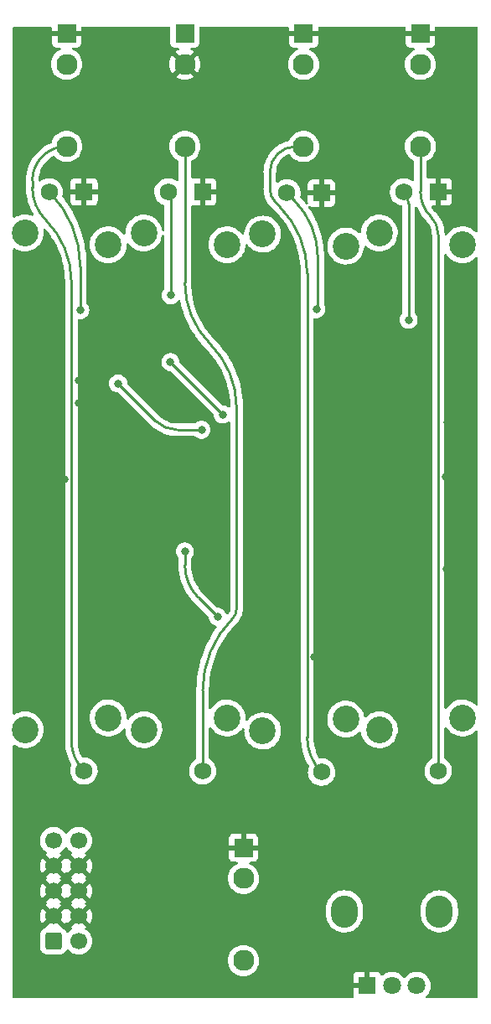
<source format=gbr>
%TF.GenerationSoftware,KiCad,Pcbnew,6.0.11+dfsg-1~bpo11+1*%
%TF.CreationDate,2023-04-14T14:38:55+08:00*%
%TF.ProjectId,MiniMix - Main,4d696e69-4d69-4782-902d-204d61696e2e,rev?*%
%TF.SameCoordinates,Original*%
%TF.FileFunction,Copper,L1,Top*%
%TF.FilePolarity,Positive*%
%FSLAX46Y46*%
G04 Gerber Fmt 4.6, Leading zero omitted, Abs format (unit mm)*
G04 Created by KiCad (PCBNEW 6.0.11+dfsg-1~bpo11+1) date 2023-04-14 14:38:55*
%MOMM*%
%LPD*%
G01*
G04 APERTURE LIST*
G04 Aperture macros list*
%AMRoundRect*
0 Rectangle with rounded corners*
0 $1 Rounding radius*
0 $2 $3 $4 $5 $6 $7 $8 $9 X,Y pos of 4 corners*
0 Add a 4 corners polygon primitive as box body*
4,1,4,$2,$3,$4,$5,$6,$7,$8,$9,$2,$3,0*
0 Add four circle primitives for the rounded corners*
1,1,$1+$1,$2,$3*
1,1,$1+$1,$4,$5*
1,1,$1+$1,$6,$7*
1,1,$1+$1,$8,$9*
0 Add four rect primitives between the rounded corners*
20,1,$1+$1,$2,$3,$4,$5,0*
20,1,$1+$1,$4,$5,$6,$7,0*
20,1,$1+$1,$6,$7,$8,$9,0*
20,1,$1+$1,$8,$9,$2,$3,0*%
G04 Aperture macros list end*
%TA.AperFunction,ComponentPad*%
%ADD10R,1.750000X1.750000*%
%TD*%
%TA.AperFunction,ComponentPad*%
%ADD11C,1.750000*%
%TD*%
%TA.AperFunction,ComponentPad*%
%ADD12C,2.700000*%
%TD*%
%TA.AperFunction,ComponentPad*%
%ADD13R,1.930000X1.830000*%
%TD*%
%TA.AperFunction,ComponentPad*%
%ADD14C,2.130000*%
%TD*%
%TA.AperFunction,ComponentPad*%
%ADD15O,2.720000X3.240000*%
%TD*%
%TA.AperFunction,ComponentPad*%
%ADD16R,1.800000X1.800000*%
%TD*%
%TA.AperFunction,ComponentPad*%
%ADD17C,1.800000*%
%TD*%
%TA.AperFunction,ComponentPad*%
%ADD18RoundRect,0.250000X-0.600000X-0.600000X0.600000X-0.600000X0.600000X0.600000X-0.600000X0.600000X0*%
%TD*%
%TA.AperFunction,ComponentPad*%
%ADD19C,1.700000*%
%TD*%
%TA.AperFunction,ViaPad*%
%ADD20C,0.800000*%
%TD*%
%TA.AperFunction,Conductor*%
%ADD21C,0.250000*%
%TD*%
G04 APERTURE END LIST*
D10*
%TO.P,RV1,1,1*%
%TO.N,GND*%
X154879275Y-74800000D03*
D11*
%TO.P,RV1,2,2*%
%TO.N,Net-(R3-Pad2)*%
X151379275Y-74800000D03*
%TO.P,RV1,3,3*%
%TO.N,Net-(J1-PadT)*%
X154879275Y-133300000D03*
D12*
%TO.P,RV1,MP*%
%TO.N,N/C*%
X148929275Y-78950000D03*
X148929275Y-129150000D03*
X157329275Y-80150000D03*
X157329275Y-127950000D03*
%TD*%
D13*
%TO.P,J3,S*%
%TO.N,GND*%
X177079275Y-58820000D03*
D14*
%TO.P,J3,T*%
%TO.N,Net-(J3-PadT)*%
X177079275Y-70220000D03*
%TO.P,J3,TN*%
%TO.N,unconnected-(J3-PadTN)*%
X177079275Y-61920000D03*
%TD*%
D13*
%TO.P,J2,S*%
%TO.N,unconnected-(J2-PadS)*%
X165079275Y-58800000D03*
D14*
%TO.P,J2,T*%
%TO.N,Net-(J2-PadT)*%
X165079275Y-70200000D03*
%TO.P,J2,TN*%
%TO.N,GND*%
X165079275Y-61900000D03*
%TD*%
D10*
%TO.P,RV4,1,1*%
%TO.N,GND*%
X190679275Y-74800000D03*
D11*
%TO.P,RV4,2,2*%
%TO.N,Net-(R10-Pad2)*%
X187179275Y-74800000D03*
%TO.P,RV4,3,3*%
%TO.N,Net-(J4-PadT)*%
X190679275Y-133300000D03*
D12*
%TO.P,RV4,MP*%
%TO.N,N/C*%
X193129275Y-80150000D03*
X184729275Y-129150000D03*
X184729275Y-78950000D03*
X193129275Y-127950000D03*
%TD*%
D15*
%TO.P,RV5,*%
%TO.N,*%
X190800000Y-147500000D03*
X181200000Y-147500000D03*
D16*
%TO.P,RV5,1,1*%
%TO.N,GND*%
X183500000Y-155000000D03*
D17*
%TO.P,RV5,2,2*%
%TO.N,Net-(J5-PadT)*%
X186000000Y-155000000D03*
%TO.P,RV5,3,3*%
%TO.N,Net-(R22-Pad1)*%
X188500000Y-155000000D03*
%TD*%
D13*
%TO.P,J1,S*%
%TO.N,GND*%
X153129275Y-58800000D03*
D14*
%TO.P,J1,T*%
%TO.N,Net-(J1-PadT)*%
X153129275Y-70200000D03*
%TO.P,J1,TN*%
%TO.N,unconnected-(J1-PadTN)*%
X153129275Y-61900000D03*
%TD*%
D13*
%TO.P,J5,S*%
%TO.N,GND*%
X171000000Y-141070000D03*
D14*
%TO.P,J5,T*%
%TO.N,Net-(J5-PadT)*%
X171000000Y-152470000D03*
%TO.P,J5,TN*%
%TO.N,unconnected-(J5-PadTN)*%
X171000000Y-144170000D03*
%TD*%
D13*
%TO.P,J4,S*%
%TO.N,GND*%
X188879275Y-58820000D03*
D14*
%TO.P,J4,T*%
%TO.N,Net-(J4-PadT)*%
X188879275Y-70220000D03*
%TO.P,J4,TN*%
%TO.N,unconnected-(J4-PadTN)*%
X188879275Y-61920000D03*
%TD*%
D10*
%TO.P,RV3,1,1*%
%TO.N,GND*%
X178890000Y-74920000D03*
D11*
%TO.P,RV3,2,2*%
%TO.N,Net-(R2-Pad2)*%
X175390000Y-74920000D03*
%TO.P,RV3,3,3*%
%TO.N,Net-(J3-PadT)*%
X178890000Y-133420000D03*
D12*
%TO.P,RV3,MP*%
%TO.N,N/C*%
X172940000Y-129270000D03*
X181340000Y-80270000D03*
X181340000Y-128070000D03*
X172940000Y-79070000D03*
%TD*%
D10*
%TO.P,RV2,1,1*%
%TO.N,GND*%
X166879275Y-74800000D03*
D11*
%TO.P,RV2,2,2*%
%TO.N,Net-(R1-Pad2)*%
X163379275Y-74800000D03*
%TO.P,RV2,3,3*%
%TO.N,Net-(J2-PadT)*%
X166879275Y-133300000D03*
D12*
%TO.P,RV2,MP*%
%TO.N,N/C*%
X169329275Y-127950000D03*
X169329275Y-80150000D03*
X160929275Y-129150000D03*
X160929275Y-78950000D03*
%TD*%
D18*
%TO.P,J6,1,Pin_1*%
%TO.N,-12V*%
X151800000Y-150500000D03*
D19*
%TO.P,J6,2,Pin_2*%
X154340000Y-150500000D03*
%TO.P,J6,3,Pin_3*%
%TO.N,GND*%
X151800000Y-147960000D03*
%TO.P,J6,4,Pin_4*%
X154340000Y-147960000D03*
%TO.P,J6,5,Pin_5*%
X151800000Y-145420000D03*
%TO.P,J6,6,Pin_6*%
X154340000Y-145420000D03*
%TO.P,J6,7,Pin_7*%
X151800000Y-142880000D03*
%TO.P,J6,8,Pin_8*%
X154340000Y-142880000D03*
%TO.P,J6,9,Pin_9*%
%TO.N,+12V*%
X151800000Y-140340000D03*
%TO.P,J6,10,Pin_10*%
X154340000Y-140340000D03*
%TD*%
D20*
%TO.N,GND*%
X155200000Y-108070000D03*
X154334500Y-93885130D03*
X183660000Y-86060000D03*
X161820000Y-103460000D03*
X171150000Y-58900000D03*
X174160000Y-116260000D03*
X161690000Y-107960000D03*
X171050000Y-70500000D03*
X189450000Y-81060000D03*
X157750000Y-76775000D03*
X191530000Y-112890000D03*
X188810000Y-106110000D03*
X150305500Y-82795872D03*
X158750000Y-66250000D03*
X150090000Y-111260000D03*
X159620000Y-122720000D03*
X171880000Y-94940000D03*
X188200000Y-114090000D03*
X182900000Y-59200000D03*
X183125000Y-69500000D03*
X185660000Y-82250000D03*
X156500000Y-102010000D03*
X154334500Y-96143794D03*
X168140000Y-112380000D03*
X183200000Y-65525000D03*
X155090000Y-111190000D03*
X149800000Y-60060000D03*
X171880000Y-90590000D03*
X158750000Y-70725000D03*
X163580000Y-115390000D03*
X189610000Y-84500000D03*
X192150000Y-87180000D03*
X160750000Y-124240000D03*
X170875000Y-63425000D03*
X163070000Y-110530000D03*
X149000000Y-84250000D03*
X183550000Y-84070000D03*
X192950000Y-59770000D03*
X157590000Y-97880000D03*
X191403775Y-103617985D03*
X158400000Y-62125000D03*
X188010000Y-119450000D03*
X156360000Y-83450000D03*
X158925000Y-58550000D03*
X186890000Y-104230000D03*
X156940000Y-116410000D03*
X174450000Y-91900000D03*
X158320000Y-106000000D03*
X154660000Y-120720000D03*
X186420000Y-101030000D03*
X191640000Y-98100000D03*
X180830000Y-115030000D03*
X158900000Y-83670000D03*
X183770000Y-112640000D03*
X149870000Y-98570000D03*
X149225939Y-64381828D03*
X192580000Y-120000000D03*
X156610000Y-111590000D03*
X182950000Y-62200000D03*
X149940000Y-104590000D03*
X159125000Y-74025000D03*
X179890000Y-121810000D03*
X171075000Y-66700000D03*
X183075000Y-74300000D03*
X152885500Y-103847447D03*
X178164500Y-121833321D03*
X174310000Y-86060000D03*
X171410000Y-87000000D03*
X183480000Y-109230000D03*
X171075000Y-73300000D03*
X155130000Y-97410000D03*
X149580000Y-91350000D03*
%TO.N,Net-(R22-Pad1)*%
X165080000Y-111134142D03*
X168370000Y-117730000D03*
%TO.N,Net-(R1-Pad2)*%
X163650000Y-85250000D03*
%TO.N,Net-(R2-Pad2)*%
X178373137Y-86650763D03*
%TO.N,Net-(R3-Pad2)*%
X154512500Y-86750000D03*
%TO.N,Net-(R7-Pad2)*%
X168906250Y-97293750D03*
X163611938Y-91999438D03*
%TO.N,Net-(R9-Pad2)*%
X158335000Y-94165000D03*
X166762500Y-98837500D03*
%TO.N,Net-(R10-Pad2)*%
X187687500Y-87740533D03*
%TD*%
D21*
%TO.N,Net-(R22-Pad1)*%
X165080000Y-112520000D02*
X165080000Y-111134142D01*
X168370000Y-117730000D02*
X166437646Y-115797646D01*
X165080003Y-112520000D02*
G75*
G03*
X166437646Y-115797646I4635297J0D01*
G01*
%TO.N,Net-(J1-PadT)*%
X153610000Y-83878670D02*
X153610000Y-130235700D01*
X149660000Y-74342528D02*
X149660000Y-73669275D01*
X151030008Y-77649992D02*
G75*
G02*
X149660000Y-74342528I3307492J3307492D01*
G01*
X154879270Y-133300005D02*
G75*
G02*
X153610000Y-130235700I3064330J3064305D01*
G01*
X153129275Y-70200000D02*
G75*
G03*
X149660000Y-73669275I25J-3469300D01*
G01*
X153610012Y-83878670D02*
G75*
G03*
X151030000Y-77650000I-8808712J-30D01*
G01*
%TO.N,Net-(J2-PadT)*%
X170300000Y-96591808D02*
X170300000Y-116944315D01*
X165079275Y-83987863D02*
X165079275Y-70200000D01*
X166879275Y-125202675D02*
X166879275Y-133300000D01*
X165079291Y-83987863D02*
G75*
G03*
X167640000Y-90170000I8742809J-37D01*
G01*
X166879265Y-125202675D02*
G75*
G02*
X169900000Y-117910000I10313435J-25D01*
G01*
X170299996Y-96591808D02*
G75*
G03*
X167640000Y-90170000I-9081796J8D01*
G01*
X169899996Y-117909996D02*
G75*
G03*
X170300000Y-116944315I-965696J965696D01*
G01*
%TO.N,Net-(J3-PadT)*%
X177079275Y-70220000D02*
X176280000Y-70220000D01*
X173660000Y-72840000D02*
X173660000Y-74465614D01*
X177440000Y-83034406D02*
X177440000Y-129919391D01*
X174250000Y-75890000D02*
X174643813Y-76283812D01*
X178889997Y-133420003D02*
G75*
G02*
X177440000Y-129919391I3500603J3500603D01*
G01*
X174250004Y-75889996D02*
G75*
G02*
X173660000Y-74465614I1424396J1424396D01*
G01*
X177439990Y-83034406D02*
G75*
G03*
X174643812Y-76283813I-9546790J6D01*
G01*
X173660000Y-72840000D02*
G75*
G02*
X176280000Y-70220000I2620000J0D01*
G01*
%TO.N,Net-(J4-PadT)*%
X188879275Y-70220000D02*
X188879275Y-74753326D01*
X190679275Y-79098909D02*
X190679275Y-133300000D01*
X190679270Y-79098909D02*
G75*
G03*
X189929999Y-77290001I-2558170J9D01*
G01*
X189930007Y-77289993D02*
G75*
G02*
X188879275Y-74753326I2536693J2536693D01*
G01*
%TO.N,Net-(R1-Pad2)*%
X163650000Y-85250000D02*
X163650000Y-75453587D01*
X163379266Y-74800009D02*
G75*
G02*
X163650000Y-75453587I-653566J-653591D01*
G01*
%TO.N,Net-(R2-Pad2)*%
X178512500Y-86511400D02*
X178373137Y-86650763D01*
X175390000Y-74920000D02*
X176128295Y-75658295D01*
X178512500Y-81414274D02*
X178512500Y-86511400D01*
X178512513Y-81414274D02*
G75*
G03*
X176128295Y-75658295I-8140213J-26D01*
G01*
%TO.N,Net-(R3-Pad2)*%
X154512500Y-82364274D02*
X154512500Y-86750000D01*
X154512517Y-82364274D02*
G75*
G03*
X151379274Y-74800001I-10697517J-26D01*
G01*
%TO.N,Net-(R7-Pad2)*%
X163611938Y-91999438D02*
X168906250Y-97293750D01*
%TO.N,Net-(R9-Pad2)*%
X166762500Y-98837500D02*
X164319831Y-98837500D01*
X158335000Y-94165000D02*
X162079542Y-97909542D01*
X164319831Y-98837491D02*
G75*
G02*
X162079543Y-97909541I-31J3168191D01*
G01*
%TO.N,Net-(R10-Pad2)*%
X187687500Y-87740533D02*
X187687500Y-76026963D01*
X187179259Y-74800016D02*
G75*
G02*
X187687500Y-76026963I-1226959J-1226984D01*
G01*
%TD*%
%TA.AperFunction,Conductor*%
%TO.N,GND*%
G36*
X151598396Y-58128502D02*
G01*
X151644889Y-58182158D01*
X151656275Y-58234500D01*
X151656275Y-58527885D01*
X151660750Y-58543124D01*
X151662140Y-58544329D01*
X151669823Y-58546000D01*
X154584159Y-58546000D01*
X154599398Y-58541525D01*
X154600603Y-58540135D01*
X154602274Y-58532452D01*
X154602274Y-58234500D01*
X154622276Y-58166379D01*
X154675932Y-58119886D01*
X154728274Y-58108500D01*
X163479775Y-58108500D01*
X163547896Y-58128502D01*
X163594389Y-58182158D01*
X163605775Y-58234500D01*
X163605775Y-59763134D01*
X163612530Y-59825316D01*
X163663660Y-59961705D01*
X163751014Y-60078261D01*
X163867570Y-60165615D01*
X164003959Y-60216745D01*
X164066141Y-60223500D01*
X164382812Y-60223500D01*
X164450933Y-60243502D01*
X164497426Y-60297158D01*
X164507530Y-60367432D01*
X164478036Y-60432012D01*
X164431030Y-60465909D01*
X164367514Y-60492218D01*
X164358720Y-60496699D01*
X164173560Y-60610165D01*
X164164100Y-60620621D01*
X164167884Y-60629399D01*
X165066463Y-61527978D01*
X165080407Y-61535592D01*
X165082240Y-61535461D01*
X165088855Y-61531210D01*
X165987623Y-60632442D01*
X165994383Y-60620062D01*
X165988656Y-60612412D01*
X165799830Y-60496699D01*
X165791036Y-60492218D01*
X165727520Y-60465909D01*
X165672239Y-60421360D01*
X165649818Y-60353997D01*
X165667376Y-60285206D01*
X165719339Y-60236827D01*
X165775738Y-60223500D01*
X166092409Y-60223500D01*
X166154591Y-60216745D01*
X166290980Y-60165615D01*
X166407536Y-60078261D01*
X166494890Y-59961705D01*
X166546020Y-59825316D01*
X166552775Y-59763134D01*
X166552775Y-58234500D01*
X166572777Y-58166379D01*
X166626433Y-58119886D01*
X166678775Y-58108500D01*
X175480275Y-58108500D01*
X175548396Y-58128502D01*
X175594889Y-58182158D01*
X175606275Y-58234500D01*
X175606275Y-58547885D01*
X175610750Y-58563124D01*
X175612140Y-58564329D01*
X175619823Y-58566000D01*
X178534159Y-58566000D01*
X178549398Y-58561525D01*
X178550603Y-58560135D01*
X178552274Y-58552452D01*
X178552274Y-58234500D01*
X178572276Y-58166379D01*
X178625932Y-58119886D01*
X178678274Y-58108500D01*
X187280275Y-58108500D01*
X187348396Y-58128502D01*
X187394889Y-58182158D01*
X187406275Y-58234500D01*
X187406275Y-58547885D01*
X187410750Y-58563124D01*
X187412140Y-58564329D01*
X187419823Y-58566000D01*
X190334159Y-58566000D01*
X190349398Y-58561525D01*
X190350603Y-58560135D01*
X190352274Y-58552452D01*
X190352274Y-58234500D01*
X190372276Y-58166379D01*
X190425932Y-58119886D01*
X190478274Y-58108500D01*
X194565500Y-58108500D01*
X194633621Y-58128502D01*
X194680114Y-58182158D01*
X194691500Y-58234500D01*
X194691500Y-78780020D01*
X194671498Y-78848141D01*
X194617842Y-78894634D01*
X194547568Y-78904738D01*
X194482988Y-78875244D01*
X194475725Y-78868430D01*
X194361462Y-78752358D01*
X194357919Y-78749654D01*
X194357916Y-78749651D01*
X194155781Y-78595386D01*
X194155777Y-78595383D01*
X194152240Y-78592684D01*
X193922607Y-78464084D01*
X193677145Y-78369122D01*
X193672820Y-78368119D01*
X193672815Y-78368118D01*
X193532069Y-78335495D01*
X193420751Y-78309693D01*
X193158542Y-78286983D01*
X193154107Y-78287227D01*
X193154103Y-78287227D01*
X192900191Y-78301200D01*
X192900184Y-78301201D01*
X192895748Y-78301445D01*
X192767644Y-78326927D01*
X192641986Y-78351921D01*
X192641981Y-78351922D01*
X192637614Y-78352791D01*
X192633411Y-78354267D01*
X192393498Y-78438518D01*
X192393495Y-78438519D01*
X192389290Y-78439996D01*
X192385337Y-78442049D01*
X192385331Y-78442052D01*
X192296097Y-78488406D01*
X192155731Y-78561321D01*
X192152116Y-78563904D01*
X192152110Y-78563908D01*
X192070710Y-78622078D01*
X191941597Y-78714344D01*
X191938370Y-78717422D01*
X191938368Y-78717424D01*
X191758628Y-78888887D01*
X191751160Y-78896011D01*
X191588220Y-79102700D01*
X191585983Y-79106552D01*
X191585980Y-79106556D01*
X191552364Y-79164429D01*
X191500853Y-79213287D01*
X191431105Y-79226541D01*
X191365263Y-79199981D01*
X191324233Y-79142041D01*
X191318602Y-79107101D01*
X191317611Y-79107156D01*
X191317385Y-79103045D01*
X191317428Y-79098911D01*
X191316607Y-79092125D01*
X191315845Y-79083165D01*
X191315297Y-79071992D01*
X191306302Y-78888887D01*
X191301385Y-78788783D01*
X191301384Y-78788778D01*
X191301233Y-78785694D01*
X191255220Y-78475493D01*
X191228820Y-78370099D01*
X191179775Y-78174298D01*
X191179773Y-78174293D01*
X191179023Y-78171297D01*
X191169248Y-78143975D01*
X191107387Y-77971086D01*
X191073377Y-77876033D01*
X190949679Y-77614495D01*
X190940614Y-77595328D01*
X190940612Y-77595325D01*
X190939298Y-77592546D01*
X190866496Y-77471082D01*
X190779668Y-77326217D01*
X190779662Y-77326207D01*
X190778079Y-77323567D01*
X190721509Y-77247291D01*
X190593117Y-77074175D01*
X190593114Y-77074171D01*
X190591270Y-77071685D01*
X190477346Y-76945989D01*
X190403104Y-76864075D01*
X190395708Y-76855118D01*
X190393071Y-76851607D01*
X190390593Y-76848306D01*
X190386120Y-76843739D01*
X190385943Y-76843508D01*
X190385715Y-76843326D01*
X190381242Y-76838758D01*
X190368043Y-76828408D01*
X190352435Y-76813875D01*
X190187440Y-76631833D01*
X190179595Y-76622274D01*
X190014294Y-76399392D01*
X190007425Y-76389112D01*
X189998234Y-76373778D01*
X189980368Y-76305066D01*
X190002488Y-76237603D01*
X190057569Y-76192808D01*
X190106307Y-76183000D01*
X190407160Y-76183000D01*
X190422399Y-76178525D01*
X190423604Y-76177135D01*
X190425275Y-76169452D01*
X190425275Y-76164884D01*
X190933275Y-76164884D01*
X190937750Y-76180123D01*
X190939140Y-76181328D01*
X190946823Y-76182999D01*
X191598944Y-76182999D01*
X191605765Y-76182629D01*
X191656627Y-76177105D01*
X191671879Y-76173479D01*
X191792329Y-76128324D01*
X191807924Y-76119786D01*
X191909999Y-76043285D01*
X191922560Y-76030724D01*
X191999061Y-75928649D01*
X192007599Y-75913054D01*
X192052753Y-75792606D01*
X192056380Y-75777351D01*
X192061906Y-75726486D01*
X192062275Y-75719672D01*
X192062275Y-75072115D01*
X192057800Y-75056876D01*
X192056410Y-75055671D01*
X192048727Y-75054000D01*
X190951390Y-75054000D01*
X190936151Y-75058475D01*
X190934946Y-75059865D01*
X190933275Y-75067548D01*
X190933275Y-76164884D01*
X190425275Y-76164884D01*
X190425275Y-74527885D01*
X190933275Y-74527885D01*
X190937750Y-74543124D01*
X190939140Y-74544329D01*
X190946823Y-74546000D01*
X192044159Y-74546000D01*
X192059398Y-74541525D01*
X192060603Y-74540135D01*
X192062274Y-74532452D01*
X192062274Y-73880331D01*
X192061904Y-73873510D01*
X192056380Y-73822648D01*
X192052754Y-73807396D01*
X192007599Y-73686946D01*
X191999061Y-73671351D01*
X191922560Y-73569276D01*
X191909999Y-73556715D01*
X191807924Y-73480214D01*
X191792329Y-73471676D01*
X191671881Y-73426522D01*
X191656626Y-73422895D01*
X191605761Y-73417369D01*
X191598947Y-73417000D01*
X190951390Y-73417000D01*
X190936151Y-73421475D01*
X190934946Y-73422865D01*
X190933275Y-73430548D01*
X190933275Y-74527885D01*
X190425275Y-74527885D01*
X190425275Y-73435116D01*
X190420800Y-73419877D01*
X190419410Y-73418672D01*
X190411727Y-73417001D01*
X189759606Y-73417001D01*
X189752785Y-73417371D01*
X189701923Y-73422895D01*
X189686666Y-73426522D01*
X189683001Y-73427896D01*
X189679948Y-73428119D01*
X189678982Y-73428349D01*
X189678945Y-73428193D01*
X189612194Y-73433077D01*
X189549826Y-73399155D01*
X189515699Y-73336898D01*
X189512775Y-73309913D01*
X189512775Y-71744930D01*
X189532777Y-71676809D01*
X189587264Y-71631277D01*
X189586855Y-71630475D01*
X189590363Y-71628688D01*
X189590566Y-71628518D01*
X189591260Y-71628231D01*
X189591268Y-71628227D01*
X189595838Y-71626334D01*
X189807015Y-71496925D01*
X189995348Y-71336073D01*
X190156200Y-71147740D01*
X190285609Y-70936563D01*
X190289243Y-70927791D01*
X190378496Y-70712315D01*
X190378497Y-70712313D01*
X190380390Y-70707742D01*
X190400776Y-70622830D01*
X190437054Y-70471724D01*
X190437055Y-70471718D01*
X190438209Y-70466911D01*
X190457641Y-70220000D01*
X190438209Y-69973089D01*
X190437055Y-69968282D01*
X190437054Y-69968276D01*
X190382891Y-69742677D01*
X190380390Y-69732258D01*
X190285609Y-69503437D01*
X190156200Y-69292260D01*
X189995348Y-69103927D01*
X189807015Y-68943075D01*
X189595838Y-68813666D01*
X189591268Y-68811773D01*
X189591264Y-68811771D01*
X189371590Y-68720779D01*
X189371588Y-68720778D01*
X189367017Y-68718885D01*
X189278901Y-68697730D01*
X189130999Y-68662221D01*
X189130993Y-68662220D01*
X189126186Y-68661066D01*
X188879275Y-68641634D01*
X188632364Y-68661066D01*
X188627557Y-68662220D01*
X188627551Y-68662221D01*
X188479649Y-68697730D01*
X188391533Y-68718885D01*
X188386962Y-68720778D01*
X188386960Y-68720779D01*
X188167286Y-68811771D01*
X188167282Y-68811773D01*
X188162712Y-68813666D01*
X187951535Y-68943075D01*
X187763202Y-69103927D01*
X187602350Y-69292260D01*
X187472941Y-69503437D01*
X187378160Y-69732258D01*
X187375659Y-69742677D01*
X187321496Y-69968276D01*
X187321495Y-69968282D01*
X187320341Y-69973089D01*
X187300909Y-70220000D01*
X187320341Y-70466911D01*
X187321495Y-70471718D01*
X187321496Y-70471724D01*
X187357774Y-70622830D01*
X187378160Y-70707742D01*
X187380053Y-70712313D01*
X187380054Y-70712315D01*
X187469308Y-70927791D01*
X187472941Y-70936563D01*
X187602350Y-71147740D01*
X187763202Y-71336073D01*
X187951535Y-71496925D01*
X188162712Y-71626334D01*
X188167282Y-71628227D01*
X188167290Y-71628231D01*
X188167984Y-71628518D01*
X188168208Y-71628698D01*
X188171695Y-71630475D01*
X188171322Y-71631207D01*
X188223269Y-71673062D01*
X188245775Y-71744930D01*
X188245775Y-73619190D01*
X188225773Y-73687311D01*
X188172117Y-73733804D01*
X188101843Y-73743908D01*
X188041683Y-73718072D01*
X187974665Y-73665145D01*
X187947516Y-73643704D01*
X187909812Y-73622890D01*
X187853267Y-73591676D01*
X187748347Y-73533757D01*
X187743478Y-73532033D01*
X187743474Y-73532031D01*
X187538771Y-73459541D01*
X187538767Y-73459540D01*
X187533896Y-73457815D01*
X187528803Y-73456908D01*
X187528800Y-73456907D01*
X187315009Y-73418825D01*
X187315003Y-73418824D01*
X187309920Y-73417919D01*
X187234692Y-73417000D01*
X187087606Y-73415203D01*
X187087604Y-73415203D01*
X187082436Y-73415140D01*
X186857553Y-73449552D01*
X186641310Y-73520231D01*
X186636722Y-73522619D01*
X186636718Y-73522621D01*
X186451211Y-73619190D01*
X186439514Y-73625279D01*
X186435381Y-73628382D01*
X186435378Y-73628384D01*
X186261720Y-73758770D01*
X186257585Y-73761875D01*
X186100408Y-73926351D01*
X185972206Y-74114289D01*
X185970033Y-74118971D01*
X185970031Y-74118974D01*
X185887183Y-74297457D01*
X185876420Y-74320643D01*
X185815623Y-74539869D01*
X185815074Y-74545006D01*
X185792097Y-74760004D01*
X185791447Y-74766082D01*
X185791744Y-74771234D01*
X185791744Y-74771238D01*
X185800322Y-74920000D01*
X185804543Y-74993206D01*
X185805680Y-74998252D01*
X185805681Y-74998258D01*
X185822326Y-75072115D01*
X185854558Y-75215141D01*
X185940150Y-75425927D01*
X186059019Y-75619904D01*
X186207973Y-75791861D01*
X186383012Y-75937181D01*
X186387464Y-75939783D01*
X186387469Y-75939786D01*
X186574977Y-76049357D01*
X186579435Y-76051962D01*
X186791968Y-76133120D01*
X186797030Y-76134150D01*
X186797034Y-76134151D01*
X186863644Y-76147703D01*
X186953121Y-76165907D01*
X187015885Y-76199088D01*
X187050748Y-76260935D01*
X187054000Y-76289377D01*
X187054000Y-87038009D01*
X187033998Y-87106130D01*
X187021642Y-87122312D01*
X186948460Y-87203589D01*
X186852973Y-87368977D01*
X186793958Y-87550605D01*
X186773996Y-87740533D01*
X186793958Y-87930461D01*
X186852973Y-88112089D01*
X186948460Y-88277477D01*
X187076247Y-88419399D01*
X187230748Y-88531651D01*
X187236776Y-88534335D01*
X187236778Y-88534336D01*
X187399181Y-88606642D01*
X187405212Y-88609327D01*
X187498613Y-88629180D01*
X187585556Y-88647661D01*
X187585561Y-88647661D01*
X187592013Y-88649033D01*
X187782987Y-88649033D01*
X187789439Y-88647661D01*
X187789444Y-88647661D01*
X187876387Y-88629180D01*
X187969788Y-88609327D01*
X187975819Y-88606642D01*
X188138222Y-88534336D01*
X188138224Y-88534335D01*
X188144252Y-88531651D01*
X188298753Y-88419399D01*
X188426540Y-88277477D01*
X188522027Y-88112089D01*
X188581042Y-87930461D01*
X188601004Y-87740533D01*
X188581042Y-87550605D01*
X188522027Y-87368977D01*
X188426540Y-87203589D01*
X188353363Y-87122318D01*
X188322647Y-87058312D01*
X188321000Y-87038009D01*
X188321000Y-76407950D01*
X188341002Y-76339829D01*
X188394658Y-76293336D01*
X188464932Y-76283232D01*
X188529512Y-76312726D01*
X188563409Y-76359732D01*
X188608242Y-76467966D01*
X188637604Y-76538852D01*
X188807795Y-76865782D01*
X188809273Y-76868102D01*
X189003896Y-77173597D01*
X189005831Y-77176635D01*
X189230206Y-77469046D01*
X189232064Y-77471074D01*
X189232071Y-77471082D01*
X189458564Y-77718255D01*
X189466424Y-77727722D01*
X189466925Y-77728390D01*
X189466936Y-77728403D01*
X189469407Y-77731694D01*
X189473880Y-77736261D01*
X189474057Y-77736492D01*
X189474285Y-77736674D01*
X189478758Y-77741242D01*
X189481995Y-77743780D01*
X189481996Y-77743781D01*
X189489274Y-77749487D01*
X189506262Y-77765565D01*
X189642601Y-77921030D01*
X189652634Y-77934106D01*
X189783326Y-78129701D01*
X189791567Y-78143975D01*
X189895613Y-78354959D01*
X189901920Y-78370186D01*
X189925039Y-78438292D01*
X189967680Y-78563908D01*
X189977535Y-78592941D01*
X189981800Y-78608857D01*
X189996214Y-78681321D01*
X190027694Y-78839588D01*
X190029845Y-78855929D01*
X190043132Y-79058670D01*
X190042325Y-79083348D01*
X190041157Y-79092224D01*
X190043076Y-79109603D01*
X190045014Y-79127162D01*
X190045775Y-79140988D01*
X190045775Y-131993505D01*
X190025773Y-132061626D01*
X189977958Y-132105266D01*
X189939514Y-132125279D01*
X189935381Y-132128382D01*
X189935378Y-132128384D01*
X189898256Y-132156256D01*
X189757585Y-132261875D01*
X189600408Y-132426351D01*
X189472206Y-132614289D01*
X189470033Y-132618971D01*
X189470031Y-132618974D01*
X189389989Y-132791412D01*
X189376420Y-132820643D01*
X189315623Y-133039869D01*
X189315074Y-133045006D01*
X189298678Y-133198425D01*
X189291447Y-133266082D01*
X189291744Y-133271234D01*
X189291744Y-133271238D01*
X189300322Y-133420000D01*
X189304543Y-133493206D01*
X189305680Y-133498252D01*
X189305681Y-133498258D01*
X189325961Y-133588244D01*
X189354558Y-133715141D01*
X189440150Y-133925927D01*
X189559019Y-134119904D01*
X189707973Y-134291861D01*
X189883012Y-134437181D01*
X189887464Y-134439783D01*
X189887469Y-134439786D01*
X189981474Y-134494718D01*
X190079435Y-134551962D01*
X190291968Y-134633120D01*
X190297034Y-134634151D01*
X190297035Y-134634151D01*
X190396136Y-134654313D01*
X190514902Y-134678476D01*
X190642712Y-134683163D01*
X190737086Y-134686624D01*
X190737090Y-134686624D01*
X190742250Y-134686813D01*
X190747370Y-134686157D01*
X190747372Y-134686157D01*
X190962779Y-134658563D01*
X190962780Y-134658563D01*
X190967907Y-134657906D01*
X191050523Y-134633120D01*
X191180866Y-134594015D01*
X191180867Y-134594014D01*
X191185812Y-134592531D01*
X191390114Y-134492444D01*
X191394318Y-134489446D01*
X191394322Y-134489443D01*
X191571122Y-134363333D01*
X191571124Y-134363331D01*
X191575326Y-134360334D01*
X191736474Y-134199747D01*
X191791039Y-134123812D01*
X191866213Y-134019198D01*
X191866217Y-134019192D01*
X191869231Y-134014997D01*
X191955752Y-133839935D01*
X191967736Y-133815688D01*
X191967737Y-133815686D01*
X191970030Y-133811046D01*
X192015234Y-133662262D01*
X192034663Y-133598314D01*
X192034663Y-133598313D01*
X192036165Y-133593370D01*
X192049352Y-133493206D01*
X192065423Y-133371136D01*
X192065423Y-133371132D01*
X192065860Y-133367815D01*
X192067517Y-133300000D01*
X192048876Y-133073264D01*
X191993453Y-132852617D01*
X191902737Y-132643985D01*
X191779165Y-132452971D01*
X191626054Y-132284704D01*
X191463410Y-132156256D01*
X191451570Y-132146905D01*
X191451565Y-132146902D01*
X191447516Y-132143704D01*
X191443001Y-132141211D01*
X191442988Y-132141203D01*
X191377881Y-132105262D01*
X191327910Y-132054829D01*
X191312775Y-131994954D01*
X191312775Y-128994602D01*
X191332777Y-128926481D01*
X191386433Y-128879988D01*
X191456707Y-128869884D01*
X191521287Y-128899378D01*
X191542428Y-128922963D01*
X191658893Y-129091474D01*
X191675140Y-129114982D01*
X191853795Y-129308249D01*
X192057898Y-129474415D01*
X192061706Y-129476708D01*
X192061708Y-129476709D01*
X192279563Y-129607868D01*
X192279567Y-129607870D01*
X192283379Y-129610165D01*
X192419301Y-129667721D01*
X192521634Y-129711054D01*
X192521639Y-129711056D01*
X192525737Y-129712791D01*
X192530035Y-129713930D01*
X192530039Y-129713932D01*
X192619282Y-129737594D01*
X192780137Y-129780244D01*
X193041504Y-129811179D01*
X193304622Y-129804978D01*
X193312024Y-129803746D01*
X193559851Y-129762496D01*
X193559855Y-129762495D01*
X193564241Y-129761765D01*
X193568482Y-129760424D01*
X193568485Y-129760423D01*
X193810936Y-129683746D01*
X193810938Y-129683745D01*
X193815182Y-129682403D01*
X193819193Y-129680477D01*
X193819198Y-129680475D01*
X194048418Y-129570405D01*
X194048419Y-129570404D01*
X194052437Y-129568475D01*
X194186582Y-129478842D01*
X194267564Y-129424732D01*
X194267568Y-129424729D01*
X194271272Y-129422254D01*
X194274589Y-129419283D01*
X194274593Y-129419280D01*
X194464004Y-129249629D01*
X194464005Y-129249628D01*
X194467322Y-129246657D01*
X194470190Y-129243245D01*
X194473287Y-129240049D01*
X194474354Y-129241083D01*
X194528179Y-129205331D01*
X194599168Y-129204258D01*
X194659467Y-129241735D01*
X194689932Y-129305863D01*
X194691500Y-129325677D01*
X194691500Y-156165500D01*
X194671498Y-156233621D01*
X194617842Y-156280114D01*
X194565500Y-156291500D01*
X189504439Y-156291500D01*
X189436318Y-156271498D01*
X189389825Y-156217842D01*
X189379721Y-156147568D01*
X189409215Y-156082988D01*
X189415499Y-156076249D01*
X189572642Y-155919653D01*
X189576303Y-155916005D01*
X189711458Y-155727917D01*
X189814078Y-155520280D01*
X189881408Y-155298671D01*
X189911640Y-155069041D01*
X189913327Y-155000000D01*
X189907032Y-154923434D01*
X189894773Y-154774318D01*
X189894772Y-154774312D01*
X189894349Y-154769167D01*
X189837925Y-154544533D01*
X189745570Y-154332131D01*
X189619764Y-154137665D01*
X189463887Y-153966358D01*
X189459836Y-153963159D01*
X189459832Y-153963155D01*
X189286177Y-153826011D01*
X189286172Y-153826008D01*
X189282123Y-153822810D01*
X189277607Y-153820317D01*
X189277604Y-153820315D01*
X189083879Y-153713373D01*
X189083875Y-153713371D01*
X189079355Y-153710876D01*
X189074486Y-153709152D01*
X189074482Y-153709150D01*
X188865903Y-153635288D01*
X188865899Y-153635287D01*
X188861028Y-153633562D01*
X188855935Y-153632655D01*
X188855932Y-153632654D01*
X188638095Y-153593851D01*
X188638089Y-153593850D01*
X188633006Y-153592945D01*
X188555644Y-153592000D01*
X188406581Y-153590179D01*
X188406579Y-153590179D01*
X188401411Y-153590116D01*
X188172464Y-153625150D01*
X187952314Y-153697106D01*
X187947726Y-153699494D01*
X187947722Y-153699496D01*
X187856612Y-153746925D01*
X187746872Y-153804052D01*
X187742739Y-153807155D01*
X187742736Y-153807157D01*
X187565790Y-153940012D01*
X187561655Y-153943117D01*
X187534900Y-153971115D01*
X187461448Y-154047978D01*
X187401639Y-154110564D01*
X187354836Y-154179174D01*
X187299927Y-154224175D01*
X187229402Y-154232346D01*
X187165655Y-154201092D01*
X187144959Y-154176609D01*
X187122577Y-154142013D01*
X187122574Y-154142009D01*
X187119764Y-154137665D01*
X186963887Y-153966358D01*
X186959836Y-153963159D01*
X186959832Y-153963155D01*
X186786177Y-153826011D01*
X186786172Y-153826008D01*
X186782123Y-153822810D01*
X186777607Y-153820317D01*
X186777604Y-153820315D01*
X186583879Y-153713373D01*
X186583875Y-153713371D01*
X186579355Y-153710876D01*
X186574486Y-153709152D01*
X186574482Y-153709150D01*
X186365903Y-153635288D01*
X186365899Y-153635287D01*
X186361028Y-153633562D01*
X186355935Y-153632655D01*
X186355932Y-153632654D01*
X186138095Y-153593851D01*
X186138089Y-153593850D01*
X186133006Y-153592945D01*
X186055644Y-153592000D01*
X185906581Y-153590179D01*
X185906579Y-153590179D01*
X185901411Y-153590116D01*
X185672464Y-153625150D01*
X185452314Y-153697106D01*
X185447726Y-153699494D01*
X185447722Y-153699496D01*
X185356612Y-153746925D01*
X185246872Y-153804052D01*
X185242739Y-153807155D01*
X185242736Y-153807157D01*
X185065790Y-153940012D01*
X185061655Y-153943117D01*
X185061066Y-153942333D01*
X185001346Y-153970484D01*
X184930955Y-153961231D01*
X184876741Y-153915391D01*
X184863925Y-153890224D01*
X184853323Y-153861944D01*
X184844786Y-153846351D01*
X184768285Y-153744276D01*
X184755724Y-153731715D01*
X184653649Y-153655214D01*
X184638054Y-153646676D01*
X184517606Y-153601522D01*
X184502351Y-153597895D01*
X184451486Y-153592369D01*
X184444672Y-153592000D01*
X183772115Y-153592000D01*
X183756876Y-153596475D01*
X183755671Y-153597865D01*
X183754000Y-153605548D01*
X183754000Y-155128000D01*
X183733998Y-155196121D01*
X183680342Y-155242614D01*
X183628000Y-155254000D01*
X182110116Y-155254000D01*
X182094877Y-155258475D01*
X182093672Y-155259865D01*
X182092001Y-155267548D01*
X182092001Y-155944669D01*
X182092371Y-155951490D01*
X182097895Y-156002352D01*
X182101521Y-156017603D01*
X182140384Y-156121270D01*
X182145567Y-156192077D01*
X182111646Y-156254446D01*
X182049391Y-156288576D01*
X182022402Y-156291500D01*
X147834500Y-156291500D01*
X147766379Y-156271498D01*
X147719886Y-156217842D01*
X147708500Y-156165500D01*
X147708500Y-154727885D01*
X182092000Y-154727885D01*
X182096475Y-154743124D01*
X182097865Y-154744329D01*
X182105548Y-154746000D01*
X183227885Y-154746000D01*
X183243124Y-154741525D01*
X183244329Y-154740135D01*
X183246000Y-154732452D01*
X183246000Y-153610116D01*
X183241525Y-153594877D01*
X183240135Y-153593672D01*
X183232452Y-153592001D01*
X182555331Y-153592001D01*
X182548510Y-153592371D01*
X182497648Y-153597895D01*
X182482396Y-153601521D01*
X182361946Y-153646676D01*
X182346351Y-153655214D01*
X182244276Y-153731715D01*
X182231715Y-153744276D01*
X182155214Y-153846351D01*
X182146676Y-153861946D01*
X182101522Y-153982394D01*
X182097895Y-153997649D01*
X182092369Y-154048514D01*
X182092000Y-154055328D01*
X182092000Y-154727885D01*
X147708500Y-154727885D01*
X147708500Y-152470000D01*
X169421634Y-152470000D01*
X169441066Y-152716911D01*
X169442220Y-152721718D01*
X169442221Y-152721724D01*
X169478499Y-152872830D01*
X169498885Y-152957742D01*
X169593666Y-153186563D01*
X169723075Y-153397740D01*
X169883927Y-153586073D01*
X169887683Y-153589281D01*
X169890867Y-153592000D01*
X170072260Y-153746925D01*
X170283437Y-153876334D01*
X170288007Y-153878227D01*
X170288011Y-153878229D01*
X170507685Y-153969221D01*
X170512258Y-153971115D01*
X170559238Y-153982394D01*
X170748276Y-154027779D01*
X170748282Y-154027780D01*
X170753089Y-154028934D01*
X171000000Y-154048366D01*
X171246911Y-154028934D01*
X171251718Y-154027780D01*
X171251724Y-154027779D01*
X171440762Y-153982394D01*
X171487742Y-153971115D01*
X171492315Y-153969221D01*
X171711989Y-153878229D01*
X171711993Y-153878227D01*
X171716563Y-153876334D01*
X171927740Y-153746925D01*
X172109133Y-153592000D01*
X172112317Y-153589281D01*
X172116073Y-153586073D01*
X172276925Y-153397740D01*
X172406334Y-153186563D01*
X172501115Y-152957742D01*
X172521501Y-152872830D01*
X172557779Y-152721724D01*
X172557780Y-152721718D01*
X172558934Y-152716911D01*
X172578366Y-152470000D01*
X172558934Y-152223089D01*
X172557780Y-152218282D01*
X172557779Y-152218276D01*
X172502270Y-151987070D01*
X172501115Y-151982258D01*
X172451122Y-151861564D01*
X172408229Y-151758011D01*
X172408227Y-151758007D01*
X172406334Y-151753437D01*
X172276925Y-151542260D01*
X172116073Y-151353927D01*
X171927740Y-151193075D01*
X171716563Y-151063666D01*
X171711993Y-151061773D01*
X171711989Y-151061771D01*
X171492315Y-150970779D01*
X171492313Y-150970778D01*
X171487742Y-150968885D01*
X171402830Y-150948499D01*
X171251724Y-150912221D01*
X171251718Y-150912220D01*
X171246911Y-150911066D01*
X171000000Y-150891634D01*
X170753089Y-150911066D01*
X170748282Y-150912220D01*
X170748276Y-150912221D01*
X170597170Y-150948499D01*
X170512258Y-150968885D01*
X170507687Y-150970778D01*
X170507685Y-150970779D01*
X170288011Y-151061771D01*
X170288007Y-151061773D01*
X170283437Y-151063666D01*
X170072260Y-151193075D01*
X169883927Y-151353927D01*
X169723075Y-151542260D01*
X169593666Y-151753437D01*
X169591773Y-151758007D01*
X169591771Y-151758011D01*
X169548878Y-151861564D01*
X169498885Y-151982258D01*
X169497730Y-151987070D01*
X169442221Y-152218276D01*
X169442220Y-152218282D01*
X169441066Y-152223089D01*
X169421634Y-152470000D01*
X147708500Y-152470000D01*
X147708500Y-151150400D01*
X150441500Y-151150400D01*
X150441837Y-151153646D01*
X150441837Y-151153650D01*
X150447298Y-151206277D01*
X150452474Y-151256166D01*
X150454655Y-151262702D01*
X150454655Y-151262704D01*
X150498728Y-151394806D01*
X150508450Y-151423946D01*
X150601522Y-151574348D01*
X150726697Y-151699305D01*
X150732927Y-151703145D01*
X150732928Y-151703146D01*
X150870090Y-151787694D01*
X150877262Y-151792115D01*
X150931371Y-151810062D01*
X151038611Y-151845632D01*
X151038613Y-151845632D01*
X151045139Y-151847797D01*
X151051975Y-151848497D01*
X151051978Y-151848498D01*
X151091372Y-151852534D01*
X151149600Y-151858500D01*
X152450400Y-151858500D01*
X152453646Y-151858163D01*
X152453650Y-151858163D01*
X152549308Y-151848238D01*
X152549312Y-151848237D01*
X152556166Y-151847526D01*
X152562702Y-151845345D01*
X152562704Y-151845345D01*
X152694806Y-151801272D01*
X152723946Y-151791550D01*
X152874348Y-151698478D01*
X152999305Y-151573303D01*
X153092115Y-151422738D01*
X153094418Y-151415795D01*
X153096763Y-151410766D01*
X153143680Y-151357481D01*
X153211958Y-151338021D01*
X153279918Y-151358564D01*
X153306194Y-151381520D01*
X153382860Y-151470025D01*
X153386250Y-151473938D01*
X153558126Y-151616632D01*
X153751000Y-151729338D01*
X153959692Y-151809030D01*
X153964760Y-151810061D01*
X153964763Y-151810062D01*
X154072017Y-151831883D01*
X154178597Y-151853567D01*
X154183772Y-151853757D01*
X154183774Y-151853757D01*
X154396673Y-151861564D01*
X154396677Y-151861564D01*
X154401837Y-151861753D01*
X154406957Y-151861097D01*
X154406959Y-151861097D01*
X154618288Y-151834025D01*
X154618289Y-151834025D01*
X154623416Y-151833368D01*
X154628366Y-151831883D01*
X154832429Y-151770661D01*
X154832434Y-151770659D01*
X154837384Y-151769174D01*
X155037994Y-151670896D01*
X155219860Y-151541173D01*
X155378096Y-151383489D01*
X155396640Y-151357683D01*
X155505435Y-151206277D01*
X155508453Y-151202077D01*
X155535608Y-151147134D01*
X155605136Y-151006453D01*
X155605137Y-151006451D01*
X155607430Y-151001811D01*
X155672370Y-150788069D01*
X155701529Y-150566590D01*
X155703156Y-150500000D01*
X155684852Y-150277361D01*
X155630431Y-150060702D01*
X155541354Y-149855840D01*
X155420014Y-149668277D01*
X155269670Y-149503051D01*
X155265619Y-149499852D01*
X155265615Y-149499848D01*
X155098414Y-149367800D01*
X155098410Y-149367798D01*
X155094359Y-149364598D01*
X155052569Y-149341529D01*
X155002598Y-149291097D01*
X154987826Y-149221654D01*
X155012942Y-149155248D01*
X155040293Y-149128642D01*
X155089247Y-149093723D01*
X155097648Y-149083023D01*
X155090660Y-149069870D01*
X154352812Y-148332022D01*
X154338868Y-148324408D01*
X154337035Y-148324539D01*
X154330420Y-148328790D01*
X153586737Y-149072473D01*
X153579977Y-149084853D01*
X153585258Y-149091907D01*
X153631969Y-149119203D01*
X153680693Y-149170841D01*
X153693764Y-149240624D01*
X153667033Y-149306396D01*
X153626584Y-149339752D01*
X153613607Y-149346507D01*
X153609474Y-149349610D01*
X153609471Y-149349612D01*
X153485456Y-149442725D01*
X153434965Y-149480635D01*
X153313958Y-149607262D01*
X153301027Y-149620793D01*
X153239503Y-149656223D01*
X153168590Y-149652766D01*
X153110804Y-149611520D01*
X153095833Y-149587194D01*
X153093865Y-149582994D01*
X153091550Y-149576054D01*
X152998478Y-149425652D01*
X152873303Y-149300695D01*
X152780284Y-149243357D01*
X152728968Y-149211725D01*
X152728966Y-149211724D01*
X152722738Y-149207885D01*
X152662111Y-149187776D01*
X152647640Y-149182976D01*
X152589280Y-149142545D01*
X152578729Y-149117146D01*
X152576424Y-149118370D01*
X152550660Y-149069870D01*
X151812812Y-148332022D01*
X151798868Y-148324408D01*
X151797035Y-148324539D01*
X151790420Y-148328790D01*
X151046737Y-149072473D01*
X151023985Y-149114139D01*
X151021777Y-149124287D01*
X150971574Y-149174488D01*
X150951067Y-149183424D01*
X150876054Y-149208450D01*
X150725652Y-149301522D01*
X150720479Y-149306704D01*
X150662686Y-149364598D01*
X150600695Y-149426697D01*
X150596855Y-149432927D01*
X150596854Y-149432928D01*
X150512466Y-149569831D01*
X150507885Y-149577262D01*
X150452203Y-149745139D01*
X150441500Y-149849600D01*
X150441500Y-151150400D01*
X147708500Y-151150400D01*
X147708500Y-147931863D01*
X150438050Y-147931863D01*
X150450309Y-148144477D01*
X150451745Y-148154697D01*
X150498565Y-148362446D01*
X150501645Y-148372275D01*
X150581770Y-148569603D01*
X150586413Y-148578794D01*
X150666460Y-148709420D01*
X150676916Y-148718880D01*
X150685694Y-148715096D01*
X151427978Y-147972812D01*
X151434356Y-147961132D01*
X152164408Y-147961132D01*
X152164539Y-147962965D01*
X152168790Y-147969580D01*
X152910474Y-148711264D01*
X152922484Y-148717823D01*
X152934223Y-148708855D01*
X152968022Y-148661819D01*
X152969149Y-148662629D01*
X153016659Y-148618881D01*
X153086596Y-148606661D01*
X153152038Y-148634191D01*
X153179870Y-148666029D01*
X153206459Y-148709419D01*
X153216916Y-148718880D01*
X153225694Y-148715096D01*
X153967978Y-147972812D01*
X153974356Y-147961132D01*
X154704408Y-147961132D01*
X154704539Y-147962965D01*
X154708790Y-147969580D01*
X155450474Y-148711264D01*
X155462484Y-148717823D01*
X155474223Y-148708855D01*
X155505004Y-148666019D01*
X155510315Y-148657180D01*
X155604670Y-148466267D01*
X155608469Y-148456672D01*
X155670376Y-148252915D01*
X155672555Y-148242834D01*
X155700590Y-148029887D01*
X155701109Y-148023212D01*
X155702572Y-147963364D01*
X155702378Y-147956646D01*
X155691874Y-147828884D01*
X179331500Y-147828884D01*
X179331665Y-147831152D01*
X179331665Y-147831164D01*
X179338225Y-147921574D01*
X179346125Y-148030451D01*
X179347109Y-148034906D01*
X179347109Y-148034909D01*
X179386482Y-148213240D01*
X179404585Y-148295237D01*
X179500655Y-148548810D01*
X179632324Y-148785859D01*
X179796833Y-149001417D01*
X179990736Y-149190970D01*
X179994428Y-149193657D01*
X179994430Y-149193659D01*
X180201148Y-149344124D01*
X180209972Y-149350547D01*
X180449947Y-149476804D01*
X180454248Y-149478323D01*
X180454253Y-149478325D01*
X180535087Y-149506870D01*
X180705634Y-149567096D01*
X180803653Y-149586415D01*
X180967206Y-149618652D01*
X180967212Y-149618653D01*
X180971678Y-149619533D01*
X180976232Y-149619760D01*
X180976234Y-149619760D01*
X181237936Y-149632789D01*
X181237942Y-149632789D01*
X181242505Y-149633016D01*
X181512441Y-149607262D01*
X181516870Y-149606178D01*
X181516877Y-149606177D01*
X181676584Y-149567096D01*
X181775832Y-149542810D01*
X181881901Y-149499848D01*
X182022931Y-149442725D01*
X182022932Y-149442725D01*
X182027160Y-149441012D01*
X182261161Y-149303999D01*
X182423106Y-149174488D01*
X182469366Y-149137493D01*
X182469368Y-149137492D01*
X182472932Y-149134641D01*
X182594399Y-149004612D01*
X182654921Y-148939824D01*
X182654923Y-148939821D01*
X182658037Y-148936488D01*
X182812598Y-148713688D01*
X182814627Y-148709610D01*
X182931346Y-148474997D01*
X182931347Y-148474994D01*
X182933379Y-148470910D01*
X183017847Y-148213240D01*
X183028012Y-148154697D01*
X183063579Y-147949856D01*
X183063580Y-147949848D01*
X183064235Y-147946075D01*
X183064616Y-147938429D01*
X183068422Y-147861971D01*
X183068422Y-147861963D01*
X183068500Y-147860400D01*
X183068500Y-147828884D01*
X188931500Y-147828884D01*
X188931665Y-147831152D01*
X188931665Y-147831164D01*
X188938225Y-147921574D01*
X188946125Y-148030451D01*
X188947109Y-148034906D01*
X188947109Y-148034909D01*
X188986482Y-148213240D01*
X189004585Y-148295237D01*
X189100655Y-148548810D01*
X189232324Y-148785859D01*
X189396833Y-149001417D01*
X189590736Y-149190970D01*
X189594428Y-149193657D01*
X189594430Y-149193659D01*
X189801148Y-149344124D01*
X189809972Y-149350547D01*
X190049947Y-149476804D01*
X190054248Y-149478323D01*
X190054253Y-149478325D01*
X190135087Y-149506870D01*
X190305634Y-149567096D01*
X190403653Y-149586415D01*
X190567206Y-149618652D01*
X190567212Y-149618653D01*
X190571678Y-149619533D01*
X190576232Y-149619760D01*
X190576234Y-149619760D01*
X190837936Y-149632789D01*
X190837942Y-149632789D01*
X190842505Y-149633016D01*
X191112441Y-149607262D01*
X191116870Y-149606178D01*
X191116877Y-149606177D01*
X191276584Y-149567096D01*
X191375832Y-149542810D01*
X191481901Y-149499848D01*
X191622931Y-149442725D01*
X191622932Y-149442725D01*
X191627160Y-149441012D01*
X191861161Y-149303999D01*
X192023106Y-149174488D01*
X192069366Y-149137493D01*
X192069368Y-149137492D01*
X192072932Y-149134641D01*
X192194399Y-149004612D01*
X192254921Y-148939824D01*
X192254923Y-148939821D01*
X192258037Y-148936488D01*
X192412598Y-148713688D01*
X192414627Y-148709610D01*
X192531346Y-148474997D01*
X192531347Y-148474994D01*
X192533379Y-148470910D01*
X192617847Y-148213240D01*
X192628012Y-148154697D01*
X192663579Y-147949856D01*
X192663580Y-147949848D01*
X192664235Y-147946075D01*
X192664616Y-147938429D01*
X192668422Y-147861971D01*
X192668422Y-147861963D01*
X192668500Y-147860400D01*
X192668500Y-147171116D01*
X192666328Y-147141170D01*
X192654205Y-146974100D01*
X192653875Y-146969549D01*
X192624484Y-146836427D01*
X192596400Y-146709223D01*
X192596399Y-146709219D01*
X192595415Y-146704763D01*
X192499345Y-146451190D01*
X192367676Y-146214141D01*
X192203167Y-145998583D01*
X192129192Y-145926267D01*
X192012531Y-145812224D01*
X192009264Y-145809030D01*
X191985898Y-145792022D01*
X191793721Y-145652141D01*
X191790028Y-145649453D01*
X191550053Y-145523196D01*
X191545752Y-145521677D01*
X191545747Y-145521675D01*
X191367998Y-145458906D01*
X191294366Y-145432904D01*
X191196347Y-145413585D01*
X191032794Y-145381348D01*
X191032788Y-145381347D01*
X191028322Y-145380467D01*
X191023768Y-145380240D01*
X191023766Y-145380240D01*
X190762064Y-145367211D01*
X190762058Y-145367211D01*
X190757495Y-145366984D01*
X190487559Y-145392738D01*
X190483130Y-145393822D01*
X190483123Y-145393823D01*
X190362402Y-145423364D01*
X190224168Y-145457190D01*
X190219933Y-145458905D01*
X190219931Y-145458906D01*
X189977069Y-145557275D01*
X189972840Y-145558988D01*
X189738839Y-145696001D01*
X189527068Y-145865359D01*
X189523947Y-145868700D01*
X189399224Y-146002215D01*
X189341963Y-146063512D01*
X189187402Y-146286312D01*
X189185374Y-146290388D01*
X189185373Y-146290390D01*
X189103252Y-146455460D01*
X189066621Y-146529090D01*
X188982153Y-146786760D01*
X188981373Y-146791251D01*
X188981373Y-146791252D01*
X188979533Y-146801852D01*
X188935765Y-147053925D01*
X188931500Y-147139600D01*
X188931500Y-147828884D01*
X183068500Y-147828884D01*
X183068500Y-147171116D01*
X183066328Y-147141170D01*
X183054205Y-146974100D01*
X183053875Y-146969549D01*
X183024484Y-146836427D01*
X182996400Y-146709223D01*
X182996399Y-146709219D01*
X182995415Y-146704763D01*
X182899345Y-146451190D01*
X182767676Y-146214141D01*
X182603167Y-145998583D01*
X182529192Y-145926267D01*
X182412531Y-145812224D01*
X182409264Y-145809030D01*
X182385898Y-145792022D01*
X182193721Y-145652141D01*
X182190028Y-145649453D01*
X181950053Y-145523196D01*
X181945752Y-145521677D01*
X181945747Y-145521675D01*
X181767998Y-145458906D01*
X181694366Y-145432904D01*
X181596347Y-145413585D01*
X181432794Y-145381348D01*
X181432788Y-145381347D01*
X181428322Y-145380467D01*
X181423768Y-145380240D01*
X181423766Y-145380240D01*
X181162064Y-145367211D01*
X181162058Y-145367211D01*
X181157495Y-145366984D01*
X180887559Y-145392738D01*
X180883130Y-145393822D01*
X180883123Y-145393823D01*
X180762402Y-145423364D01*
X180624168Y-145457190D01*
X180619933Y-145458905D01*
X180619931Y-145458906D01*
X180377069Y-145557275D01*
X180372840Y-145558988D01*
X180138839Y-145696001D01*
X179927068Y-145865359D01*
X179923947Y-145868700D01*
X179799224Y-146002215D01*
X179741963Y-146063512D01*
X179587402Y-146286312D01*
X179585374Y-146290388D01*
X179585373Y-146290390D01*
X179503252Y-146455460D01*
X179466621Y-146529090D01*
X179382153Y-146786760D01*
X179381373Y-146791251D01*
X179381373Y-146791252D01*
X179379533Y-146801852D01*
X179335765Y-147053925D01*
X179331500Y-147139600D01*
X179331500Y-147828884D01*
X155691874Y-147828884D01*
X155684781Y-147742604D01*
X155683096Y-147732424D01*
X155631214Y-147525875D01*
X155627894Y-147516124D01*
X155542972Y-147320814D01*
X155538105Y-147311739D01*
X155473063Y-147211197D01*
X155462377Y-147201995D01*
X155452812Y-147206398D01*
X154712022Y-147947188D01*
X154704408Y-147961132D01*
X153974356Y-147961132D01*
X153975592Y-147958868D01*
X153975461Y-147957035D01*
X153971210Y-147950420D01*
X153229849Y-147209059D01*
X153218313Y-147202759D01*
X153206028Y-147212384D01*
X153173192Y-147260520D01*
X153118281Y-147305523D01*
X153047756Y-147313694D01*
X152984009Y-147282440D01*
X152963311Y-147257955D01*
X152933062Y-147211197D01*
X152922377Y-147201995D01*
X152912812Y-147206398D01*
X152172022Y-147947188D01*
X152164408Y-147961132D01*
X151434356Y-147961132D01*
X151435592Y-147958868D01*
X151435461Y-147957035D01*
X151431210Y-147950420D01*
X150689849Y-147209059D01*
X150678313Y-147202759D01*
X150666031Y-147212382D01*
X150618089Y-147282662D01*
X150613004Y-147291613D01*
X150523338Y-147484783D01*
X150519775Y-147494470D01*
X150462864Y-147699681D01*
X150460933Y-147709800D01*
X150438302Y-147921574D01*
X150438050Y-147931863D01*
X147708500Y-147931863D01*
X147708500Y-146544853D01*
X151039977Y-146544853D01*
X151045258Y-146551907D01*
X151092479Y-146579501D01*
X151141203Y-146631139D01*
X151154274Y-146700922D01*
X151127543Y-146766694D01*
X151087087Y-146800053D01*
X151078466Y-146804541D01*
X151069734Y-146810039D01*
X151049677Y-146825099D01*
X151041223Y-146836427D01*
X151047968Y-146848758D01*
X151787188Y-147587978D01*
X151801132Y-147595592D01*
X151802965Y-147595461D01*
X151809580Y-147591210D01*
X152553389Y-146847401D01*
X152560410Y-146834544D01*
X152553611Y-146825213D01*
X152549559Y-146822521D01*
X152512116Y-146801852D01*
X152462145Y-146751420D01*
X152447373Y-146681977D01*
X152472489Y-146615572D01*
X152499840Y-146588965D01*
X152549247Y-146553723D01*
X152556211Y-146544853D01*
X153579977Y-146544853D01*
X153585258Y-146551907D01*
X153632479Y-146579501D01*
X153681203Y-146631139D01*
X153694274Y-146700922D01*
X153667543Y-146766694D01*
X153627087Y-146800053D01*
X153618466Y-146804541D01*
X153609734Y-146810039D01*
X153589677Y-146825099D01*
X153581223Y-146836427D01*
X153587968Y-146848758D01*
X154327188Y-147587978D01*
X154341132Y-147595592D01*
X154342965Y-147595461D01*
X154349580Y-147591210D01*
X155093389Y-146847401D01*
X155100410Y-146834544D01*
X155093611Y-146825213D01*
X155089559Y-146822521D01*
X155052116Y-146801852D01*
X155002145Y-146751420D01*
X154987373Y-146681977D01*
X155012489Y-146615572D01*
X155039840Y-146588965D01*
X155089247Y-146553723D01*
X155097648Y-146543023D01*
X155090660Y-146529870D01*
X154352812Y-145792022D01*
X154338868Y-145784408D01*
X154337035Y-145784539D01*
X154330420Y-145788790D01*
X153586737Y-146532473D01*
X153579977Y-146544853D01*
X152556211Y-146544853D01*
X152557648Y-146543023D01*
X152550660Y-146529870D01*
X151812812Y-145792022D01*
X151798868Y-145784408D01*
X151797035Y-145784539D01*
X151790420Y-145788790D01*
X151046737Y-146532473D01*
X151039977Y-146544853D01*
X147708500Y-146544853D01*
X147708500Y-145391863D01*
X150438050Y-145391863D01*
X150450309Y-145604477D01*
X150451745Y-145614697D01*
X150498565Y-145822446D01*
X150501645Y-145832275D01*
X150581770Y-146029603D01*
X150586413Y-146038794D01*
X150666460Y-146169420D01*
X150676916Y-146178880D01*
X150685694Y-146175096D01*
X151427978Y-145432812D01*
X151434356Y-145421132D01*
X152164408Y-145421132D01*
X152164539Y-145422965D01*
X152168790Y-145429580D01*
X152910474Y-146171264D01*
X152922484Y-146177823D01*
X152934223Y-146168855D01*
X152968022Y-146121819D01*
X152969149Y-146122629D01*
X153016659Y-146078881D01*
X153086596Y-146066661D01*
X153152038Y-146094191D01*
X153179870Y-146126029D01*
X153206459Y-146169419D01*
X153216916Y-146178880D01*
X153225694Y-146175096D01*
X153967978Y-145432812D01*
X153974356Y-145421132D01*
X154704408Y-145421132D01*
X154704539Y-145422965D01*
X154708790Y-145429580D01*
X155450474Y-146171264D01*
X155462484Y-146177823D01*
X155474223Y-146168855D01*
X155505004Y-146126019D01*
X155510315Y-146117180D01*
X155604670Y-145926267D01*
X155608469Y-145916672D01*
X155670376Y-145712915D01*
X155672555Y-145702834D01*
X155700590Y-145489887D01*
X155701109Y-145483212D01*
X155702572Y-145423364D01*
X155702378Y-145416646D01*
X155684781Y-145202604D01*
X155683096Y-145192424D01*
X155631214Y-144985875D01*
X155627894Y-144976124D01*
X155542972Y-144780814D01*
X155538105Y-144771739D01*
X155473063Y-144671197D01*
X155462377Y-144661995D01*
X155452812Y-144666398D01*
X154712022Y-145407188D01*
X154704408Y-145421132D01*
X153974356Y-145421132D01*
X153975592Y-145418868D01*
X153975461Y-145417035D01*
X153971210Y-145410420D01*
X153229849Y-144669059D01*
X153218313Y-144662759D01*
X153206028Y-144672384D01*
X153173192Y-144720520D01*
X153118281Y-144765523D01*
X153047756Y-144773694D01*
X152984009Y-144742440D01*
X152963311Y-144717955D01*
X152933062Y-144671197D01*
X152922377Y-144661995D01*
X152912812Y-144666398D01*
X152172022Y-145407188D01*
X152164408Y-145421132D01*
X151434356Y-145421132D01*
X151435592Y-145418868D01*
X151435461Y-145417035D01*
X151431210Y-145410420D01*
X150689849Y-144669059D01*
X150678313Y-144662759D01*
X150666031Y-144672382D01*
X150618089Y-144742662D01*
X150613004Y-144751613D01*
X150523338Y-144944783D01*
X150519775Y-144954470D01*
X150462864Y-145159681D01*
X150460933Y-145169800D01*
X150438302Y-145381574D01*
X150438050Y-145391863D01*
X147708500Y-145391863D01*
X147708500Y-144004853D01*
X151039977Y-144004853D01*
X151045258Y-144011907D01*
X151092479Y-144039501D01*
X151141203Y-144091139D01*
X151154274Y-144160922D01*
X151127543Y-144226694D01*
X151087087Y-144260053D01*
X151078466Y-144264541D01*
X151069734Y-144270039D01*
X151049677Y-144285099D01*
X151041223Y-144296427D01*
X151047968Y-144308758D01*
X151787188Y-145047978D01*
X151801132Y-145055592D01*
X151802965Y-145055461D01*
X151809580Y-145051210D01*
X152553389Y-144307401D01*
X152560410Y-144294544D01*
X152553611Y-144285213D01*
X152549559Y-144282521D01*
X152512116Y-144261852D01*
X152462145Y-144211420D01*
X152447373Y-144141977D01*
X152472489Y-144075572D01*
X152499840Y-144048965D01*
X152549247Y-144013723D01*
X152556211Y-144004853D01*
X153579977Y-144004853D01*
X153585258Y-144011907D01*
X153632479Y-144039501D01*
X153681203Y-144091139D01*
X153694274Y-144160922D01*
X153667543Y-144226694D01*
X153627087Y-144260053D01*
X153618466Y-144264541D01*
X153609734Y-144270039D01*
X153589677Y-144285099D01*
X153581223Y-144296427D01*
X153587968Y-144308758D01*
X154327188Y-145047978D01*
X154341132Y-145055592D01*
X154342965Y-145055461D01*
X154349580Y-145051210D01*
X155093389Y-144307401D01*
X155100410Y-144294544D01*
X155093611Y-144285213D01*
X155089559Y-144282521D01*
X155052116Y-144261852D01*
X155002145Y-144211420D01*
X154993334Y-144170000D01*
X169421634Y-144170000D01*
X169441066Y-144416911D01*
X169442220Y-144421718D01*
X169442221Y-144421724D01*
X169478499Y-144572830D01*
X169498885Y-144657742D01*
X169500778Y-144662313D01*
X169500779Y-144662315D01*
X169537768Y-144751613D01*
X169593666Y-144886563D01*
X169723075Y-145097740D01*
X169883927Y-145286073D01*
X170072260Y-145446925D01*
X170283437Y-145576334D01*
X170288007Y-145578227D01*
X170288011Y-145578229D01*
X170507685Y-145669221D01*
X170512258Y-145671115D01*
X170597170Y-145691501D01*
X170748276Y-145727779D01*
X170748282Y-145727780D01*
X170753089Y-145728934D01*
X171000000Y-145748366D01*
X171246911Y-145728934D01*
X171251718Y-145727780D01*
X171251724Y-145727779D01*
X171402830Y-145691501D01*
X171487742Y-145671115D01*
X171492315Y-145669221D01*
X171711989Y-145578229D01*
X171711993Y-145578227D01*
X171716563Y-145576334D01*
X171927740Y-145446925D01*
X172116073Y-145286073D01*
X172276925Y-145097740D01*
X172406334Y-144886563D01*
X172462233Y-144751613D01*
X172499221Y-144662315D01*
X172499222Y-144662313D01*
X172501115Y-144657742D01*
X172521501Y-144572830D01*
X172557779Y-144421724D01*
X172557780Y-144421718D01*
X172558934Y-144416911D01*
X172578366Y-144170000D01*
X172558934Y-143923089D01*
X172557780Y-143918282D01*
X172557779Y-143918276D01*
X172502270Y-143687070D01*
X172501115Y-143682258D01*
X172483147Y-143638880D01*
X172408229Y-143458011D01*
X172408227Y-143458007D01*
X172406334Y-143453437D01*
X172276925Y-143242260D01*
X172116073Y-143053927D01*
X171927740Y-142893075D01*
X171716563Y-142763666D01*
X171648342Y-142735408D01*
X171593062Y-142690859D01*
X171570641Y-142623496D01*
X171588199Y-142554705D01*
X171640162Y-142506326D01*
X171696561Y-142492999D01*
X172009669Y-142492999D01*
X172016490Y-142492629D01*
X172067352Y-142487105D01*
X172082604Y-142483479D01*
X172203054Y-142438324D01*
X172218649Y-142429786D01*
X172320724Y-142353285D01*
X172333285Y-142340724D01*
X172409786Y-142238649D01*
X172418324Y-142223054D01*
X172463478Y-142102606D01*
X172467105Y-142087351D01*
X172472631Y-142036486D01*
X172473000Y-142029672D01*
X172473000Y-141342115D01*
X172468525Y-141326876D01*
X172467135Y-141325671D01*
X172459452Y-141324000D01*
X169545116Y-141324000D01*
X169529877Y-141328475D01*
X169528672Y-141329865D01*
X169527001Y-141337548D01*
X169527001Y-142029669D01*
X169527371Y-142036490D01*
X169532895Y-142087352D01*
X169536521Y-142102604D01*
X169581676Y-142223054D01*
X169590214Y-142238649D01*
X169666715Y-142340724D01*
X169679276Y-142353285D01*
X169781351Y-142429786D01*
X169796946Y-142438324D01*
X169917394Y-142483478D01*
X169932649Y-142487105D01*
X169983514Y-142492631D01*
X169990328Y-142493000D01*
X170303438Y-142493000D01*
X170371559Y-142513002D01*
X170418052Y-142566658D01*
X170428156Y-142636932D01*
X170398662Y-142701512D01*
X170351657Y-142735408D01*
X170323360Y-142747129D01*
X170288011Y-142761771D01*
X170288007Y-142761773D01*
X170283437Y-142763666D01*
X170072260Y-142893075D01*
X169883927Y-143053927D01*
X169723075Y-143242260D01*
X169593666Y-143453437D01*
X169591773Y-143458007D01*
X169591771Y-143458011D01*
X169516853Y-143638880D01*
X169498885Y-143682258D01*
X169497730Y-143687070D01*
X169442221Y-143918276D01*
X169442220Y-143918282D01*
X169441066Y-143923089D01*
X169421634Y-144170000D01*
X154993334Y-144170000D01*
X154987373Y-144141977D01*
X155012489Y-144075572D01*
X155039840Y-144048965D01*
X155089247Y-144013723D01*
X155097648Y-144003023D01*
X155090660Y-143989870D01*
X154352812Y-143252022D01*
X154338868Y-143244408D01*
X154337035Y-143244539D01*
X154330420Y-143248790D01*
X153586737Y-143992473D01*
X153579977Y-144004853D01*
X152556211Y-144004853D01*
X152557648Y-144003023D01*
X152550660Y-143989870D01*
X151812812Y-143252022D01*
X151798868Y-143244408D01*
X151797035Y-143244539D01*
X151790420Y-143248790D01*
X151046737Y-143992473D01*
X151039977Y-144004853D01*
X147708500Y-144004853D01*
X147708500Y-142851863D01*
X150438050Y-142851863D01*
X150450309Y-143064477D01*
X150451745Y-143074697D01*
X150498565Y-143282446D01*
X150501645Y-143292275D01*
X150581770Y-143489603D01*
X150586413Y-143498794D01*
X150666460Y-143629420D01*
X150676916Y-143638880D01*
X150685694Y-143635096D01*
X151427978Y-142892812D01*
X151434356Y-142881132D01*
X152164408Y-142881132D01*
X152164539Y-142882965D01*
X152168790Y-142889580D01*
X152910474Y-143631264D01*
X152922484Y-143637823D01*
X152934223Y-143628855D01*
X152968022Y-143581819D01*
X152969149Y-143582629D01*
X153016659Y-143538881D01*
X153086596Y-143526661D01*
X153152038Y-143554191D01*
X153179870Y-143586029D01*
X153206459Y-143629419D01*
X153216916Y-143638880D01*
X153225694Y-143635096D01*
X153967978Y-142892812D01*
X153974356Y-142881132D01*
X154704408Y-142881132D01*
X154704539Y-142882965D01*
X154708790Y-142889580D01*
X155450474Y-143631264D01*
X155462484Y-143637823D01*
X155474223Y-143628855D01*
X155505004Y-143586019D01*
X155510315Y-143577180D01*
X155604670Y-143386267D01*
X155608469Y-143376672D01*
X155670376Y-143172915D01*
X155672555Y-143162834D01*
X155700590Y-142949887D01*
X155701109Y-142943212D01*
X155702572Y-142883364D01*
X155702378Y-142876646D01*
X155684781Y-142662604D01*
X155683096Y-142652424D01*
X155631214Y-142445875D01*
X155627894Y-142436124D01*
X155542972Y-142240814D01*
X155538105Y-142231739D01*
X155473063Y-142131197D01*
X155462377Y-142121995D01*
X155452812Y-142126398D01*
X154712022Y-142867188D01*
X154704408Y-142881132D01*
X153974356Y-142881132D01*
X153975592Y-142878868D01*
X153975461Y-142877035D01*
X153971210Y-142870420D01*
X153229849Y-142129059D01*
X153218313Y-142122759D01*
X153206028Y-142132384D01*
X153173192Y-142180520D01*
X153118281Y-142225523D01*
X153047756Y-142233694D01*
X152984009Y-142202440D01*
X152963311Y-142177955D01*
X152933062Y-142131197D01*
X152922377Y-142121995D01*
X152912812Y-142126398D01*
X152172022Y-142867188D01*
X152164408Y-142881132D01*
X151434356Y-142881132D01*
X151435592Y-142878868D01*
X151435461Y-142877035D01*
X151431210Y-142870420D01*
X150689849Y-142129059D01*
X150678313Y-142122759D01*
X150666031Y-142132382D01*
X150618089Y-142202662D01*
X150613004Y-142211613D01*
X150523338Y-142404783D01*
X150519775Y-142414470D01*
X150462864Y-142619681D01*
X150460933Y-142629800D01*
X150438302Y-142841574D01*
X150438050Y-142851863D01*
X147708500Y-142851863D01*
X147708500Y-140306695D01*
X150437251Y-140306695D01*
X150437548Y-140311848D01*
X150437548Y-140311851D01*
X150443011Y-140406590D01*
X150450110Y-140529715D01*
X150451247Y-140534761D01*
X150451248Y-140534767D01*
X150471119Y-140622939D01*
X150499222Y-140747639D01*
X150583266Y-140954616D01*
X150634019Y-141037438D01*
X150697291Y-141140688D01*
X150699987Y-141145088D01*
X150846250Y-141313938D01*
X151018126Y-141456632D01*
X151091955Y-141499774D01*
X151140679Y-141551412D01*
X151153750Y-141621195D01*
X151127019Y-141686967D01*
X151086562Y-141720327D01*
X151078460Y-141724544D01*
X151069734Y-141730039D01*
X151049677Y-141745099D01*
X151041223Y-141756427D01*
X151047968Y-141768758D01*
X151787188Y-142507978D01*
X151801132Y-142515592D01*
X151802965Y-142515461D01*
X151809580Y-142511210D01*
X152553389Y-141767401D01*
X152560410Y-141754544D01*
X152553611Y-141745213D01*
X152549559Y-141742521D01*
X152512602Y-141722120D01*
X152462631Y-141671687D01*
X152447859Y-141602245D01*
X152472975Y-141535839D01*
X152500327Y-141509232D01*
X152523797Y-141492491D01*
X152679860Y-141381173D01*
X152732743Y-141328475D01*
X152834435Y-141227137D01*
X152838096Y-141223489D01*
X152897594Y-141140689D01*
X152968453Y-141042077D01*
X152969776Y-141043028D01*
X153016645Y-140999857D01*
X153086580Y-140987625D01*
X153152026Y-141015144D01*
X153179875Y-141046994D01*
X153239987Y-141145088D01*
X153386250Y-141313938D01*
X153558126Y-141456632D01*
X153631955Y-141499774D01*
X153680679Y-141551412D01*
X153693750Y-141621195D01*
X153667019Y-141686967D01*
X153626562Y-141720327D01*
X153618460Y-141724544D01*
X153609734Y-141730039D01*
X153589677Y-141745099D01*
X153581223Y-141756427D01*
X153587968Y-141768758D01*
X154327188Y-142507978D01*
X154341132Y-142515592D01*
X154342965Y-142515461D01*
X154349580Y-142511210D01*
X155093389Y-141767401D01*
X155100410Y-141754544D01*
X155093611Y-141745213D01*
X155089559Y-141742521D01*
X155052602Y-141722120D01*
X155002631Y-141671687D01*
X154987859Y-141602245D01*
X155012975Y-141535839D01*
X155040327Y-141509232D01*
X155063797Y-141492491D01*
X155219860Y-141381173D01*
X155272743Y-141328475D01*
X155374435Y-141227137D01*
X155378096Y-141223489D01*
X155437594Y-141140689D01*
X155505435Y-141046277D01*
X155508453Y-141042077D01*
X155529320Y-140999857D01*
X155605136Y-140846453D01*
X155605137Y-140846451D01*
X155607430Y-140841811D01*
X155620776Y-140797885D01*
X169527000Y-140797885D01*
X169531475Y-140813124D01*
X169532865Y-140814329D01*
X169540548Y-140816000D01*
X170727885Y-140816000D01*
X170743124Y-140811525D01*
X170744329Y-140810135D01*
X170746000Y-140802452D01*
X170746000Y-140797885D01*
X171254000Y-140797885D01*
X171258475Y-140813124D01*
X171259865Y-140814329D01*
X171267548Y-140816000D01*
X172454884Y-140816000D01*
X172470123Y-140811525D01*
X172471328Y-140810135D01*
X172472999Y-140802452D01*
X172472999Y-140110331D01*
X172472629Y-140103510D01*
X172467105Y-140052648D01*
X172463479Y-140037396D01*
X172418324Y-139916946D01*
X172409786Y-139901351D01*
X172333285Y-139799276D01*
X172320724Y-139786715D01*
X172218649Y-139710214D01*
X172203054Y-139701676D01*
X172082606Y-139656522D01*
X172067351Y-139652895D01*
X172016486Y-139647369D01*
X172009672Y-139647000D01*
X171272115Y-139647000D01*
X171256876Y-139651475D01*
X171255671Y-139652865D01*
X171254000Y-139660548D01*
X171254000Y-140797885D01*
X170746000Y-140797885D01*
X170746000Y-139665116D01*
X170741525Y-139649877D01*
X170740135Y-139648672D01*
X170732452Y-139647001D01*
X169990331Y-139647001D01*
X169983510Y-139647371D01*
X169932648Y-139652895D01*
X169917396Y-139656521D01*
X169796946Y-139701676D01*
X169781351Y-139710214D01*
X169679276Y-139786715D01*
X169666715Y-139799276D01*
X169590214Y-139901351D01*
X169581676Y-139916946D01*
X169536522Y-140037394D01*
X169532895Y-140052649D01*
X169527369Y-140103514D01*
X169527000Y-140110328D01*
X169527000Y-140797885D01*
X155620776Y-140797885D01*
X155672370Y-140628069D01*
X155701529Y-140406590D01*
X155703156Y-140340000D01*
X155684852Y-140117361D01*
X155630431Y-139900702D01*
X155541354Y-139695840D01*
X155420014Y-139508277D01*
X155269670Y-139343051D01*
X155265619Y-139339852D01*
X155265615Y-139339848D01*
X155098414Y-139207800D01*
X155098410Y-139207798D01*
X155094359Y-139204598D01*
X154898789Y-139096638D01*
X154893920Y-139094914D01*
X154893916Y-139094912D01*
X154693087Y-139023795D01*
X154693083Y-139023794D01*
X154688212Y-139022069D01*
X154683119Y-139021162D01*
X154683116Y-139021161D01*
X154473373Y-138983800D01*
X154473367Y-138983799D01*
X154468284Y-138982894D01*
X154394452Y-138981992D01*
X154250081Y-138980228D01*
X154250079Y-138980228D01*
X154244911Y-138980165D01*
X154024091Y-139013955D01*
X153811756Y-139083357D01*
X153613607Y-139186507D01*
X153609474Y-139189610D01*
X153609471Y-139189612D01*
X153585247Y-139207800D01*
X153434965Y-139320635D01*
X153280629Y-139482138D01*
X153173201Y-139639621D01*
X153118293Y-139684621D01*
X153047768Y-139692792D01*
X152984021Y-139661538D01*
X152963324Y-139637054D01*
X152882822Y-139512617D01*
X152882820Y-139512614D01*
X152880014Y-139508277D01*
X152729670Y-139343051D01*
X152725619Y-139339852D01*
X152725615Y-139339848D01*
X152558414Y-139207800D01*
X152558410Y-139207798D01*
X152554359Y-139204598D01*
X152358789Y-139096638D01*
X152353920Y-139094914D01*
X152353916Y-139094912D01*
X152153087Y-139023795D01*
X152153083Y-139023794D01*
X152148212Y-139022069D01*
X152143119Y-139021162D01*
X152143116Y-139021161D01*
X151933373Y-138983800D01*
X151933367Y-138983799D01*
X151928284Y-138982894D01*
X151854452Y-138981992D01*
X151710081Y-138980228D01*
X151710079Y-138980228D01*
X151704911Y-138980165D01*
X151484091Y-139013955D01*
X151271756Y-139083357D01*
X151073607Y-139186507D01*
X151069474Y-139189610D01*
X151069471Y-139189612D01*
X151045247Y-139207800D01*
X150894965Y-139320635D01*
X150740629Y-139482138D01*
X150614743Y-139666680D01*
X150520688Y-139869305D01*
X150460989Y-140084570D01*
X150437251Y-140306695D01*
X147708500Y-140306695D01*
X147708500Y-130807402D01*
X147728502Y-130739281D01*
X147782158Y-130692788D01*
X147852432Y-130682684D01*
X147899489Y-130699455D01*
X148079563Y-130807868D01*
X148079567Y-130807870D01*
X148083379Y-130810165D01*
X148219301Y-130867721D01*
X148321634Y-130911054D01*
X148321639Y-130911056D01*
X148325737Y-130912791D01*
X148330035Y-130913930D01*
X148330039Y-130913932D01*
X148452937Y-130946517D01*
X148580137Y-130980244D01*
X148841504Y-131011179D01*
X149104622Y-131004978D01*
X149112024Y-131003746D01*
X149359851Y-130962496D01*
X149359855Y-130962495D01*
X149364241Y-130961765D01*
X149368482Y-130960424D01*
X149368485Y-130960423D01*
X149610936Y-130883746D01*
X149610938Y-130883745D01*
X149615182Y-130882403D01*
X149619193Y-130880477D01*
X149619198Y-130880475D01*
X149848418Y-130770405D01*
X149848419Y-130770404D01*
X149852437Y-130768475D01*
X149980832Y-130682684D01*
X150067564Y-130624732D01*
X150067568Y-130624729D01*
X150071272Y-130622254D01*
X150074589Y-130619283D01*
X150074593Y-130619280D01*
X150264004Y-130449629D01*
X150264005Y-130449628D01*
X150267322Y-130446657D01*
X150436673Y-130245189D01*
X150440022Y-130239820D01*
X150573595Y-130025643D01*
X150575949Y-130021869D01*
X150594988Y-129978805D01*
X150680570Y-129785219D01*
X150682368Y-129781152D01*
X150753809Y-129527843D01*
X150772727Y-129386994D01*
X150788418Y-129270176D01*
X150788419Y-129270168D01*
X150788845Y-129266994D01*
X150789484Y-129246657D01*
X150792421Y-129153222D01*
X150792421Y-129153217D01*
X150792522Y-129150000D01*
X150784798Y-129040900D01*
X150774249Y-128891915D01*
X150773934Y-128887466D01*
X150761488Y-128829654D01*
X150719476Y-128634523D01*
X150718539Y-128630171D01*
X150697900Y-128574225D01*
X150628985Y-128387424D01*
X150627444Y-128383247D01*
X150502466Y-128151622D01*
X150346099Y-127939918D01*
X150161462Y-127752358D01*
X150157919Y-127749654D01*
X150157916Y-127749651D01*
X149955781Y-127595386D01*
X149955777Y-127595383D01*
X149952240Y-127592684D01*
X149722607Y-127464084D01*
X149477145Y-127369122D01*
X149472820Y-127368119D01*
X149472815Y-127368118D01*
X149332070Y-127335495D01*
X149220751Y-127309693D01*
X148958542Y-127286983D01*
X148954107Y-127287227D01*
X148954103Y-127287227D01*
X148700191Y-127301200D01*
X148700184Y-127301201D01*
X148695748Y-127301445D01*
X148567644Y-127326927D01*
X148441986Y-127351921D01*
X148441981Y-127351922D01*
X148437614Y-127352791D01*
X148433411Y-127354267D01*
X148193498Y-127438518D01*
X148193495Y-127438519D01*
X148189290Y-127439996D01*
X148185337Y-127442049D01*
X148185331Y-127442052D01*
X148094719Y-127489122D01*
X147955731Y-127561321D01*
X147952116Y-127563904D01*
X147952110Y-127563908D01*
X147907758Y-127595603D01*
X147840705Y-127618935D01*
X147771682Y-127602312D01*
X147722603Y-127551011D01*
X147708500Y-127493088D01*
X147708500Y-80607402D01*
X147728502Y-80539281D01*
X147782158Y-80492788D01*
X147852432Y-80482684D01*
X147899489Y-80499455D01*
X148079563Y-80607868D01*
X148079567Y-80607870D01*
X148083379Y-80610165D01*
X148219301Y-80667721D01*
X148321634Y-80711054D01*
X148321639Y-80711056D01*
X148325737Y-80712791D01*
X148330035Y-80713930D01*
X148330039Y-80713932D01*
X148419282Y-80737594D01*
X148580137Y-80780244D01*
X148841504Y-80811179D01*
X149104622Y-80804978D01*
X149112024Y-80803746D01*
X149359851Y-80762496D01*
X149359855Y-80762495D01*
X149364241Y-80761765D01*
X149368482Y-80760424D01*
X149368485Y-80760423D01*
X149610936Y-80683746D01*
X149610938Y-80683745D01*
X149615182Y-80682403D01*
X149619193Y-80680477D01*
X149619198Y-80680475D01*
X149848418Y-80570405D01*
X149848419Y-80570404D01*
X149852437Y-80568475D01*
X149986582Y-80478842D01*
X150067564Y-80424732D01*
X150067568Y-80424729D01*
X150071272Y-80422254D01*
X150074589Y-80419283D01*
X150074593Y-80419280D01*
X150264004Y-80249629D01*
X150264005Y-80249628D01*
X150267322Y-80246657D01*
X150436673Y-80045189D01*
X150443471Y-80034290D01*
X150545808Y-79870198D01*
X150575949Y-79821869D01*
X150630471Y-79698543D01*
X150680570Y-79585219D01*
X150682368Y-79581152D01*
X150753809Y-79327843D01*
X150767414Y-79226552D01*
X150788418Y-79070176D01*
X150788419Y-79070168D01*
X150788845Y-79066994D01*
X150789107Y-79058670D01*
X150792421Y-78953222D01*
X150792421Y-78953217D01*
X150792522Y-78950000D01*
X150792063Y-78943510D01*
X150774249Y-78691915D01*
X150773934Y-78687466D01*
X150772997Y-78683112D01*
X150772995Y-78683098D01*
X150763537Y-78639171D01*
X150768753Y-78568367D01*
X150811421Y-78511622D01*
X150877994Y-78486953D01*
X150947335Y-78502193D01*
X150984113Y-78532717D01*
X151284511Y-78898753D01*
X151289531Y-78905295D01*
X151596336Y-79333441D01*
X151600916Y-79340296D01*
X151879058Y-79787582D01*
X151883181Y-79794723D01*
X152131474Y-80259246D01*
X152135121Y-80266641D01*
X152352504Y-80746413D01*
X152355659Y-80754030D01*
X152541198Y-81246995D01*
X152543848Y-81254803D01*
X152620731Y-81508249D01*
X152687067Y-81726924D01*
X152696747Y-81758835D01*
X152698878Y-81766789D01*
X152772321Y-82081765D01*
X152818486Y-82279752D01*
X152820095Y-82287838D01*
X152853875Y-82492436D01*
X152905898Y-82807531D01*
X152906972Y-82815690D01*
X152958602Y-83339874D01*
X152959142Y-83348102D01*
X152975077Y-83834831D01*
X152974066Y-83855401D01*
X152971882Y-83871989D01*
X152972716Y-83879539D01*
X152975739Y-83906925D01*
X152976500Y-83920752D01*
X152976500Y-130185682D01*
X152975422Y-130202128D01*
X152971882Y-130229017D01*
X152972695Y-130236378D01*
X152972713Y-130236844D01*
X152972696Y-130238499D01*
X152972869Y-130240813D01*
X152987992Y-130625713D01*
X152988281Y-130628156D01*
X152988282Y-130628167D01*
X153009496Y-130807402D01*
X153033868Y-131013321D01*
X153110014Y-131396135D01*
X153110684Y-131398510D01*
X153110685Y-131398515D01*
X153138164Y-131495950D01*
X153215960Y-131771795D01*
X153351054Y-132137984D01*
X153352084Y-132140219D01*
X153352086Y-132140223D01*
X153420453Y-132288523D01*
X153514462Y-132492445D01*
X153515665Y-132494592D01*
X153515671Y-132494605D01*
X153600168Y-132645488D01*
X153616001Y-132714696D01*
X153604521Y-132760102D01*
X153578601Y-132815942D01*
X153578599Y-132815948D01*
X153576420Y-132820643D01*
X153515623Y-133039869D01*
X153515074Y-133045006D01*
X153498678Y-133198425D01*
X153491447Y-133266082D01*
X153491744Y-133271234D01*
X153491744Y-133271238D01*
X153500322Y-133420000D01*
X153504543Y-133493206D01*
X153505680Y-133498252D01*
X153505681Y-133498258D01*
X153525961Y-133588244D01*
X153554558Y-133715141D01*
X153640150Y-133925927D01*
X153759019Y-134119904D01*
X153907973Y-134291861D01*
X154083012Y-134437181D01*
X154087464Y-134439783D01*
X154087469Y-134439786D01*
X154181474Y-134494718D01*
X154279435Y-134551962D01*
X154491968Y-134633120D01*
X154497034Y-134634151D01*
X154497035Y-134634151D01*
X154596136Y-134654313D01*
X154714902Y-134678476D01*
X154842712Y-134683163D01*
X154937086Y-134686624D01*
X154937090Y-134686624D01*
X154942250Y-134686813D01*
X154947370Y-134686157D01*
X154947372Y-134686157D01*
X155162779Y-134658563D01*
X155162780Y-134658563D01*
X155167907Y-134657906D01*
X155250523Y-134633120D01*
X155380866Y-134594015D01*
X155380867Y-134594014D01*
X155385812Y-134592531D01*
X155590114Y-134492444D01*
X155594318Y-134489446D01*
X155594322Y-134489443D01*
X155771122Y-134363333D01*
X155771124Y-134363331D01*
X155775326Y-134360334D01*
X155936474Y-134199747D01*
X155991039Y-134123812D01*
X156066213Y-134019198D01*
X156066217Y-134019192D01*
X156069231Y-134014997D01*
X156155752Y-133839935D01*
X156167736Y-133815688D01*
X156167737Y-133815686D01*
X156170030Y-133811046D01*
X156215234Y-133662262D01*
X156234663Y-133598314D01*
X156234663Y-133598313D01*
X156236165Y-133593370D01*
X156249352Y-133493206D01*
X156265423Y-133371136D01*
X156265423Y-133371132D01*
X156265860Y-133367815D01*
X156267517Y-133300000D01*
X156248876Y-133073264D01*
X156193453Y-132852617D01*
X156102737Y-132643985D01*
X155979165Y-132452971D01*
X155826054Y-132284704D01*
X155647516Y-132143704D01*
X155642986Y-132141203D01*
X155577878Y-132105262D01*
X155448347Y-132033757D01*
X155443478Y-132032033D01*
X155443474Y-132032031D01*
X155238771Y-131959541D01*
X155238767Y-131959540D01*
X155233896Y-131957815D01*
X155228803Y-131956908D01*
X155228800Y-131956907D01*
X155015009Y-131918825D01*
X155015003Y-131918824D01*
X155009920Y-131917919D01*
X154936471Y-131917022D01*
X154787606Y-131915203D01*
X154787604Y-131915203D01*
X154782436Y-131915140D01*
X154758355Y-131918825D01*
X154749316Y-131920208D01*
X154678953Y-131910740D01*
X154624879Y-131864734D01*
X154618499Y-131853847D01*
X154592701Y-131804291D01*
X154588064Y-131794346D01*
X154578724Y-131771795D01*
X154468741Y-131506273D01*
X154464992Y-131495972D01*
X154371229Y-131198591D01*
X154368387Y-131187982D01*
X154300903Y-130883584D01*
X154298994Y-130872758D01*
X154258298Y-130563637D01*
X154257340Y-130552687D01*
X154245516Y-130281870D01*
X154246653Y-130258621D01*
X154247432Y-130253148D01*
X154247432Y-130253144D01*
X154248013Y-130249064D01*
X154248153Y-130235700D01*
X154244413Y-130204793D01*
X154243500Y-130189658D01*
X154243500Y-127891474D01*
X155466947Y-127891474D01*
X155467122Y-127895926D01*
X155477028Y-128148040D01*
X155477280Y-128154462D01*
X155524565Y-128413371D01*
X155607859Y-128663034D01*
X155649310Y-128745990D01*
X155722225Y-128891915D01*
X155725500Y-128898470D01*
X155728029Y-128902129D01*
X155858893Y-129091474D01*
X155875140Y-129114982D01*
X156053795Y-129308249D01*
X156257898Y-129474415D01*
X156261706Y-129476708D01*
X156261708Y-129476709D01*
X156479563Y-129607868D01*
X156479567Y-129607870D01*
X156483379Y-129610165D01*
X156619301Y-129667721D01*
X156721634Y-129711054D01*
X156721639Y-129711056D01*
X156725737Y-129712791D01*
X156730035Y-129713930D01*
X156730039Y-129713932D01*
X156819282Y-129737594D01*
X156980137Y-129780244D01*
X157241504Y-129811179D01*
X157504622Y-129804978D01*
X157512024Y-129803746D01*
X157759851Y-129762496D01*
X157759855Y-129762495D01*
X157764241Y-129761765D01*
X157768482Y-129760424D01*
X157768485Y-129760423D01*
X158010936Y-129683746D01*
X158010938Y-129683745D01*
X158015182Y-129682403D01*
X158019193Y-129680477D01*
X158019198Y-129680475D01*
X158248418Y-129570405D01*
X158248419Y-129570404D01*
X158252437Y-129568475D01*
X158386582Y-129478842D01*
X158467564Y-129424732D01*
X158467568Y-129424729D01*
X158471272Y-129422254D01*
X158474589Y-129419283D01*
X158474593Y-129419280D01*
X158664004Y-129249629D01*
X158664005Y-129249628D01*
X158667322Y-129246657D01*
X158836673Y-129045189D01*
X158839034Y-129041403D01*
X158839813Y-129040331D01*
X158896035Y-128996977D01*
X158966771Y-128990900D01*
X159029563Y-129024031D01*
X159064475Y-129085851D01*
X159067653Y-129109444D01*
X159076562Y-129336176D01*
X159077280Y-129354462D01*
X159124565Y-129613371D01*
X159207859Y-129863034D01*
X159236019Y-129919390D01*
X159287225Y-130021869D01*
X159325500Y-130098470D01*
X159328029Y-130102129D01*
X159423193Y-130239820D01*
X159475140Y-130314982D01*
X159653795Y-130508249D01*
X159857898Y-130674415D01*
X159861706Y-130676708D01*
X159861708Y-130676709D01*
X160079563Y-130807868D01*
X160079567Y-130807870D01*
X160083379Y-130810165D01*
X160219301Y-130867721D01*
X160321634Y-130911054D01*
X160321639Y-130911056D01*
X160325737Y-130912791D01*
X160330035Y-130913930D01*
X160330039Y-130913932D01*
X160452937Y-130946517D01*
X160580137Y-130980244D01*
X160841504Y-131011179D01*
X161104622Y-131004978D01*
X161112024Y-131003746D01*
X161359851Y-130962496D01*
X161359855Y-130962495D01*
X161364241Y-130961765D01*
X161368482Y-130960424D01*
X161368485Y-130960423D01*
X161610936Y-130883746D01*
X161610938Y-130883745D01*
X161615182Y-130882403D01*
X161619193Y-130880477D01*
X161619198Y-130880475D01*
X161848418Y-130770405D01*
X161848419Y-130770404D01*
X161852437Y-130768475D01*
X161980832Y-130682684D01*
X162067564Y-130624732D01*
X162067568Y-130624729D01*
X162071272Y-130622254D01*
X162074589Y-130619283D01*
X162074593Y-130619280D01*
X162264004Y-130449629D01*
X162264005Y-130449628D01*
X162267322Y-130446657D01*
X162436673Y-130245189D01*
X162440022Y-130239820D01*
X162573595Y-130025643D01*
X162575949Y-130021869D01*
X162594988Y-129978805D01*
X162680570Y-129785219D01*
X162682368Y-129781152D01*
X162753809Y-129527843D01*
X162772727Y-129386994D01*
X162788418Y-129270176D01*
X162788419Y-129270168D01*
X162788845Y-129266994D01*
X162789484Y-129246657D01*
X162792421Y-129153222D01*
X162792421Y-129153217D01*
X162792522Y-129150000D01*
X162784798Y-129040900D01*
X162774249Y-128891915D01*
X162773934Y-128887466D01*
X162761488Y-128829654D01*
X162719476Y-128634523D01*
X162718539Y-128630171D01*
X162697900Y-128574225D01*
X162628985Y-128387424D01*
X162627444Y-128383247D01*
X162502466Y-128151622D01*
X162346099Y-127939918D01*
X162161462Y-127752358D01*
X162157919Y-127749654D01*
X162157916Y-127749651D01*
X161955781Y-127595386D01*
X161955777Y-127595383D01*
X161952240Y-127592684D01*
X161722607Y-127464084D01*
X161477145Y-127369122D01*
X161472820Y-127368119D01*
X161472815Y-127368118D01*
X161332070Y-127335495D01*
X161220751Y-127309693D01*
X160958542Y-127286983D01*
X160954107Y-127287227D01*
X160954103Y-127287227D01*
X160700191Y-127301200D01*
X160700184Y-127301201D01*
X160695748Y-127301445D01*
X160567644Y-127326927D01*
X160441986Y-127351921D01*
X160441981Y-127351922D01*
X160437614Y-127352791D01*
X160433411Y-127354267D01*
X160193498Y-127438518D01*
X160193495Y-127438519D01*
X160189290Y-127439996D01*
X160185337Y-127442049D01*
X160185331Y-127442052D01*
X160094719Y-127489122D01*
X159955731Y-127561321D01*
X159952116Y-127563904D01*
X159952110Y-127563908D01*
X159875108Y-127618935D01*
X159741597Y-127714344D01*
X159738370Y-127717422D01*
X159738368Y-127717424D01*
X159557521Y-127889943D01*
X159551160Y-127896011D01*
X159548404Y-127899507D01*
X159416307Y-128067072D01*
X159358426Y-128108185D01*
X159287506Y-128111479D01*
X159226063Y-128075908D01*
X159193606Y-128012765D01*
X159191419Y-127985109D01*
X159192421Y-127953223D01*
X159192421Y-127953217D01*
X159192522Y-127950000D01*
X159192063Y-127943510D01*
X159174249Y-127691915D01*
X159173934Y-127687466D01*
X159172170Y-127679269D01*
X159119476Y-127434523D01*
X159118539Y-127430171D01*
X159115641Y-127422314D01*
X159028985Y-127187424D01*
X159027444Y-127183247D01*
X158940818Y-127022700D01*
X158904579Y-126955538D01*
X158902466Y-126951622D01*
X158746099Y-126739918D01*
X158711468Y-126704738D01*
X158564593Y-126555539D01*
X158561462Y-126552358D01*
X158557922Y-126549657D01*
X158557916Y-126549651D01*
X158355781Y-126395386D01*
X158355777Y-126395383D01*
X158352240Y-126392684D01*
X158122607Y-126264084D01*
X157877145Y-126169122D01*
X157872820Y-126168119D01*
X157872815Y-126168118D01*
X157732069Y-126135495D01*
X157620751Y-126109693D01*
X157358542Y-126086983D01*
X157354107Y-126087227D01*
X157354103Y-126087227D01*
X157100191Y-126101200D01*
X157100184Y-126101201D01*
X157095748Y-126101445D01*
X156967644Y-126126927D01*
X156841986Y-126151921D01*
X156841981Y-126151922D01*
X156837614Y-126152791D01*
X156833411Y-126154267D01*
X156593498Y-126238518D01*
X156593495Y-126238519D01*
X156589290Y-126239996D01*
X156585337Y-126242049D01*
X156585331Y-126242052D01*
X156494719Y-126289122D01*
X156355731Y-126361321D01*
X156352116Y-126363904D01*
X156352110Y-126363908D01*
X156248860Y-126437692D01*
X156141597Y-126514344D01*
X156138370Y-126517422D01*
X156138368Y-126517424D01*
X155972930Y-126675244D01*
X155951160Y-126696011D01*
X155788220Y-126902700D01*
X155760733Y-126950023D01*
X155658262Y-127126438D01*
X155658259Y-127126444D01*
X155656028Y-127130285D01*
X155654358Y-127134408D01*
X155559696Y-127368118D01*
X155557222Y-127374225D01*
X155556151Y-127378538D01*
X155556149Y-127378543D01*
X155535299Y-127462480D01*
X155493773Y-127629654D01*
X155466947Y-127891474D01*
X154243500Y-127891474D01*
X154243500Y-94165000D01*
X157421496Y-94165000D01*
X157441458Y-94354928D01*
X157500473Y-94536556D01*
X157595960Y-94701944D01*
X157723747Y-94843866D01*
X157822843Y-94915864D01*
X157866662Y-94947700D01*
X157878248Y-94956118D01*
X157884276Y-94958802D01*
X157884278Y-94958803D01*
X158046681Y-95031109D01*
X158052712Y-95033794D01*
X158146112Y-95053647D01*
X158233056Y-95072128D01*
X158233061Y-95072128D01*
X158239513Y-95073500D01*
X158295406Y-95073500D01*
X158363527Y-95093502D01*
X158384501Y-95110405D01*
X161593407Y-98319312D01*
X161605073Y-98332756D01*
X161616462Y-98347925D01*
X161616467Y-98347931D01*
X161618947Y-98351234D01*
X161628298Y-98360783D01*
X161631541Y-98363326D01*
X161631549Y-98363333D01*
X161635064Y-98366089D01*
X161642440Y-98372343D01*
X161873786Y-98584334D01*
X161956199Y-98647572D01*
X162134980Y-98784757D01*
X162134992Y-98784765D01*
X162137160Y-98786429D01*
X162417146Y-98964799D01*
X162711613Y-99118089D01*
X163018320Y-99245130D01*
X163334932Y-99344955D01*
X163659040Y-99416806D01*
X163988177Y-99460135D01*
X163990927Y-99460255D01*
X163990938Y-99460256D01*
X164216398Y-99470097D01*
X164285281Y-99473104D01*
X164297528Y-99474240D01*
X164306473Y-99475513D01*
X164312584Y-99475577D01*
X164315702Y-99475610D01*
X164315707Y-99475610D01*
X164319837Y-99475653D01*
X164325787Y-99474933D01*
X164350741Y-99471913D01*
X164365879Y-99471000D01*
X166054300Y-99471000D01*
X166122421Y-99491002D01*
X166141647Y-99507343D01*
X166141920Y-99507040D01*
X166146832Y-99511463D01*
X166151247Y-99516366D01*
X166305748Y-99628618D01*
X166311776Y-99631302D01*
X166311778Y-99631303D01*
X166474181Y-99703609D01*
X166480212Y-99706294D01*
X166573612Y-99726147D01*
X166660556Y-99744628D01*
X166660561Y-99744628D01*
X166667013Y-99746000D01*
X166857987Y-99746000D01*
X166864439Y-99744628D01*
X166864444Y-99744628D01*
X166951388Y-99726147D01*
X167044788Y-99706294D01*
X167050819Y-99703609D01*
X167213222Y-99631303D01*
X167213224Y-99631302D01*
X167219252Y-99628618D01*
X167373753Y-99516366D01*
X167410450Y-99475610D01*
X167497121Y-99379352D01*
X167497122Y-99379351D01*
X167501540Y-99374444D01*
X167597027Y-99209056D01*
X167656042Y-99027428D01*
X167662625Y-98964799D01*
X167675314Y-98844065D01*
X167676004Y-98837500D01*
X167656042Y-98647572D01*
X167597027Y-98465944D01*
X167501540Y-98300556D01*
X167373753Y-98158634D01*
X167243109Y-98063715D01*
X167224594Y-98050263D01*
X167224593Y-98050262D01*
X167219252Y-98046382D01*
X167213224Y-98043698D01*
X167213222Y-98043697D01*
X167050819Y-97971391D01*
X167050818Y-97971391D01*
X167044788Y-97968706D01*
X166951387Y-97948853D01*
X166864444Y-97930372D01*
X166864439Y-97930372D01*
X166857987Y-97929000D01*
X166667013Y-97929000D01*
X166660561Y-97930372D01*
X166660556Y-97930372D01*
X166573613Y-97948853D01*
X166480212Y-97968706D01*
X166474182Y-97971391D01*
X166474181Y-97971391D01*
X166311778Y-98043697D01*
X166311776Y-98043698D01*
X166305748Y-98046382D01*
X166300407Y-98050262D01*
X166300406Y-98050263D01*
X166281891Y-98063715D01*
X166151247Y-98158634D01*
X166146832Y-98163537D01*
X166141920Y-98167960D01*
X166140795Y-98166711D01*
X166087486Y-98199551D01*
X166054300Y-98204000D01*
X164369844Y-98204000D01*
X164353399Y-98202922D01*
X164334040Y-98200373D01*
X164334036Y-98200373D01*
X164326508Y-98199382D01*
X164315278Y-98200622D01*
X164307004Y-98201535D01*
X164286115Y-98202098D01*
X164180870Y-98196189D01*
X164043084Y-98188452D01*
X164029056Y-98186872D01*
X163762769Y-98141629D01*
X163748994Y-98138485D01*
X163489455Y-98063715D01*
X163476117Y-98059048D01*
X163226577Y-97955686D01*
X163213847Y-97949555D01*
X162977465Y-97818912D01*
X162965500Y-97811395D01*
X162745212Y-97655092D01*
X162734165Y-97646282D01*
X162558165Y-97488999D01*
X162542161Y-97471750D01*
X162540111Y-97469078D01*
X162540110Y-97469077D01*
X162535487Y-97463052D01*
X162508049Y-97441070D01*
X162497735Y-97431831D01*
X159282122Y-94216217D01*
X159248096Y-94153905D01*
X159245907Y-94140292D01*
X159229232Y-93981635D01*
X159229232Y-93981633D01*
X159228542Y-93975072D01*
X159169527Y-93793444D01*
X159074040Y-93628056D01*
X158946253Y-93486134D01*
X158791752Y-93373882D01*
X158785724Y-93371198D01*
X158785722Y-93371197D01*
X158623319Y-93298891D01*
X158623318Y-93298891D01*
X158617288Y-93296206D01*
X158523888Y-93276353D01*
X158436944Y-93257872D01*
X158436939Y-93257872D01*
X158430487Y-93256500D01*
X158239513Y-93256500D01*
X158233061Y-93257872D01*
X158233056Y-93257872D01*
X158146113Y-93276353D01*
X158052712Y-93296206D01*
X158046682Y-93298891D01*
X158046681Y-93298891D01*
X157884278Y-93371197D01*
X157884276Y-93371198D01*
X157878248Y-93373882D01*
X157723747Y-93486134D01*
X157595960Y-93628056D01*
X157500473Y-93793444D01*
X157441458Y-93975072D01*
X157421496Y-94165000D01*
X154243500Y-94165000D01*
X154243500Y-87777216D01*
X154263502Y-87709095D01*
X154317158Y-87662602D01*
X154387432Y-87652498D01*
X154395698Y-87653970D01*
X154410549Y-87657127D01*
X154410558Y-87657128D01*
X154417013Y-87658500D01*
X154607987Y-87658500D01*
X154614439Y-87657128D01*
X154614444Y-87657128D01*
X154701388Y-87638647D01*
X154794788Y-87618794D01*
X154829485Y-87603346D01*
X154963222Y-87543803D01*
X154963224Y-87543802D01*
X154969252Y-87541118D01*
X155123753Y-87428866D01*
X155251540Y-87286944D01*
X155347027Y-87121556D01*
X155406042Y-86939928D01*
X155426004Y-86750000D01*
X155409664Y-86594533D01*
X155406732Y-86566635D01*
X155406732Y-86566633D01*
X155406042Y-86560072D01*
X155347027Y-86378444D01*
X155251540Y-86213056D01*
X155178363Y-86131785D01*
X155147647Y-86067779D01*
X155146000Y-86047476D01*
X155146000Y-82418268D01*
X155147257Y-82400515D01*
X155149932Y-82381720D01*
X155149932Y-82381716D01*
X155150513Y-82377636D01*
X155150653Y-82364272D01*
X155150811Y-82364274D01*
X155151264Y-82362344D01*
X155150423Y-82362368D01*
X155132692Y-81730463D01*
X155132692Y-81730456D01*
X155132642Y-81728688D01*
X155079198Y-81095103D01*
X154990313Y-80465512D01*
X154915911Y-80091474D01*
X155466947Y-80091474D01*
X155467122Y-80095926D01*
X155472586Y-80234982D01*
X155477280Y-80354462D01*
X155524565Y-80613371D01*
X155607859Y-80863034D01*
X155625152Y-80897643D01*
X155687225Y-81021869D01*
X155725500Y-81098470D01*
X155875140Y-81314982D01*
X156053795Y-81508249D01*
X156257898Y-81674415D01*
X156261706Y-81676708D01*
X156261708Y-81676709D01*
X156479563Y-81807868D01*
X156479567Y-81807870D01*
X156483379Y-81810165D01*
X156619301Y-81867721D01*
X156721634Y-81911054D01*
X156721639Y-81911056D01*
X156725737Y-81912791D01*
X156730035Y-81913930D01*
X156730039Y-81913932D01*
X156852937Y-81946517D01*
X156980137Y-81980244D01*
X157241504Y-82011179D01*
X157504622Y-82004978D01*
X157512024Y-82003746D01*
X157759851Y-81962496D01*
X157759855Y-81962495D01*
X157764241Y-81961765D01*
X157768482Y-81960424D01*
X157768485Y-81960423D01*
X158010936Y-81883746D01*
X158010938Y-81883745D01*
X158015182Y-81882403D01*
X158019193Y-81880477D01*
X158019198Y-81880475D01*
X158248418Y-81770405D01*
X158248419Y-81770404D01*
X158252437Y-81768475D01*
X158362462Y-81694958D01*
X158467564Y-81624732D01*
X158467568Y-81624729D01*
X158471272Y-81622254D01*
X158474589Y-81619283D01*
X158474593Y-81619280D01*
X158664004Y-81449629D01*
X158664005Y-81449628D01*
X158667322Y-81446657D01*
X158836673Y-81245189D01*
X158903646Y-81137803D01*
X158973595Y-81025643D01*
X158975949Y-81021869D01*
X158994988Y-80978805D01*
X159080570Y-80785219D01*
X159082368Y-80781152D01*
X159153809Y-80527843D01*
X159172814Y-80386348D01*
X159188418Y-80270176D01*
X159188419Y-80270168D01*
X159188845Y-80266994D01*
X159189484Y-80246657D01*
X159192421Y-80153222D01*
X159192421Y-80153217D01*
X159192522Y-80150000D01*
X159190032Y-80114826D01*
X159205173Y-80045462D01*
X159255412Y-79995297D01*
X159324797Y-79980256D01*
X159391299Y-80005115D01*
X159419370Y-80034290D01*
X159472601Y-80111310D01*
X159472609Y-80111320D01*
X159475140Y-80114982D01*
X159653795Y-80308249D01*
X159857898Y-80474415D01*
X159861706Y-80476708D01*
X159861708Y-80476709D01*
X160079563Y-80607868D01*
X160079567Y-80607870D01*
X160083379Y-80610165D01*
X160219301Y-80667721D01*
X160321634Y-80711054D01*
X160321639Y-80711056D01*
X160325737Y-80712791D01*
X160330035Y-80713930D01*
X160330039Y-80713932D01*
X160419282Y-80737594D01*
X160580137Y-80780244D01*
X160841504Y-80811179D01*
X161104622Y-80804978D01*
X161112024Y-80803746D01*
X161359851Y-80762496D01*
X161359855Y-80762495D01*
X161364241Y-80761765D01*
X161368482Y-80760424D01*
X161368485Y-80760423D01*
X161610936Y-80683746D01*
X161610938Y-80683745D01*
X161615182Y-80682403D01*
X161619193Y-80680477D01*
X161619198Y-80680475D01*
X161848418Y-80570405D01*
X161848419Y-80570404D01*
X161852437Y-80568475D01*
X161986582Y-80478842D01*
X162067564Y-80424732D01*
X162067568Y-80424729D01*
X162071272Y-80422254D01*
X162074589Y-80419283D01*
X162074593Y-80419280D01*
X162264004Y-80249629D01*
X162264005Y-80249628D01*
X162267322Y-80246657D01*
X162436673Y-80045189D01*
X162443471Y-80034290D01*
X162545808Y-79870198D01*
X162575949Y-79821869D01*
X162630471Y-79698543D01*
X162680570Y-79585219D01*
X162682368Y-79581152D01*
X162753809Y-79327843D01*
X162765621Y-79239901D01*
X162794514Y-79175049D01*
X162853881Y-79136113D01*
X162924875Y-79135454D01*
X162984954Y-79173281D01*
X163015046Y-79237585D01*
X163016500Y-79256674D01*
X163016500Y-84547476D01*
X162996498Y-84615597D01*
X162984142Y-84631779D01*
X162910960Y-84713056D01*
X162815473Y-84878444D01*
X162756458Y-85060072D01*
X162736496Y-85250000D01*
X162756458Y-85439928D01*
X162815473Y-85621556D01*
X162910960Y-85786944D01*
X163038747Y-85928866D01*
X163193248Y-86041118D01*
X163199276Y-86043802D01*
X163199278Y-86043803D01*
X163361681Y-86116109D01*
X163367712Y-86118794D01*
X163461084Y-86138641D01*
X163548056Y-86157128D01*
X163548061Y-86157128D01*
X163554513Y-86158500D01*
X163745487Y-86158500D01*
X163751939Y-86157128D01*
X163751944Y-86157128D01*
X163838916Y-86138641D01*
X163932288Y-86118794D01*
X163938319Y-86116109D01*
X164100722Y-86043803D01*
X164100724Y-86043802D01*
X164106752Y-86041118D01*
X164261253Y-85928866D01*
X164389040Y-85786944D01*
X164392339Y-85781230D01*
X164392344Y-85781223D01*
X164392597Y-85780784D01*
X164392810Y-85780581D01*
X164396224Y-85775882D01*
X164397084Y-85776506D01*
X164443982Y-85731793D01*
X164513696Y-85718360D01*
X164579606Y-85744750D01*
X164620785Y-85802584D01*
X164624905Y-85817338D01*
X164672109Y-86037237D01*
X164707400Y-86201641D01*
X164714087Y-86232795D01*
X164866249Y-86778631D01*
X164866871Y-86780435D01*
X164866874Y-86780443D01*
X164924075Y-86946206D01*
X165051089Y-87314283D01*
X165051811Y-87316025D01*
X165051817Y-87316042D01*
X165193099Y-87657127D01*
X165267935Y-87837797D01*
X165515994Y-88347264D01*
X165516928Y-88348919D01*
X165516929Y-88348922D01*
X165655177Y-88594043D01*
X165794361Y-88840823D01*
X166102021Y-89316674D01*
X166115312Y-89334737D01*
X166401242Y-89723326D01*
X166437852Y-89773081D01*
X166439073Y-89774546D01*
X166748996Y-90146427D01*
X166800626Y-90208379D01*
X166801929Y-90209763D01*
X167172404Y-90603324D01*
X167176255Y-90607608D01*
X167176930Y-90608394D01*
X167179407Y-90611694D01*
X167183880Y-90616261D01*
X167184057Y-90616492D01*
X167184285Y-90616674D01*
X167188758Y-90621242D01*
X167192004Y-90623787D01*
X167205128Y-90634078D01*
X167219346Y-90647100D01*
X167567149Y-91018445D01*
X167572585Y-91024644D01*
X167918067Y-91445614D01*
X167923087Y-91452156D01*
X168240302Y-91894831D01*
X168244882Y-91901686D01*
X168532468Y-92364161D01*
X168536577Y-92371278D01*
X168659354Y-92600978D01*
X168793302Y-92851577D01*
X168796949Y-92858972D01*
X169021709Y-93355030D01*
X169024864Y-93362647D01*
X169187005Y-93793444D01*
X169216695Y-93872329D01*
X169219345Y-93880137D01*
X169377428Y-94401266D01*
X169379563Y-94409231D01*
X169479523Y-94837938D01*
X169503230Y-94939614D01*
X169504837Y-94947694D01*
X169582852Y-95420223D01*
X169593549Y-95485016D01*
X169594624Y-95493182D01*
X169645216Y-96006845D01*
X169648003Y-96035146D01*
X169648542Y-96043362D01*
X169659734Y-96385250D01*
X169662471Y-96468847D01*
X169644708Y-96537585D01*
X169592602Y-96585809D01*
X169522696Y-96598206D01*
X169462477Y-96574905D01*
X169368344Y-96506513D01*
X169368343Y-96506512D01*
X169363002Y-96502632D01*
X169356974Y-96499948D01*
X169356972Y-96499947D01*
X169194569Y-96427641D01*
X169194568Y-96427641D01*
X169188538Y-96424956D01*
X169095138Y-96405103D01*
X169008194Y-96386622D01*
X169008189Y-96386622D01*
X169001737Y-96385250D01*
X168945844Y-96385250D01*
X168877723Y-96365248D01*
X168856749Y-96348345D01*
X164559060Y-92050655D01*
X164525034Y-91988343D01*
X164522845Y-91974730D01*
X164506170Y-91816073D01*
X164506170Y-91816071D01*
X164505480Y-91809510D01*
X164446465Y-91627882D01*
X164350978Y-91462494D01*
X164338652Y-91448804D01*
X164227613Y-91325483D01*
X164227612Y-91325482D01*
X164223191Y-91320572D01*
X164068690Y-91208320D01*
X164062662Y-91205636D01*
X164062660Y-91205635D01*
X163900257Y-91133329D01*
X163900256Y-91133329D01*
X163894226Y-91130644D01*
X163800826Y-91110791D01*
X163713882Y-91092310D01*
X163713877Y-91092310D01*
X163707425Y-91090938D01*
X163516451Y-91090938D01*
X163509999Y-91092310D01*
X163509994Y-91092310D01*
X163423050Y-91110791D01*
X163329650Y-91130644D01*
X163323620Y-91133329D01*
X163323619Y-91133329D01*
X163161216Y-91205635D01*
X163161214Y-91205636D01*
X163155186Y-91208320D01*
X163000685Y-91320572D01*
X162996264Y-91325482D01*
X162996263Y-91325483D01*
X162885225Y-91448804D01*
X162872898Y-91462494D01*
X162777411Y-91627882D01*
X162718396Y-91809510D01*
X162717706Y-91816071D01*
X162717706Y-91816073D01*
X162708708Y-91901686D01*
X162698434Y-91999438D01*
X162718396Y-92189366D01*
X162777411Y-92370994D01*
X162872898Y-92536382D01*
X163000685Y-92678304D01*
X163155186Y-92790556D01*
X163161214Y-92793240D01*
X163161216Y-92793241D01*
X163323619Y-92865547D01*
X163329650Y-92868232D01*
X163423050Y-92888085D01*
X163509994Y-92906566D01*
X163509999Y-92906566D01*
X163516451Y-92907938D01*
X163572344Y-92907938D01*
X163640465Y-92927940D01*
X163661439Y-92944843D01*
X165827000Y-95110405D01*
X167959128Y-97242533D01*
X167993154Y-97304845D01*
X167995343Y-97318458D01*
X168007775Y-97436739D01*
X168012708Y-97483678D01*
X168071723Y-97665306D01*
X168167210Y-97830694D01*
X168294997Y-97972616D01*
X168313223Y-97985858D01*
X168420384Y-98063715D01*
X168449498Y-98084868D01*
X168455526Y-98087552D01*
X168455528Y-98087553D01*
X168615180Y-98158634D01*
X168623962Y-98162544D01*
X168717363Y-98182397D01*
X168804306Y-98200878D01*
X168804311Y-98200878D01*
X168810763Y-98202250D01*
X169001737Y-98202250D01*
X169008189Y-98200878D01*
X169008194Y-98200878D01*
X169095137Y-98182397D01*
X169188538Y-98162544D01*
X169197320Y-98158634D01*
X169356972Y-98087553D01*
X169356974Y-98087552D01*
X169363002Y-98084868D01*
X169392117Y-98063715D01*
X169407069Y-98052851D01*
X169466440Y-98009716D01*
X169533306Y-97985858D01*
X169602458Y-98001938D01*
X169651938Y-98052851D01*
X169666500Y-98111652D01*
X169666500Y-116894291D01*
X169665422Y-116910739D01*
X169661882Y-116937625D01*
X169663227Y-116949811D01*
X169663380Y-116975978D01*
X169653646Y-117074801D01*
X169648827Y-117099027D01*
X169614366Y-117212627D01*
X169604914Y-117235447D01*
X169548950Y-117340147D01*
X169535228Y-117360683D01*
X169478206Y-117430165D01*
X169462896Y-117445821D01*
X169461600Y-117446934D01*
X169458306Y-117449407D01*
X169453739Y-117453880D01*
X169453508Y-117454057D01*
X169453326Y-117454285D01*
X169448758Y-117458758D01*
X169446531Y-117461599D01*
X169445942Y-117462239D01*
X169437183Y-117471504D01*
X169375850Y-117507264D01*
X169304920Y-117504189D01*
X169246913Y-117463254D01*
X169225789Y-117423881D01*
X169206568Y-117364726D01*
X169204527Y-117358444D01*
X169109040Y-117193056D01*
X169083760Y-117164979D01*
X168985675Y-117056045D01*
X168985674Y-117056044D01*
X168981253Y-117051134D01*
X168858255Y-116961770D01*
X168832094Y-116942763D01*
X168832093Y-116942762D01*
X168826752Y-116938882D01*
X168820724Y-116936198D01*
X168820722Y-116936197D01*
X168658319Y-116863891D01*
X168658318Y-116863891D01*
X168652288Y-116861206D01*
X168558888Y-116841353D01*
X168471944Y-116822872D01*
X168471939Y-116822872D01*
X168465487Y-116821500D01*
X168409595Y-116821500D01*
X168341474Y-116801498D01*
X168320500Y-116784595D01*
X166920970Y-115385065D01*
X166910102Y-115372674D01*
X166898212Y-115357178D01*
X166898210Y-115357176D01*
X166893590Y-115351155D01*
X166887660Y-115346404D01*
X166876136Y-115337171D01*
X166862019Y-115323961D01*
X166653464Y-115096363D01*
X166646398Y-115087943D01*
X166440563Y-114819692D01*
X166434259Y-114810688D01*
X166252595Y-114525533D01*
X166247099Y-114516013D01*
X166090982Y-114216116D01*
X166086336Y-114206154D01*
X166063791Y-114151724D01*
X165956940Y-113893764D01*
X165953184Y-113883441D01*
X165851516Y-113560987D01*
X165848671Y-113550371D01*
X165775490Y-113220276D01*
X165773581Y-113209450D01*
X165729449Y-112874233D01*
X165728491Y-112863283D01*
X165715518Y-112566156D01*
X165716655Y-112542905D01*
X165717432Y-112537444D01*
X165718013Y-112533364D01*
X165718153Y-112520000D01*
X165714413Y-112489093D01*
X165713500Y-112473958D01*
X165713500Y-111836666D01*
X165733502Y-111768545D01*
X165745858Y-111752363D01*
X165819040Y-111671086D01*
X165914527Y-111505698D01*
X165973542Y-111324070D01*
X165993504Y-111134142D01*
X165973542Y-110944214D01*
X165914527Y-110762586D01*
X165819040Y-110597198D01*
X165691253Y-110455276D01*
X165536752Y-110343024D01*
X165530724Y-110340340D01*
X165530722Y-110340339D01*
X165368319Y-110268033D01*
X165368318Y-110268033D01*
X165362288Y-110265348D01*
X165268887Y-110245495D01*
X165181944Y-110227014D01*
X165181939Y-110227014D01*
X165175487Y-110225642D01*
X164984513Y-110225642D01*
X164978061Y-110227014D01*
X164978056Y-110227014D01*
X164891113Y-110245495D01*
X164797712Y-110265348D01*
X164791682Y-110268033D01*
X164791681Y-110268033D01*
X164629278Y-110340339D01*
X164629276Y-110340340D01*
X164623248Y-110343024D01*
X164468747Y-110455276D01*
X164340960Y-110597198D01*
X164245473Y-110762586D01*
X164186458Y-110944214D01*
X164166496Y-111134142D01*
X164186458Y-111324070D01*
X164245473Y-111505698D01*
X164340960Y-111671086D01*
X164414137Y-111752357D01*
X164444853Y-111816363D01*
X164446500Y-111836666D01*
X164446500Y-112469982D01*
X164445422Y-112486428D01*
X164441882Y-112513317D01*
X164442620Y-112520000D01*
X164442438Y-112520000D01*
X164442659Y-112525630D01*
X164442659Y-112525632D01*
X164444251Y-112566156D01*
X164458692Y-112933703D01*
X164507355Y-113344856D01*
X164588127Y-113750923D01*
X164700509Y-114149402D01*
X164843809Y-114537834D01*
X165017144Y-114913826D01*
X165018342Y-114915965D01*
X165018347Y-114915975D01*
X165218238Y-115272906D01*
X165219444Y-115275059D01*
X165220816Y-115277112D01*
X165220817Y-115277114D01*
X165292948Y-115385065D01*
X165449462Y-115619306D01*
X165705781Y-115944446D01*
X165707458Y-115946261D01*
X165707463Y-115946266D01*
X165966957Y-116226986D01*
X165972206Y-116233281D01*
X165974573Y-116236038D01*
X165977052Y-116239339D01*
X165986403Y-116248888D01*
X165989646Y-116251430D01*
X165989645Y-116251430D01*
X166010915Y-116268108D01*
X166022263Y-116278167D01*
X167422878Y-117678782D01*
X167456904Y-117741094D01*
X167459092Y-117754703D01*
X167476458Y-117919928D01*
X167535473Y-118101556D01*
X167630960Y-118266944D01*
X167758747Y-118408866D01*
X167913248Y-118521118D01*
X167919276Y-118523802D01*
X167919278Y-118523803D01*
X168081681Y-118596109D01*
X168087712Y-118598794D01*
X168094164Y-118600166D01*
X168094169Y-118600167D01*
X168217087Y-118626294D01*
X168279561Y-118660023D01*
X168313882Y-118722172D01*
X168309154Y-118793011D01*
X168291568Y-118825303D01*
X168261298Y-118865525D01*
X167920022Y-119376281D01*
X167919129Y-119377794D01*
X167919127Y-119377798D01*
X167726784Y-119703866D01*
X167607920Y-119905369D01*
X167607114Y-119906930D01*
X167326788Y-120449550D01*
X167326779Y-120449568D01*
X167325976Y-120451123D01*
X167075076Y-121011828D01*
X166856009Y-121585719D01*
X166669466Y-122170991D01*
X166669021Y-122172715D01*
X166669021Y-122172716D01*
X166629339Y-122326551D01*
X166516032Y-122765801D01*
X166396190Y-123368278D01*
X166310319Y-123976527D01*
X166258687Y-124588634D01*
X166258637Y-124590402D01*
X166258637Y-124590409D01*
X166242092Y-125180044D01*
X166241811Y-125185454D01*
X166241262Y-125189309D01*
X166241122Y-125202673D01*
X166241617Y-125206763D01*
X166241617Y-125206764D01*
X166244862Y-125233577D01*
X166245775Y-125248715D01*
X166245775Y-131993505D01*
X166225773Y-132061626D01*
X166177958Y-132105266D01*
X166139514Y-132125279D01*
X166135381Y-132128382D01*
X166135378Y-132128384D01*
X166098256Y-132156256D01*
X165957585Y-132261875D01*
X165800408Y-132426351D01*
X165672206Y-132614289D01*
X165670033Y-132618971D01*
X165670031Y-132618974D01*
X165589989Y-132791412D01*
X165576420Y-132820643D01*
X165515623Y-133039869D01*
X165515074Y-133045006D01*
X165498678Y-133198425D01*
X165491447Y-133266082D01*
X165491744Y-133271234D01*
X165491744Y-133271238D01*
X165500322Y-133420000D01*
X165504543Y-133493206D01*
X165505680Y-133498252D01*
X165505681Y-133498258D01*
X165525961Y-133588244D01*
X165554558Y-133715141D01*
X165640150Y-133925927D01*
X165759019Y-134119904D01*
X165907973Y-134291861D01*
X166083012Y-134437181D01*
X166087464Y-134439783D01*
X166087469Y-134439786D01*
X166181474Y-134494718D01*
X166279435Y-134551962D01*
X166491968Y-134633120D01*
X166497034Y-134634151D01*
X166497035Y-134634151D01*
X166596136Y-134654313D01*
X166714902Y-134678476D01*
X166842712Y-134683163D01*
X166937086Y-134686624D01*
X166937090Y-134686624D01*
X166942250Y-134686813D01*
X166947370Y-134686157D01*
X166947372Y-134686157D01*
X167162779Y-134658563D01*
X167162780Y-134658563D01*
X167167907Y-134657906D01*
X167250523Y-134633120D01*
X167380866Y-134594015D01*
X167380867Y-134594014D01*
X167385812Y-134592531D01*
X167590114Y-134492444D01*
X167594318Y-134489446D01*
X167594322Y-134489443D01*
X167771122Y-134363333D01*
X167771124Y-134363331D01*
X167775326Y-134360334D01*
X167936474Y-134199747D01*
X167991039Y-134123812D01*
X168066213Y-134019198D01*
X168066217Y-134019192D01*
X168069231Y-134014997D01*
X168155752Y-133839935D01*
X168167736Y-133815688D01*
X168167737Y-133815686D01*
X168170030Y-133811046D01*
X168215234Y-133662262D01*
X168234663Y-133598314D01*
X168234663Y-133598313D01*
X168236165Y-133593370D01*
X168249352Y-133493206D01*
X168265423Y-133371136D01*
X168265423Y-133371132D01*
X168265860Y-133367815D01*
X168267517Y-133300000D01*
X168248876Y-133073264D01*
X168193453Y-132852617D01*
X168102737Y-132643985D01*
X167979165Y-132452971D01*
X167826054Y-132284704D01*
X167663410Y-132156256D01*
X167651570Y-132146905D01*
X167651565Y-132146902D01*
X167647516Y-132143704D01*
X167643001Y-132141211D01*
X167642988Y-132141203D01*
X167577881Y-132105262D01*
X167527910Y-132054829D01*
X167512775Y-131994954D01*
X167512775Y-128994602D01*
X167532777Y-128926481D01*
X167586433Y-128879988D01*
X167656707Y-128869884D01*
X167721287Y-128899378D01*
X167742428Y-128922963D01*
X167858893Y-129091474D01*
X167875140Y-129114982D01*
X168053795Y-129308249D01*
X168257898Y-129474415D01*
X168261706Y-129476708D01*
X168261708Y-129476709D01*
X168479563Y-129607868D01*
X168479567Y-129607870D01*
X168483379Y-129610165D01*
X168619301Y-129667721D01*
X168721634Y-129711054D01*
X168721639Y-129711056D01*
X168725737Y-129712791D01*
X168730035Y-129713930D01*
X168730039Y-129713932D01*
X168819282Y-129737594D01*
X168980137Y-129780244D01*
X169241504Y-129811179D01*
X169504622Y-129804978D01*
X169512024Y-129803746D01*
X169759851Y-129762496D01*
X169759855Y-129762495D01*
X169764241Y-129761765D01*
X169768482Y-129760424D01*
X169768485Y-129760423D01*
X170010936Y-129683746D01*
X170010938Y-129683745D01*
X170015182Y-129682403D01*
X170019193Y-129680477D01*
X170019198Y-129680475D01*
X170248418Y-129570405D01*
X170248419Y-129570404D01*
X170252437Y-129568475D01*
X170386582Y-129478842D01*
X170467564Y-129424732D01*
X170467568Y-129424729D01*
X170471272Y-129422254D01*
X170474589Y-129419283D01*
X170474593Y-129419280D01*
X170664004Y-129249629D01*
X170664005Y-129249628D01*
X170667322Y-129246657D01*
X170836673Y-129045189D01*
X170857772Y-129011358D01*
X170910792Y-128964142D01*
X170980922Y-128953086D01*
X171045897Y-128981700D01*
X171085087Y-129040900D01*
X171090028Y-129090877D01*
X171083640Y-129153222D01*
X171077672Y-129211474D01*
X171077847Y-129215926D01*
X171083770Y-129366664D01*
X171088005Y-129474462D01*
X171088805Y-129478842D01*
X171125630Y-129680475D01*
X171135290Y-129733371D01*
X171136699Y-129737594D01*
X171202094Y-129933606D01*
X171218584Y-129983034D01*
X171220577Y-129987022D01*
X171319842Y-130185682D01*
X171336225Y-130218470D01*
X171354692Y-130245189D01*
X171430850Y-130355381D01*
X171485865Y-130434982D01*
X171604431Y-130563245D01*
X171659891Y-130623241D01*
X171664520Y-130628249D01*
X171868623Y-130794415D01*
X171872431Y-130796708D01*
X171872433Y-130796709D01*
X172090288Y-130927868D01*
X172090292Y-130927870D01*
X172094104Y-130930165D01*
X172170456Y-130962496D01*
X172332359Y-131031054D01*
X172332364Y-131031056D01*
X172336462Y-131032791D01*
X172340760Y-131033930D01*
X172340764Y-131033932D01*
X172463662Y-131066518D01*
X172590862Y-131100244D01*
X172852229Y-131131179D01*
X173115347Y-131124978D01*
X173119745Y-131124246D01*
X173370576Y-131082496D01*
X173370580Y-131082495D01*
X173374966Y-131081765D01*
X173379207Y-131080424D01*
X173379210Y-131080423D01*
X173621661Y-131003746D01*
X173621663Y-131003745D01*
X173625907Y-131002403D01*
X173629918Y-131000477D01*
X173629923Y-131000475D01*
X173859143Y-130890405D01*
X173859144Y-130890404D01*
X173863162Y-130888475D01*
X173973187Y-130814958D01*
X174078289Y-130744732D01*
X174078293Y-130744729D01*
X174081997Y-130742254D01*
X174085314Y-130739283D01*
X174085318Y-130739280D01*
X174274729Y-130569629D01*
X174274730Y-130569628D01*
X174278047Y-130566657D01*
X174447398Y-130365189D01*
X174480997Y-130311316D01*
X174556870Y-130189658D01*
X174586674Y-130141869D01*
X174605861Y-130098470D01*
X174691295Y-129905219D01*
X174693093Y-129901152D01*
X174764534Y-129647843D01*
X174781244Y-129523435D01*
X174799143Y-129390176D01*
X174799144Y-129390168D01*
X174799570Y-129386994D01*
X174800455Y-129358842D01*
X174803146Y-129273222D01*
X174803146Y-129273217D01*
X174803247Y-129270000D01*
X174784659Y-129007466D01*
X174781890Y-128994602D01*
X174730201Y-128754523D01*
X174729264Y-128750171D01*
X174708625Y-128694225D01*
X174639710Y-128507424D01*
X174638169Y-128503247D01*
X174513191Y-128271622D01*
X174356824Y-128059918D01*
X174172187Y-127872358D01*
X174168647Y-127869657D01*
X174168641Y-127869651D01*
X173966506Y-127715386D01*
X173966502Y-127715383D01*
X173962965Y-127712684D01*
X173733332Y-127584084D01*
X173487870Y-127489122D01*
X173483545Y-127488119D01*
X173483540Y-127488118D01*
X173284796Y-127442052D01*
X173231476Y-127429693D01*
X172969267Y-127406983D01*
X172964832Y-127407227D01*
X172964828Y-127407227D01*
X172710916Y-127421200D01*
X172710909Y-127421201D01*
X172706473Y-127421445D01*
X172613211Y-127439996D01*
X172452711Y-127471921D01*
X172452706Y-127471922D01*
X172448339Y-127472791D01*
X172444136Y-127474267D01*
X172204223Y-127558518D01*
X172204220Y-127558519D01*
X172200015Y-127559996D01*
X172196062Y-127562049D01*
X172196056Y-127562052D01*
X172086553Y-127618935D01*
X171966456Y-127681321D01*
X171962841Y-127683904D01*
X171962835Y-127683908D01*
X171876883Y-127745331D01*
X171752322Y-127834344D01*
X171749095Y-127837422D01*
X171749093Y-127837424D01*
X171565288Y-128012765D01*
X171561885Y-128016011D01*
X171559129Y-128019507D01*
X171405629Y-128214221D01*
X171347748Y-128255334D01*
X171276828Y-128258628D01*
X171215385Y-128223056D01*
X171182928Y-128159913D01*
X171181801Y-128119441D01*
X171188416Y-128070192D01*
X171188417Y-128070182D01*
X171188845Y-128066994D01*
X171188946Y-128063783D01*
X171192421Y-127953222D01*
X171192421Y-127953217D01*
X171192522Y-127950000D01*
X171192063Y-127943510D01*
X171174249Y-127691915D01*
X171173934Y-127687466D01*
X171172170Y-127679269D01*
X171119476Y-127434523D01*
X171118539Y-127430171D01*
X171115641Y-127422314D01*
X171028985Y-127187424D01*
X171027444Y-127183247D01*
X170940818Y-127022700D01*
X170904579Y-126955538D01*
X170902466Y-126951622D01*
X170746099Y-126739918D01*
X170711468Y-126704738D01*
X170564593Y-126555539D01*
X170561462Y-126552358D01*
X170557922Y-126549657D01*
X170557916Y-126549651D01*
X170355781Y-126395386D01*
X170355777Y-126395383D01*
X170352240Y-126392684D01*
X170122607Y-126264084D01*
X169877145Y-126169122D01*
X169872820Y-126168119D01*
X169872815Y-126168118D01*
X169732069Y-126135495D01*
X169620751Y-126109693D01*
X169358542Y-126086983D01*
X169354107Y-126087227D01*
X169354103Y-126087227D01*
X169100191Y-126101200D01*
X169100184Y-126101201D01*
X169095748Y-126101445D01*
X168967644Y-126126927D01*
X168841986Y-126151921D01*
X168841981Y-126151922D01*
X168837614Y-126152791D01*
X168833411Y-126154267D01*
X168593498Y-126238518D01*
X168593495Y-126238519D01*
X168589290Y-126239996D01*
X168585337Y-126242049D01*
X168585331Y-126242052D01*
X168494719Y-126289122D01*
X168355731Y-126361321D01*
X168352116Y-126363904D01*
X168352110Y-126363908D01*
X168248860Y-126437692D01*
X168141597Y-126514344D01*
X168138370Y-126517422D01*
X168138368Y-126517424D01*
X167972930Y-126675244D01*
X167951160Y-126696011D01*
X167788220Y-126902700D01*
X167747729Y-126972411D01*
X167696218Y-127021269D01*
X167626469Y-127034523D01*
X167560628Y-127007963D01*
X167519597Y-126950023D01*
X167512775Y-126909125D01*
X167512775Y-125252695D01*
X167513853Y-125236248D01*
X167516402Y-125216891D01*
X167516402Y-125216887D01*
X167517393Y-125209360D01*
X167514572Y-125183808D01*
X167513868Y-125166176D01*
X167530312Y-124622016D01*
X167530772Y-124614419D01*
X167583000Y-124039693D01*
X167583917Y-124032137D01*
X167670753Y-123461587D01*
X167672125Y-123454101D01*
X167690179Y-123370001D01*
X167793253Y-122889838D01*
X167795075Y-122882448D01*
X167843528Y-122708639D01*
X167950048Y-122326535D01*
X167952302Y-122319300D01*
X168140572Y-121773718D01*
X168143266Y-121766615D01*
X168364117Y-121233437D01*
X168367241Y-121226496D01*
X168619881Y-120707624D01*
X168623418Y-120700885D01*
X168763376Y-120452734D01*
X168906932Y-120198204D01*
X168910865Y-120191698D01*
X169224206Y-119707063D01*
X169228529Y-119700800D01*
X169466198Y-119377798D01*
X169570562Y-119235963D01*
X169575251Y-119229978D01*
X169944728Y-118786640D01*
X169949775Y-118780943D01*
X170315029Y-118392927D01*
X170331123Y-118378530D01*
X170338394Y-118373071D01*
X170338398Y-118373068D01*
X170341694Y-118370593D01*
X170346261Y-118366120D01*
X170346492Y-118365943D01*
X170346674Y-118365715D01*
X170351242Y-118361242D01*
X170363198Y-118345994D01*
X170368400Y-118339781D01*
X170497442Y-118195384D01*
X170497447Y-118195378D01*
X170499798Y-118192747D01*
X170629735Y-118009620D01*
X170738351Y-117813096D01*
X170793987Y-117678782D01*
X170822927Y-117608916D01*
X170822930Y-117608908D01*
X170824281Y-117605646D01*
X170853511Y-117504189D01*
X170885463Y-117393283D01*
X170885465Y-117393276D01*
X170886443Y-117389880D01*
X170924058Y-117168511D01*
X170931635Y-117033604D01*
X170931918Y-117030506D01*
X170933500Y-117024345D01*
X170933500Y-117003950D01*
X170933699Y-116996880D01*
X170934222Y-116987574D01*
X170935280Y-116976891D01*
X170937432Y-116961770D01*
X170937432Y-116961766D01*
X170938013Y-116957686D01*
X170938153Y-116944322D01*
X170934412Y-116913405D01*
X170933500Y-116898269D01*
X170933500Y-96645804D01*
X170934757Y-96628050D01*
X170937432Y-96609254D01*
X170938013Y-96605173D01*
X170938153Y-96591809D01*
X170938126Y-96591588D01*
X170938657Y-96589329D01*
X170937856Y-96589353D01*
X170935353Y-96506513D01*
X170920197Y-96004945D01*
X170867063Y-95420223D01*
X170807841Y-95031109D01*
X170779004Y-94841635D01*
X170779004Y-94841633D01*
X170778721Y-94839776D01*
X170655494Y-94265722D01*
X170654980Y-94263878D01*
X170498341Y-93701985D01*
X170498340Y-93701981D01*
X170497831Y-93700156D01*
X170306307Y-93145141D01*
X170081622Y-92602702D01*
X170051721Y-92541290D01*
X169825428Y-92076530D01*
X169824595Y-92074819D01*
X169536164Y-91563418D01*
X169470912Y-91462494D01*
X169218417Y-91071966D01*
X169218409Y-91071954D01*
X169217382Y-91070366D01*
X169183740Y-91024644D01*
X168870546Y-90599001D01*
X168870544Y-90598999D01*
X168869412Y-90597460D01*
X168493523Y-90146427D01*
X168105401Y-89734118D01*
X168102713Y-89731130D01*
X168100593Y-89728306D01*
X168096120Y-89723739D01*
X168095943Y-89723508D01*
X168095715Y-89723326D01*
X168091242Y-89718758D01*
X168074872Y-89705922D01*
X168060654Y-89692900D01*
X167728014Y-89337744D01*
X167722578Y-89331545D01*
X167391167Y-88927720D01*
X167386147Y-88921178D01*
X167081854Y-88496537D01*
X167077273Y-88489681D01*
X166801403Y-88046044D01*
X166797281Y-88038904D01*
X166551021Y-87578183D01*
X166547374Y-87570788D01*
X166331769Y-87094933D01*
X166328614Y-87087315D01*
X166144602Y-86598405D01*
X166141951Y-86590598D01*
X165990300Y-86090667D01*
X165988166Y-86082702D01*
X165869539Y-85573931D01*
X165867931Y-85565844D01*
X165782836Y-85050417D01*
X165781760Y-85042243D01*
X165748856Y-84708153D01*
X165730556Y-84522348D01*
X165730017Y-84514131D01*
X165714221Y-84031533D01*
X165715232Y-84010967D01*
X165716402Y-84002082D01*
X165716402Y-84002076D01*
X165717393Y-83994549D01*
X165713536Y-83959611D01*
X165712775Y-83945785D01*
X165712775Y-80091474D01*
X167466947Y-80091474D01*
X167467122Y-80095926D01*
X167472586Y-80234982D01*
X167477280Y-80354462D01*
X167524565Y-80613371D01*
X167607859Y-80863034D01*
X167625152Y-80897643D01*
X167687225Y-81021869D01*
X167725500Y-81098470D01*
X167875140Y-81314982D01*
X168053795Y-81508249D01*
X168257898Y-81674415D01*
X168261706Y-81676708D01*
X168261708Y-81676709D01*
X168479563Y-81807868D01*
X168479567Y-81807870D01*
X168483379Y-81810165D01*
X168619301Y-81867721D01*
X168721634Y-81911054D01*
X168721639Y-81911056D01*
X168725737Y-81912791D01*
X168730035Y-81913930D01*
X168730039Y-81913932D01*
X168852937Y-81946517D01*
X168980137Y-81980244D01*
X169241504Y-82011179D01*
X169504622Y-82004978D01*
X169512024Y-82003746D01*
X169759851Y-81962496D01*
X169759855Y-81962495D01*
X169764241Y-81961765D01*
X169768482Y-81960424D01*
X169768485Y-81960423D01*
X170010936Y-81883746D01*
X170010938Y-81883745D01*
X170015182Y-81882403D01*
X170019193Y-81880477D01*
X170019198Y-81880475D01*
X170248418Y-81770405D01*
X170248419Y-81770404D01*
X170252437Y-81768475D01*
X170362462Y-81694958D01*
X170467564Y-81624732D01*
X170467568Y-81624729D01*
X170471272Y-81622254D01*
X170474589Y-81619283D01*
X170474593Y-81619280D01*
X170664004Y-81449629D01*
X170664005Y-81449628D01*
X170667322Y-81446657D01*
X170836673Y-81245189D01*
X170903646Y-81137803D01*
X170973595Y-81025643D01*
X170975949Y-81021869D01*
X170994988Y-80978805D01*
X171080570Y-80785219D01*
X171082368Y-80781152D01*
X171153809Y-80527843D01*
X171172814Y-80386348D01*
X171188418Y-80270176D01*
X171188419Y-80270168D01*
X171188845Y-80266994D01*
X171189484Y-80246657D01*
X171190706Y-80207792D01*
X171212839Y-80140333D01*
X171267929Y-80095549D01*
X171338485Y-80087658D01*
X171402108Y-80119166D01*
X171420297Y-80140113D01*
X171483327Y-80231310D01*
X171485865Y-80234982D01*
X171664520Y-80428249D01*
X171868623Y-80594415D01*
X171872431Y-80596708D01*
X171872433Y-80596709D01*
X172090288Y-80727868D01*
X172090292Y-80727870D01*
X172094104Y-80730165D01*
X172170456Y-80762496D01*
X172332359Y-80831054D01*
X172332364Y-80831056D01*
X172336462Y-80832791D01*
X172340760Y-80833930D01*
X172340764Y-80833932D01*
X172434574Y-80858805D01*
X172590862Y-80900244D01*
X172852229Y-80931179D01*
X173115347Y-80924978D01*
X173125338Y-80923315D01*
X173370576Y-80882496D01*
X173370580Y-80882495D01*
X173374966Y-80881765D01*
X173379207Y-80880424D01*
X173379210Y-80880423D01*
X173621661Y-80803746D01*
X173621663Y-80803745D01*
X173625907Y-80802403D01*
X173629918Y-80800477D01*
X173629923Y-80800475D01*
X173859143Y-80690405D01*
X173859144Y-80690404D01*
X173863162Y-80688475D01*
X173975563Y-80613371D01*
X174078289Y-80544732D01*
X174078293Y-80544729D01*
X174081997Y-80542254D01*
X174085314Y-80539283D01*
X174085318Y-80539280D01*
X174274729Y-80369629D01*
X174274730Y-80369628D01*
X174278047Y-80366657D01*
X174447398Y-80165189D01*
X174454862Y-80153222D01*
X174553353Y-79995297D01*
X174586674Y-79941869D01*
X174605861Y-79898470D01*
X174691295Y-79705219D01*
X174693093Y-79701152D01*
X174764534Y-79447843D01*
X174774146Y-79376282D01*
X174799143Y-79190176D01*
X174799144Y-79190168D01*
X174799570Y-79186994D01*
X174799671Y-79183783D01*
X174803146Y-79073222D01*
X174803146Y-79073217D01*
X174803247Y-79070000D01*
X174799425Y-79016011D01*
X174784974Y-78811915D01*
X174784659Y-78807466D01*
X174783673Y-78802883D01*
X174730201Y-78554523D01*
X174729264Y-78550171D01*
X174715945Y-78514066D01*
X174639710Y-78307424D01*
X174638169Y-78303247D01*
X174548233Y-78136567D01*
X174515304Y-78075538D01*
X174513191Y-78071622D01*
X174356824Y-77859918D01*
X174311196Y-77813567D01*
X174235501Y-77736674D01*
X174172187Y-77672358D01*
X174168647Y-77669657D01*
X174168641Y-77669651D01*
X173966506Y-77515386D01*
X173966502Y-77515383D01*
X173962965Y-77512684D01*
X173733332Y-77384084D01*
X173487870Y-77289122D01*
X173483545Y-77288119D01*
X173483540Y-77288118D01*
X173307399Y-77247291D01*
X173231476Y-77229693D01*
X172969267Y-77206983D01*
X172964832Y-77207227D01*
X172964828Y-77207227D01*
X172710916Y-77221200D01*
X172710909Y-77221201D01*
X172706473Y-77221445D01*
X172613211Y-77239996D01*
X172452711Y-77271921D01*
X172452706Y-77271922D01*
X172448339Y-77272791D01*
X172444136Y-77274267D01*
X172204223Y-77358518D01*
X172204220Y-77358519D01*
X172200015Y-77359996D01*
X172196062Y-77362049D01*
X172196056Y-77362052D01*
X172086553Y-77418935D01*
X171966456Y-77481321D01*
X171962841Y-77483904D01*
X171962835Y-77483908D01*
X171887956Y-77537418D01*
X171752322Y-77634344D01*
X171749095Y-77637422D01*
X171749093Y-77637424D01*
X171568110Y-77810073D01*
X171561885Y-77816011D01*
X171398945Y-78022700D01*
X171349355Y-78108076D01*
X171268987Y-78246438D01*
X171268984Y-78246444D01*
X171266753Y-78250285D01*
X171265083Y-78254408D01*
X171170421Y-78488118D01*
X171167947Y-78494225D01*
X171166876Y-78498538D01*
X171166874Y-78498543D01*
X171131942Y-78639171D01*
X171104498Y-78749654D01*
X171077672Y-79011474D01*
X171077680Y-79011681D01*
X171055879Y-79078127D01*
X171000788Y-79122911D01*
X170930232Y-79130801D01*
X170866610Y-79099293D01*
X170850723Y-79081568D01*
X170848182Y-79078127D01*
X170746099Y-78939918D01*
X170711468Y-78904738D01*
X170611425Y-78803112D01*
X170561462Y-78752358D01*
X170557919Y-78749654D01*
X170557916Y-78749651D01*
X170355781Y-78595386D01*
X170355777Y-78595383D01*
X170352240Y-78592684D01*
X170122607Y-78464084D01*
X169877145Y-78369122D01*
X169872820Y-78368119D01*
X169872815Y-78368118D01*
X169732069Y-78335495D01*
X169620751Y-78309693D01*
X169358542Y-78286983D01*
X169354107Y-78287227D01*
X169354103Y-78287227D01*
X169100191Y-78301200D01*
X169100184Y-78301201D01*
X169095748Y-78301445D01*
X168967644Y-78326927D01*
X168841986Y-78351921D01*
X168841981Y-78351922D01*
X168837614Y-78352791D01*
X168833411Y-78354267D01*
X168593498Y-78438518D01*
X168593495Y-78438519D01*
X168589290Y-78439996D01*
X168585337Y-78442049D01*
X168585331Y-78442052D01*
X168496097Y-78488406D01*
X168355731Y-78561321D01*
X168352116Y-78563904D01*
X168352110Y-78563908D01*
X168270710Y-78622078D01*
X168141597Y-78714344D01*
X168138370Y-78717422D01*
X168138368Y-78717424D01*
X167958628Y-78888887D01*
X167951160Y-78896011D01*
X167788220Y-79102700D01*
X167771898Y-79130801D01*
X167658262Y-79326438D01*
X167658259Y-79326444D01*
X167656028Y-79330285D01*
X167654358Y-79334408D01*
X167573770Y-79533371D01*
X167557222Y-79574225D01*
X167556151Y-79578538D01*
X167556149Y-79578543D01*
X167533245Y-79670751D01*
X167493773Y-79829654D01*
X167466947Y-80091474D01*
X165712775Y-80091474D01*
X165712775Y-76290087D01*
X165732777Y-76221966D01*
X165786433Y-76175473D01*
X165856707Y-76165369D01*
X165883001Y-76172104D01*
X165886664Y-76173477D01*
X165901924Y-76177105D01*
X165952789Y-76182631D01*
X165959603Y-76183000D01*
X166607160Y-76183000D01*
X166622399Y-76178525D01*
X166623604Y-76177135D01*
X166625275Y-76169452D01*
X166625275Y-76164884D01*
X167133275Y-76164884D01*
X167137750Y-76180123D01*
X167139140Y-76181328D01*
X167146823Y-76182999D01*
X167798944Y-76182999D01*
X167805765Y-76182629D01*
X167856627Y-76177105D01*
X167871879Y-76173479D01*
X167992329Y-76128324D01*
X168007924Y-76119786D01*
X168109999Y-76043285D01*
X168122560Y-76030724D01*
X168199061Y-75928649D01*
X168207599Y-75913054D01*
X168252753Y-75792606D01*
X168256380Y-75777351D01*
X168261906Y-75726486D01*
X168262275Y-75719672D01*
X168262275Y-75072115D01*
X168257800Y-75056876D01*
X168256410Y-75055671D01*
X168248727Y-75054000D01*
X167151390Y-75054000D01*
X167136151Y-75058475D01*
X167134946Y-75059865D01*
X167133275Y-75067548D01*
X167133275Y-76164884D01*
X166625275Y-76164884D01*
X166625275Y-74527885D01*
X167133275Y-74527885D01*
X167137750Y-74543124D01*
X167139140Y-74544329D01*
X167146823Y-74546000D01*
X168244159Y-74546000D01*
X168259398Y-74541525D01*
X168260603Y-74540135D01*
X168262274Y-74532452D01*
X168262274Y-74465618D01*
X173021847Y-74465618D01*
X173022343Y-74469714D01*
X173022381Y-74470404D01*
X173022972Y-74477079D01*
X173026681Y-74543124D01*
X173039005Y-74762554D01*
X173039595Y-74766029D01*
X173039596Y-74766034D01*
X173045939Y-74803365D01*
X173088824Y-75055754D01*
X173089801Y-75059145D01*
X173089803Y-75059154D01*
X173136124Y-75219935D01*
X173171157Y-75341534D01*
X173172511Y-75344802D01*
X173172511Y-75344803D01*
X173276168Y-75595050D01*
X173284969Y-75616298D01*
X173428829Y-75876592D01*
X173600928Y-76119142D01*
X173603273Y-76121766D01*
X173744600Y-76279910D01*
X173743543Y-76280854D01*
X173744906Y-76281916D01*
X173745459Y-76281363D01*
X173747077Y-76282981D01*
X173749335Y-76285369D01*
X173749806Y-76285736D01*
X173773926Y-76312726D01*
X173778102Y-76317399D01*
X173784909Y-76325704D01*
X173789407Y-76331694D01*
X173798758Y-76341242D01*
X173802000Y-76343784D01*
X173802010Y-76343793D01*
X173823261Y-76360456D01*
X173834609Y-76370513D01*
X174160493Y-76696396D01*
X174171361Y-76708789D01*
X174187869Y-76730303D01*
X174193798Y-76735053D01*
X174207872Y-76746329D01*
X174220836Y-76758298D01*
X174562295Y-77121036D01*
X174567342Y-77126733D01*
X174688341Y-77271921D01*
X174890375Y-77514344D01*
X174907170Y-77534497D01*
X174911859Y-77540482D01*
X175077477Y-77765565D01*
X175226443Y-77968016D01*
X175230767Y-77974280D01*
X175316754Y-78107274D01*
X175510778Y-78407367D01*
X175518968Y-78420035D01*
X175522905Y-78426548D01*
X175783664Y-78888887D01*
X175787201Y-78895626D01*
X175788724Y-78898753D01*
X176019575Y-79372878D01*
X176022679Y-79379776D01*
X176214805Y-79843609D01*
X176225819Y-79870198D01*
X176228514Y-79877304D01*
X176342299Y-80207043D01*
X176401666Y-80379082D01*
X176403930Y-80386348D01*
X176546463Y-80897643D01*
X176548285Y-80905033D01*
X176659692Y-81424021D01*
X176661064Y-81431508D01*
X176740931Y-81956271D01*
X176741848Y-81963826D01*
X176778302Y-82364978D01*
X176789884Y-82492436D01*
X176790344Y-82500034D01*
X176805159Y-82990337D01*
X176804138Y-83010588D01*
X176801882Y-83027723D01*
X176802716Y-83035273D01*
X176805739Y-83062659D01*
X176806500Y-83076486D01*
X176806500Y-129865395D01*
X176805243Y-129883149D01*
X176801987Y-129906026D01*
X176801847Y-129919390D01*
X176802338Y-129923449D01*
X176802415Y-129925073D01*
X176819418Y-130357852D01*
X176819708Y-130360299D01*
X176819708Y-130360304D01*
X176837218Y-130508249D01*
X176870993Y-130793612D01*
X176956598Y-131223981D01*
X177075706Y-131646307D01*
X177227582Y-132057986D01*
X177228612Y-132060221D01*
X177228614Y-132060225D01*
X177330624Y-132281502D01*
X177411290Y-132456481D01*
X177412488Y-132458620D01*
X177412493Y-132458630D01*
X177598860Y-132791412D01*
X177614693Y-132860620D01*
X177603213Y-132906028D01*
X177587145Y-132940643D01*
X177585763Y-132945627D01*
X177548935Y-133078425D01*
X177526348Y-133159869D01*
X177525799Y-133165006D01*
X177514446Y-133271238D01*
X177502172Y-133386082D01*
X177502469Y-133391234D01*
X177502469Y-133391238D01*
X177507845Y-133484463D01*
X177515268Y-133613206D01*
X177516405Y-133618252D01*
X177516406Y-133618258D01*
X177537841Y-133713370D01*
X177565283Y-133835141D01*
X177650875Y-134045927D01*
X177769744Y-134239904D01*
X177918698Y-134411861D01*
X178093737Y-134557181D01*
X178098189Y-134559783D01*
X178098194Y-134559786D01*
X178263565Y-134656421D01*
X178290160Y-134671962D01*
X178502693Y-134753120D01*
X178507759Y-134754151D01*
X178507760Y-134754151D01*
X178606861Y-134774313D01*
X178725627Y-134798476D01*
X178853437Y-134803163D01*
X178947811Y-134806624D01*
X178947815Y-134806624D01*
X178952975Y-134806813D01*
X178958095Y-134806157D01*
X178958097Y-134806157D01*
X179173504Y-134778563D01*
X179173505Y-134778563D01*
X179178632Y-134777906D01*
X179261248Y-134753120D01*
X179391591Y-134714015D01*
X179391592Y-134714014D01*
X179396537Y-134712531D01*
X179600839Y-134612444D01*
X179605043Y-134609446D01*
X179605047Y-134609443D01*
X179781847Y-134483333D01*
X179781849Y-134483331D01*
X179786051Y-134480334D01*
X179947199Y-134319747D01*
X180001764Y-134243812D01*
X180076938Y-134139198D01*
X180076942Y-134139192D01*
X180079956Y-134134997D01*
X180180755Y-133931046D01*
X180225959Y-133782262D01*
X180245388Y-133718314D01*
X180245388Y-133718313D01*
X180246890Y-133713370D01*
X180260077Y-133613206D01*
X180276148Y-133491136D01*
X180276148Y-133491132D01*
X180276585Y-133487815D01*
X180278242Y-133420000D01*
X180259601Y-133193264D01*
X180204178Y-132972617D01*
X180113462Y-132763985D01*
X179989890Y-132572971D01*
X179836779Y-132404704D01*
X179658241Y-132263704D01*
X179459072Y-132153757D01*
X179454203Y-132152033D01*
X179454199Y-132152031D01*
X179249496Y-132079541D01*
X179249492Y-132079540D01*
X179244621Y-132077815D01*
X179239528Y-132076908D01*
X179239525Y-132076907D01*
X179025734Y-132038825D01*
X179025728Y-132038824D01*
X179020645Y-132037919D01*
X178947196Y-132037022D01*
X178798331Y-132035203D01*
X178798329Y-132035203D01*
X178793161Y-132035140D01*
X178788044Y-132035923D01*
X178730832Y-132044677D01*
X178660469Y-132035209D01*
X178606396Y-131989203D01*
X178600011Y-131978308D01*
X178480511Y-131748750D01*
X178475874Y-131738806D01*
X178438522Y-131648629D01*
X178335951Y-131401002D01*
X178332195Y-131390680D01*
X178279636Y-131223981D01*
X178222254Y-131041988D01*
X178219409Y-131031371D01*
X178219339Y-131031054D01*
X178140274Y-130674415D01*
X178138367Y-130663600D01*
X178134084Y-130631061D01*
X178090645Y-130301107D01*
X178089687Y-130290157D01*
X178087310Y-130235700D01*
X178081318Y-130098470D01*
X178075350Y-129961766D01*
X178076308Y-129939823D01*
X178077127Y-129933606D01*
X178077127Y-129933602D01*
X178078118Y-129926075D01*
X178074261Y-129891139D01*
X178073500Y-129877312D01*
X178073500Y-128011474D01*
X179477672Y-128011474D01*
X179479972Y-128070000D01*
X179487753Y-128268040D01*
X179488005Y-128274462D01*
X179535290Y-128533371D01*
X179618584Y-128783034D01*
X179620577Y-128787022D01*
X179732950Y-129011915D01*
X179736225Y-129018470D01*
X179751334Y-129040331D01*
X179872695Y-129215926D01*
X179885865Y-129234982D01*
X180064520Y-129428249D01*
X180268623Y-129594415D01*
X180272431Y-129596708D01*
X180272433Y-129596709D01*
X180490288Y-129727868D01*
X180490292Y-129727870D01*
X180494104Y-129730165D01*
X180570456Y-129762496D01*
X180732359Y-129831054D01*
X180732364Y-129831056D01*
X180736462Y-129832791D01*
X180740760Y-129833930D01*
X180740764Y-129833932D01*
X180834574Y-129858805D01*
X180990862Y-129900244D01*
X181252229Y-129931179D01*
X181515347Y-129924978D01*
X181523560Y-129923611D01*
X181770576Y-129882496D01*
X181770580Y-129882495D01*
X181774966Y-129881765D01*
X181779207Y-129880424D01*
X181779210Y-129880423D01*
X182021661Y-129803746D01*
X182021663Y-129803745D01*
X182025907Y-129802403D01*
X182029918Y-129800477D01*
X182029923Y-129800475D01*
X182259143Y-129690405D01*
X182259144Y-129690404D01*
X182263162Y-129688475D01*
X182375563Y-129613371D01*
X182478289Y-129544732D01*
X182478293Y-129544729D01*
X182481997Y-129542254D01*
X182485314Y-129539283D01*
X182485318Y-129539280D01*
X182619295Y-129419280D01*
X182678047Y-129366657D01*
X182678054Y-129366664D01*
X182738819Y-129332228D01*
X182809706Y-129336176D01*
X182867206Y-129377821D01*
X182891491Y-129432274D01*
X182924565Y-129613371D01*
X183007859Y-129863034D01*
X183036019Y-129919390D01*
X183087225Y-130021869D01*
X183125500Y-130098470D01*
X183128029Y-130102129D01*
X183223193Y-130239820D01*
X183275140Y-130314982D01*
X183453795Y-130508249D01*
X183657898Y-130674415D01*
X183661706Y-130676708D01*
X183661708Y-130676709D01*
X183879563Y-130807868D01*
X183879567Y-130807870D01*
X183883379Y-130810165D01*
X184019301Y-130867721D01*
X184121634Y-130911054D01*
X184121639Y-130911056D01*
X184125737Y-130912791D01*
X184130035Y-130913930D01*
X184130039Y-130913932D01*
X184252937Y-130946517D01*
X184380137Y-130980244D01*
X184641504Y-131011179D01*
X184904622Y-131004978D01*
X184912024Y-131003746D01*
X185159851Y-130962496D01*
X185159855Y-130962495D01*
X185164241Y-130961765D01*
X185168482Y-130960424D01*
X185168485Y-130960423D01*
X185410936Y-130883746D01*
X185410938Y-130883745D01*
X185415182Y-130882403D01*
X185419193Y-130880477D01*
X185419198Y-130880475D01*
X185648418Y-130770405D01*
X185648419Y-130770404D01*
X185652437Y-130768475D01*
X185780832Y-130682684D01*
X185867564Y-130624732D01*
X185867568Y-130624729D01*
X185871272Y-130622254D01*
X185874589Y-130619283D01*
X185874593Y-130619280D01*
X186064004Y-130449629D01*
X186064005Y-130449628D01*
X186067322Y-130446657D01*
X186236673Y-130245189D01*
X186240022Y-130239820D01*
X186373595Y-130025643D01*
X186375949Y-130021869D01*
X186394988Y-129978805D01*
X186480570Y-129785219D01*
X186482368Y-129781152D01*
X186553809Y-129527843D01*
X186572727Y-129386994D01*
X186588418Y-129270176D01*
X186588419Y-129270168D01*
X186588845Y-129266994D01*
X186589484Y-129246657D01*
X186592421Y-129153222D01*
X186592421Y-129153217D01*
X186592522Y-129150000D01*
X186584798Y-129040900D01*
X186574249Y-128891915D01*
X186573934Y-128887466D01*
X186561488Y-128829654D01*
X186519476Y-128634523D01*
X186518539Y-128630171D01*
X186497900Y-128574225D01*
X186428985Y-128387424D01*
X186427444Y-128383247D01*
X186302466Y-128151622D01*
X186146099Y-127939918D01*
X185961462Y-127752358D01*
X185957919Y-127749654D01*
X185957916Y-127749651D01*
X185755781Y-127595386D01*
X185755777Y-127595383D01*
X185752240Y-127592684D01*
X185522607Y-127464084D01*
X185277145Y-127369122D01*
X185272820Y-127368119D01*
X185272815Y-127368118D01*
X185132070Y-127335495D01*
X185020751Y-127309693D01*
X184758542Y-127286983D01*
X184754107Y-127287227D01*
X184754103Y-127287227D01*
X184500191Y-127301200D01*
X184500184Y-127301201D01*
X184495748Y-127301445D01*
X184367644Y-127326927D01*
X184241986Y-127351921D01*
X184241981Y-127351922D01*
X184237614Y-127352791D01*
X184233411Y-127354267D01*
X183993498Y-127438518D01*
X183993495Y-127438519D01*
X183989290Y-127439996D01*
X183985337Y-127442049D01*
X183985331Y-127442052D01*
X183894719Y-127489122D01*
X183755731Y-127561321D01*
X183752116Y-127563904D01*
X183752110Y-127563908D01*
X183675108Y-127618935D01*
X183541597Y-127714344D01*
X183538370Y-127717422D01*
X183538368Y-127717424D01*
X183391639Y-127857396D01*
X183328543Y-127889943D01*
X183257866Y-127883211D01*
X183202049Y-127839337D01*
X183181491Y-127792746D01*
X183130205Y-127554537D01*
X183130201Y-127554524D01*
X183129264Y-127550171D01*
X183110218Y-127498543D01*
X183039710Y-127307424D01*
X183038169Y-127303247D01*
X182971307Y-127179329D01*
X182915304Y-127075538D01*
X182913191Y-127071622D01*
X182756824Y-126859918D01*
X182572187Y-126672358D01*
X182568647Y-126669657D01*
X182568641Y-126669651D01*
X182366506Y-126515386D01*
X182366502Y-126515383D01*
X182362965Y-126512684D01*
X182133332Y-126384084D01*
X181887870Y-126289122D01*
X181883545Y-126288119D01*
X181883540Y-126288118D01*
X181684796Y-126242052D01*
X181631476Y-126229693D01*
X181369267Y-126206983D01*
X181364832Y-126207227D01*
X181364828Y-126207227D01*
X181110916Y-126221200D01*
X181110909Y-126221201D01*
X181106473Y-126221445D01*
X181013211Y-126239996D01*
X180852711Y-126271921D01*
X180852706Y-126271922D01*
X180848339Y-126272791D01*
X180844136Y-126274267D01*
X180604223Y-126358518D01*
X180604220Y-126358519D01*
X180600015Y-126359996D01*
X180596062Y-126362049D01*
X180596056Y-126362052D01*
X180464615Y-126430331D01*
X180366456Y-126481321D01*
X180362841Y-126483904D01*
X180362835Y-126483908D01*
X180270838Y-126549651D01*
X180152322Y-126634344D01*
X180149095Y-126637422D01*
X180149093Y-126637424D01*
X180078530Y-126704738D01*
X179961885Y-126816011D01*
X179798945Y-127022700D01*
X179770529Y-127071622D01*
X179668987Y-127246438D01*
X179668984Y-127246444D01*
X179666753Y-127250285D01*
X179665083Y-127254408D01*
X179570421Y-127488118D01*
X179567947Y-127494225D01*
X179566876Y-127498538D01*
X179566874Y-127498543D01*
X179522997Y-127675183D01*
X179504498Y-127749654D01*
X179477672Y-128011474D01*
X178073500Y-128011474D01*
X178073500Y-87671467D01*
X178093502Y-87603346D01*
X178147158Y-87556853D01*
X178217432Y-87546749D01*
X178225697Y-87548220D01*
X178271193Y-87557891D01*
X178271198Y-87557891D01*
X178277650Y-87559263D01*
X178468624Y-87559263D01*
X178475076Y-87557891D01*
X178475081Y-87557891D01*
X178562025Y-87539410D01*
X178655425Y-87519557D01*
X178661456Y-87516872D01*
X178823859Y-87444566D01*
X178823861Y-87444565D01*
X178829889Y-87441881D01*
X178984390Y-87329629D01*
X179097877Y-87203589D01*
X179107758Y-87192615D01*
X179107759Y-87192614D01*
X179112177Y-87187707D01*
X179186883Y-87058312D01*
X179204360Y-87028042D01*
X179204361Y-87028041D01*
X179207664Y-87022319D01*
X179266679Y-86840691D01*
X179286641Y-86650763D01*
X179280731Y-86594533D01*
X179267369Y-86467398D01*
X179267369Y-86467396D01*
X179266679Y-86460835D01*
X179207664Y-86279207D01*
X179162881Y-86201640D01*
X179146000Y-86138641D01*
X179146000Y-81468268D01*
X179147257Y-81450515D01*
X179149932Y-81431720D01*
X179149932Y-81431717D01*
X179150513Y-81427636D01*
X179150653Y-81414272D01*
X179150157Y-81410174D01*
X179149931Y-81406062D01*
X179149972Y-81406060D01*
X179149637Y-81401604D01*
X179134061Y-80886221D01*
X179134060Y-80886202D01*
X179134002Y-80884288D01*
X179112115Y-80643435D01*
X179086188Y-80358126D01*
X179086186Y-80358112D01*
X179086016Y-80356238D01*
X179063983Y-80211474D01*
X179477672Y-80211474D01*
X179488005Y-80474462D01*
X179488805Y-80478842D01*
X179525630Y-80680475D01*
X179535290Y-80733371D01*
X179618584Y-80983034D01*
X179620577Y-80987022D01*
X179705649Y-81157277D01*
X179736225Y-81218470D01*
X179738754Y-81222129D01*
X179874405Y-81418400D01*
X179885865Y-81434982D01*
X180064520Y-81628249D01*
X180268623Y-81794415D01*
X180272431Y-81796708D01*
X180272433Y-81796709D01*
X180490288Y-81927868D01*
X180490292Y-81927870D01*
X180494104Y-81930165D01*
X180570456Y-81962496D01*
X180732359Y-82031054D01*
X180732364Y-82031056D01*
X180736462Y-82032791D01*
X180740760Y-82033930D01*
X180740764Y-82033932D01*
X180863662Y-82066518D01*
X180990862Y-82100244D01*
X181252229Y-82131179D01*
X181515347Y-82124978D01*
X181519745Y-82124246D01*
X181770576Y-82082496D01*
X181770580Y-82082495D01*
X181774966Y-82081765D01*
X181779207Y-82080424D01*
X181779210Y-82080423D01*
X182021661Y-82003746D01*
X182021663Y-82003745D01*
X182025907Y-82002403D01*
X182029918Y-82000477D01*
X182029923Y-82000475D01*
X182259143Y-81890405D01*
X182259144Y-81890404D01*
X182263162Y-81888475D01*
X182373187Y-81814958D01*
X182478289Y-81744732D01*
X182478293Y-81744729D01*
X182481997Y-81742254D01*
X182485314Y-81739283D01*
X182485318Y-81739280D01*
X182674729Y-81569629D01*
X182674730Y-81569628D01*
X182678047Y-81566657D01*
X182847398Y-81365189D01*
X182880997Y-81311316D01*
X182953786Y-81194602D01*
X182986674Y-81141869D01*
X182995033Y-81122963D01*
X183091295Y-80905219D01*
X183093093Y-80901152D01*
X183164534Y-80647843D01*
X183185360Y-80492788D01*
X183199143Y-80390176D01*
X183199144Y-80390168D01*
X183199570Y-80386994D01*
X183200660Y-80352311D01*
X183222792Y-80284852D01*
X183277882Y-80240068D01*
X183348438Y-80232176D01*
X183412061Y-80263683D01*
X183419108Y-80270725D01*
X183453795Y-80308249D01*
X183657898Y-80474415D01*
X183661706Y-80476708D01*
X183661708Y-80476709D01*
X183879563Y-80607868D01*
X183879567Y-80607870D01*
X183883379Y-80610165D01*
X184019301Y-80667721D01*
X184121634Y-80711054D01*
X184121639Y-80711056D01*
X184125737Y-80712791D01*
X184130035Y-80713930D01*
X184130039Y-80713932D01*
X184219282Y-80737594D01*
X184380137Y-80780244D01*
X184641504Y-80811179D01*
X184904622Y-80804978D01*
X184912024Y-80803746D01*
X185159851Y-80762496D01*
X185159855Y-80762495D01*
X185164241Y-80761765D01*
X185168482Y-80760424D01*
X185168485Y-80760423D01*
X185410936Y-80683746D01*
X185410938Y-80683745D01*
X185415182Y-80682403D01*
X185419193Y-80680477D01*
X185419198Y-80680475D01*
X185648418Y-80570405D01*
X185648419Y-80570404D01*
X185652437Y-80568475D01*
X185786582Y-80478842D01*
X185867564Y-80424732D01*
X185867568Y-80424729D01*
X185871272Y-80422254D01*
X185874589Y-80419283D01*
X185874593Y-80419280D01*
X186064004Y-80249629D01*
X186064005Y-80249628D01*
X186067322Y-80246657D01*
X186236673Y-80045189D01*
X186243471Y-80034290D01*
X186345808Y-79870198D01*
X186375949Y-79821869D01*
X186430471Y-79698543D01*
X186480570Y-79585219D01*
X186482368Y-79581152D01*
X186553809Y-79327843D01*
X186567414Y-79226552D01*
X186588418Y-79070176D01*
X186588419Y-79070168D01*
X186588845Y-79066994D01*
X186589107Y-79058670D01*
X186592421Y-78953222D01*
X186592421Y-78953217D01*
X186592522Y-78950000D01*
X186592063Y-78943510D01*
X186574249Y-78691915D01*
X186573934Y-78687466D01*
X186572170Y-78679269D01*
X186519476Y-78434523D01*
X186518539Y-78430171D01*
X186515641Y-78422314D01*
X186428985Y-78187424D01*
X186427444Y-78183247D01*
X186379372Y-78094153D01*
X186304579Y-77955538D01*
X186302466Y-77951622D01*
X186146099Y-77739918D01*
X186142727Y-77736492D01*
X186025657Y-77617569D01*
X185961462Y-77552358D01*
X185957922Y-77549657D01*
X185957916Y-77549651D01*
X185755781Y-77395386D01*
X185755777Y-77395383D01*
X185752240Y-77392684D01*
X185522607Y-77264084D01*
X185277145Y-77169122D01*
X185272820Y-77168119D01*
X185272815Y-77168118D01*
X185132069Y-77135495D01*
X185020751Y-77109693D01*
X184758542Y-77086983D01*
X184754107Y-77087227D01*
X184754103Y-77087227D01*
X184500191Y-77101200D01*
X184500184Y-77101201D01*
X184495748Y-77101445D01*
X184383327Y-77123807D01*
X184241986Y-77151921D01*
X184241981Y-77151922D01*
X184237614Y-77152791D01*
X184233411Y-77154267D01*
X183993498Y-77238518D01*
X183993495Y-77238519D01*
X183989290Y-77239996D01*
X183985337Y-77242049D01*
X183985331Y-77242052D01*
X183894719Y-77289122D01*
X183755731Y-77361321D01*
X183752116Y-77363904D01*
X183752110Y-77363908D01*
X183675108Y-77418935D01*
X183541597Y-77514344D01*
X183538370Y-77517422D01*
X183538368Y-77517424D01*
X183363768Y-77683984D01*
X183351160Y-77696011D01*
X183348404Y-77699507D01*
X183209243Y-77876033D01*
X183188220Y-77902700D01*
X183148498Y-77971086D01*
X183058262Y-78126438D01*
X183058259Y-78126444D01*
X183056028Y-78130285D01*
X183054358Y-78134408D01*
X182959696Y-78368118D01*
X182957222Y-78374225D01*
X182956151Y-78378538D01*
X182956149Y-78378543D01*
X182923844Y-78508596D01*
X182893773Y-78629654D01*
X182868581Y-78875532D01*
X182868226Y-78878992D01*
X182841385Y-78944719D01*
X182783270Y-78985501D01*
X182712332Y-78988389D01*
X182653092Y-78954544D01*
X182572187Y-78872358D01*
X182568647Y-78869657D01*
X182568641Y-78869651D01*
X182366506Y-78715386D01*
X182366502Y-78715383D01*
X182362965Y-78712684D01*
X182133332Y-78584084D01*
X181887870Y-78489122D01*
X181883545Y-78488119D01*
X181883540Y-78488118D01*
X181684796Y-78442052D01*
X181631476Y-78429693D01*
X181369267Y-78406983D01*
X181364832Y-78407227D01*
X181364828Y-78407227D01*
X181110916Y-78421200D01*
X181110909Y-78421201D01*
X181106473Y-78421445D01*
X181013211Y-78439996D01*
X180852711Y-78471921D01*
X180852706Y-78471922D01*
X180848339Y-78472791D01*
X180844136Y-78474267D01*
X180604223Y-78558518D01*
X180604220Y-78558519D01*
X180600015Y-78559996D01*
X180596062Y-78562049D01*
X180596056Y-78562052D01*
X180501667Y-78611084D01*
X180366456Y-78681321D01*
X180362841Y-78683904D01*
X180362835Y-78683908D01*
X180276883Y-78745331D01*
X180152322Y-78834344D01*
X180149095Y-78837422D01*
X180149093Y-78837424D01*
X179967485Y-79010669D01*
X179961885Y-79016011D01*
X179798945Y-79222700D01*
X179768879Y-79274462D01*
X179668987Y-79446438D01*
X179668984Y-79446444D01*
X179666753Y-79450285D01*
X179665083Y-79454408D01*
X179580581Y-79663034D01*
X179567947Y-79694225D01*
X179566876Y-79698538D01*
X179566874Y-79698543D01*
X179530840Y-79843609D01*
X179504498Y-79949654D01*
X179477672Y-80211474D01*
X179063983Y-80211474D01*
X179006234Y-79832049D01*
X178998222Y-79794723D01*
X178932166Y-79487012D01*
X178894948Y-79313633D01*
X178752565Y-78802883D01*
X178732705Y-78745331D01*
X178580224Y-78303462D01*
X178580218Y-78303447D01*
X178579602Y-78301661D01*
X178376693Y-77811797D01*
X178354183Y-77765565D01*
X178156355Y-77359269D01*
X178144576Y-77335077D01*
X178143650Y-77333435D01*
X178143641Y-77333418D01*
X177885028Y-76874889D01*
X177885018Y-76874873D01*
X177884099Y-76873243D01*
X177879275Y-76865782D01*
X177597248Y-76429578D01*
X177597240Y-76429566D01*
X177596213Y-76427978D01*
X177590041Y-76419590D01*
X177565779Y-76352868D01*
X177581442Y-76283621D01*
X177632056Y-76233834D01*
X177701552Y-76219314D01*
X177751911Y-76238350D01*
X177753483Y-76235478D01*
X177776946Y-76248324D01*
X177897394Y-76293478D01*
X177912649Y-76297105D01*
X177963514Y-76302631D01*
X177970328Y-76303000D01*
X178617885Y-76303000D01*
X178633124Y-76298525D01*
X178634329Y-76297135D01*
X178636000Y-76289452D01*
X178636000Y-76284884D01*
X179144000Y-76284884D01*
X179148475Y-76300123D01*
X179149865Y-76301328D01*
X179157548Y-76302999D01*
X179809669Y-76302999D01*
X179816490Y-76302629D01*
X179867352Y-76297105D01*
X179882604Y-76293479D01*
X180003054Y-76248324D01*
X180018649Y-76239786D01*
X180120724Y-76163285D01*
X180133285Y-76150724D01*
X180209786Y-76048649D01*
X180218324Y-76033054D01*
X180263478Y-75912606D01*
X180267105Y-75897351D01*
X180272631Y-75846486D01*
X180273000Y-75839672D01*
X180273000Y-75192115D01*
X180268525Y-75176876D01*
X180267135Y-75175671D01*
X180259452Y-75174000D01*
X179162115Y-75174000D01*
X179146876Y-75178475D01*
X179145671Y-75179865D01*
X179144000Y-75187548D01*
X179144000Y-76284884D01*
X178636000Y-76284884D01*
X178636000Y-75192115D01*
X178631525Y-75176876D01*
X178630135Y-75175671D01*
X178622452Y-75174000D01*
X177525116Y-75174000D01*
X177509877Y-75178475D01*
X177508672Y-75179865D01*
X177507001Y-75187548D01*
X177507001Y-75839669D01*
X177507371Y-75846490D01*
X177512895Y-75897354D01*
X177516075Y-75910730D01*
X177512372Y-75981630D01*
X177470924Y-76039272D01*
X177404893Y-76065356D01*
X177335242Y-76051600D01*
X177292005Y-76014548D01*
X177281968Y-76000907D01*
X177221748Y-75928649D01*
X176943728Y-75595050D01*
X176943721Y-75595042D01*
X176942510Y-75593589D01*
X176757322Y-75396860D01*
X176725195Y-75333548D01*
X176728510Y-75273867D01*
X176745386Y-75218322D01*
X176745387Y-75218316D01*
X176746890Y-75213370D01*
X176751695Y-75176876D01*
X176776148Y-74991136D01*
X176776148Y-74991132D01*
X176776585Y-74987815D01*
X176778242Y-74920000D01*
X176759601Y-74693264D01*
X176748203Y-74647885D01*
X177507000Y-74647885D01*
X177511475Y-74663124D01*
X177512865Y-74664329D01*
X177520548Y-74666000D01*
X178617885Y-74666000D01*
X178633124Y-74661525D01*
X178634329Y-74660135D01*
X178636000Y-74652452D01*
X178636000Y-74647885D01*
X179144000Y-74647885D01*
X179148475Y-74663124D01*
X179149865Y-74664329D01*
X179157548Y-74666000D01*
X180254884Y-74666000D01*
X180270123Y-74661525D01*
X180271328Y-74660135D01*
X180272999Y-74652452D01*
X180272999Y-74000331D01*
X180272629Y-73993510D01*
X180267105Y-73942648D01*
X180263479Y-73927396D01*
X180218324Y-73806946D01*
X180209786Y-73791351D01*
X180133285Y-73689276D01*
X180120724Y-73676715D01*
X180018649Y-73600214D01*
X180003054Y-73591676D01*
X179882606Y-73546522D01*
X179867351Y-73542895D01*
X179816486Y-73537369D01*
X179809672Y-73537000D01*
X179162115Y-73537000D01*
X179146876Y-73541475D01*
X179145671Y-73542865D01*
X179144000Y-73550548D01*
X179144000Y-74647885D01*
X178636000Y-74647885D01*
X178636000Y-73555116D01*
X178631525Y-73539877D01*
X178630135Y-73538672D01*
X178622452Y-73537001D01*
X177970331Y-73537001D01*
X177963510Y-73537371D01*
X177912648Y-73542895D01*
X177897396Y-73546521D01*
X177776946Y-73591676D01*
X177761351Y-73600214D01*
X177659276Y-73676715D01*
X177646715Y-73689276D01*
X177570214Y-73791351D01*
X177561676Y-73806946D01*
X177516522Y-73927394D01*
X177512895Y-73942649D01*
X177507369Y-73993514D01*
X177507000Y-74000328D01*
X177507000Y-74647885D01*
X176748203Y-74647885D01*
X176704178Y-74472617D01*
X176643598Y-74333293D01*
X176615522Y-74268722D01*
X176615520Y-74268719D01*
X176613462Y-74263985D01*
X176489890Y-74072971D01*
X176336779Y-73904704D01*
X176158241Y-73763704D01*
X176120537Y-73742890D01*
X176100648Y-73731911D01*
X175959072Y-73653757D01*
X175954203Y-73652033D01*
X175954199Y-73652031D01*
X175749496Y-73579541D01*
X175749492Y-73579540D01*
X175744621Y-73577815D01*
X175739528Y-73576908D01*
X175739525Y-73576907D01*
X175525734Y-73538825D01*
X175525728Y-73538824D01*
X175520645Y-73537919D01*
X175445417Y-73537000D01*
X175298331Y-73535203D01*
X175298329Y-73535203D01*
X175293161Y-73535140D01*
X175068278Y-73569552D01*
X174852035Y-73640231D01*
X174847447Y-73642619D01*
X174847443Y-73642621D01*
X174672282Y-73733804D01*
X174650239Y-73745279D01*
X174646106Y-73748382D01*
X174646103Y-73748384D01*
X174495153Y-73861721D01*
X174428668Y-73886627D01*
X174359273Y-73871635D01*
X174308999Y-73821504D01*
X174293500Y-73760961D01*
X174293500Y-72893995D01*
X174294757Y-72876241D01*
X174297432Y-72857445D01*
X174298013Y-72853364D01*
X174298153Y-72840000D01*
X174296546Y-72826717D01*
X174295903Y-72803337D01*
X174309955Y-72588952D01*
X174312106Y-72572612D01*
X174359577Y-72333954D01*
X174363841Y-72318041D01*
X174442058Y-72087621D01*
X174448364Y-72072396D01*
X174555990Y-71854154D01*
X174564231Y-71839881D01*
X174699417Y-71637560D01*
X174709450Y-71624485D01*
X174723295Y-71608698D01*
X174869893Y-71441534D01*
X174881534Y-71429893D01*
X175064485Y-71269450D01*
X175077560Y-71259417D01*
X175279881Y-71124231D01*
X175294154Y-71115990D01*
X175512396Y-71008364D01*
X175527624Y-71002057D01*
X175585809Y-70982306D01*
X175656744Y-70979350D01*
X175718016Y-71015213D01*
X175733743Y-71035784D01*
X175802350Y-71147740D01*
X175963202Y-71336073D01*
X176151535Y-71496925D01*
X176362712Y-71626334D01*
X176367282Y-71628227D01*
X176367286Y-71628229D01*
X176546037Y-71702270D01*
X176591533Y-71721115D01*
X176676445Y-71741501D01*
X176827551Y-71777779D01*
X176827557Y-71777780D01*
X176832364Y-71778934D01*
X177079275Y-71798366D01*
X177326186Y-71778934D01*
X177330993Y-71777780D01*
X177330999Y-71777779D01*
X177482105Y-71741501D01*
X177567017Y-71721115D01*
X177612513Y-71702270D01*
X177791264Y-71628229D01*
X177791268Y-71628227D01*
X177795838Y-71626334D01*
X178007015Y-71496925D01*
X178195348Y-71336073D01*
X178356200Y-71147740D01*
X178485609Y-70936563D01*
X178489243Y-70927791D01*
X178578496Y-70712315D01*
X178578497Y-70712313D01*
X178580390Y-70707742D01*
X178600776Y-70622830D01*
X178637054Y-70471724D01*
X178637055Y-70471718D01*
X178638209Y-70466911D01*
X178657641Y-70220000D01*
X178638209Y-69973089D01*
X178637055Y-69968282D01*
X178637054Y-69968276D01*
X178582891Y-69742677D01*
X178580390Y-69732258D01*
X178485609Y-69503437D01*
X178356200Y-69292260D01*
X178195348Y-69103927D01*
X178007015Y-68943075D01*
X177795838Y-68813666D01*
X177791268Y-68811773D01*
X177791264Y-68811771D01*
X177571590Y-68720779D01*
X177571588Y-68720778D01*
X177567017Y-68718885D01*
X177478901Y-68697730D01*
X177330999Y-68662221D01*
X177330993Y-68662220D01*
X177326186Y-68661066D01*
X177079275Y-68641634D01*
X176832364Y-68661066D01*
X176827557Y-68662220D01*
X176827551Y-68662221D01*
X176679649Y-68697730D01*
X176591533Y-68718885D01*
X176586962Y-68720778D01*
X176586960Y-68720779D01*
X176367286Y-68811771D01*
X176367282Y-68811773D01*
X176362712Y-68813666D01*
X176151535Y-68943075D01*
X175963202Y-69103927D01*
X175802350Y-69292260D01*
X175672941Y-69503437D01*
X175671048Y-69508007D01*
X175635705Y-69593332D01*
X175591156Y-69648612D01*
X175551907Y-69666820D01*
X175427099Y-69700263D01*
X175273233Y-69741491D01*
X174954866Y-69863701D01*
X174951926Y-69865199D01*
X174653959Y-70017021D01*
X174653952Y-70017025D01*
X174651018Y-70018520D01*
X174365016Y-70204251D01*
X174099996Y-70418860D01*
X173858860Y-70659996D01*
X173644251Y-70925016D01*
X173642449Y-70927791D01*
X173502350Y-71143526D01*
X173458520Y-71211018D01*
X173457025Y-71213952D01*
X173457021Y-71213959D01*
X173312842Y-71496925D01*
X173303701Y-71514866D01*
X173231763Y-71702270D01*
X173202186Y-71779322D01*
X173181491Y-71833233D01*
X173093229Y-72162631D01*
X173068616Y-72318033D01*
X173049475Y-72438885D01*
X173039882Y-72499450D01*
X173022718Y-72826967D01*
X173021882Y-72833317D01*
X173022223Y-72836408D01*
X173022035Y-72840000D01*
X173022620Y-72840000D01*
X173022715Y-72840861D01*
X173025739Y-72868252D01*
X173026500Y-72882078D01*
X173026500Y-74411622D01*
X173025243Y-74429375D01*
X173021987Y-74452254D01*
X173021847Y-74465618D01*
X168262274Y-74465618D01*
X168262274Y-73880331D01*
X168261904Y-73873510D01*
X168256380Y-73822648D01*
X168252754Y-73807396D01*
X168207599Y-73686946D01*
X168199061Y-73671351D01*
X168122560Y-73569276D01*
X168109999Y-73556715D01*
X168007924Y-73480214D01*
X167992329Y-73471676D01*
X167871881Y-73426522D01*
X167856626Y-73422895D01*
X167805761Y-73417369D01*
X167798947Y-73417000D01*
X167151390Y-73417000D01*
X167136151Y-73421475D01*
X167134946Y-73422865D01*
X167133275Y-73430548D01*
X167133275Y-74527885D01*
X166625275Y-74527885D01*
X166625275Y-73435116D01*
X166620800Y-73419877D01*
X166619410Y-73418672D01*
X166611727Y-73417001D01*
X165959606Y-73417001D01*
X165952785Y-73417371D01*
X165901923Y-73422895D01*
X165886666Y-73426522D01*
X165883001Y-73427896D01*
X165879948Y-73428119D01*
X165878982Y-73428349D01*
X165878945Y-73428193D01*
X165812194Y-73433077D01*
X165749826Y-73399155D01*
X165715699Y-73336898D01*
X165712775Y-73309913D01*
X165712775Y-71724930D01*
X165732777Y-71656809D01*
X165787264Y-71611277D01*
X165786855Y-71610475D01*
X165790363Y-71608688D01*
X165790566Y-71608518D01*
X165791260Y-71608231D01*
X165791268Y-71608227D01*
X165795838Y-71606334D01*
X166007015Y-71476925D01*
X166195348Y-71316073D01*
X166356200Y-71127740D01*
X166485609Y-70916563D01*
X166490588Y-70904544D01*
X166578496Y-70692315D01*
X166578497Y-70692313D01*
X166580390Y-70687742D01*
X166632252Y-70471724D01*
X166637054Y-70451724D01*
X166637055Y-70451718D01*
X166638209Y-70446911D01*
X166657641Y-70200000D01*
X166638209Y-69953089D01*
X166637055Y-69948282D01*
X166637054Y-69948276D01*
X166586347Y-69737070D01*
X166580390Y-69712258D01*
X166561569Y-69666820D01*
X166487504Y-69488011D01*
X166487502Y-69488007D01*
X166485609Y-69483437D01*
X166356200Y-69272260D01*
X166195348Y-69083927D01*
X166007015Y-68923075D01*
X165795838Y-68793666D01*
X165791268Y-68791773D01*
X165791264Y-68791771D01*
X165571590Y-68700779D01*
X165571588Y-68700778D01*
X165567017Y-68698885D01*
X165482105Y-68678499D01*
X165330999Y-68642221D01*
X165330993Y-68642220D01*
X165326186Y-68641066D01*
X165079275Y-68621634D01*
X164832364Y-68641066D01*
X164827557Y-68642220D01*
X164827551Y-68642221D01*
X164676445Y-68678499D01*
X164591533Y-68698885D01*
X164586962Y-68700778D01*
X164586960Y-68700779D01*
X164367286Y-68791771D01*
X164367282Y-68791773D01*
X164362712Y-68793666D01*
X164151535Y-68923075D01*
X163963202Y-69083927D01*
X163802350Y-69272260D01*
X163672941Y-69483437D01*
X163671048Y-69488007D01*
X163671046Y-69488011D01*
X163596981Y-69666820D01*
X163578160Y-69712258D01*
X163572203Y-69737070D01*
X163521496Y-69948276D01*
X163521495Y-69948282D01*
X163520341Y-69953089D01*
X163500909Y-70200000D01*
X163520341Y-70446911D01*
X163521495Y-70451718D01*
X163521496Y-70451724D01*
X163526298Y-70471724D01*
X163578160Y-70687742D01*
X163580053Y-70692313D01*
X163580054Y-70692315D01*
X163667963Y-70904544D01*
X163672941Y-70916563D01*
X163802350Y-71127740D01*
X163963202Y-71316073D01*
X164151535Y-71476925D01*
X164362712Y-71606334D01*
X164367282Y-71608227D01*
X164367290Y-71608231D01*
X164367984Y-71608518D01*
X164368208Y-71608698D01*
X164371695Y-71610475D01*
X164371322Y-71611207D01*
X164423269Y-71653062D01*
X164445775Y-71724930D01*
X164445775Y-73619190D01*
X164425773Y-73687311D01*
X164372117Y-73733804D01*
X164301843Y-73743908D01*
X164241683Y-73718072D01*
X164174665Y-73665145D01*
X164147516Y-73643704D01*
X164109812Y-73622890D01*
X164053267Y-73591676D01*
X163948347Y-73533757D01*
X163943478Y-73532033D01*
X163943474Y-73532031D01*
X163738771Y-73459541D01*
X163738767Y-73459540D01*
X163733896Y-73457815D01*
X163728803Y-73456908D01*
X163728800Y-73456907D01*
X163515009Y-73418825D01*
X163515003Y-73418824D01*
X163509920Y-73417919D01*
X163434692Y-73417000D01*
X163287606Y-73415203D01*
X163287604Y-73415203D01*
X163282436Y-73415140D01*
X163057553Y-73449552D01*
X162841310Y-73520231D01*
X162836722Y-73522619D01*
X162836718Y-73522621D01*
X162651211Y-73619190D01*
X162639514Y-73625279D01*
X162635381Y-73628382D01*
X162635378Y-73628384D01*
X162461720Y-73758770D01*
X162457585Y-73761875D01*
X162300408Y-73926351D01*
X162172206Y-74114289D01*
X162170033Y-74118971D01*
X162170031Y-74118974D01*
X162087183Y-74297457D01*
X162076420Y-74320643D01*
X162015623Y-74539869D01*
X162015074Y-74545006D01*
X161992097Y-74760004D01*
X161991447Y-74766082D01*
X161991744Y-74771234D01*
X161991744Y-74771238D01*
X162000322Y-74920000D01*
X162004543Y-74993206D01*
X162005680Y-74998252D01*
X162005681Y-74998258D01*
X162022326Y-75072115D01*
X162054558Y-75215141D01*
X162140150Y-75425927D01*
X162259019Y-75619904D01*
X162407973Y-75791861D01*
X162583012Y-75937181D01*
X162587464Y-75939783D01*
X162587469Y-75939786D01*
X162774977Y-76049357D01*
X162779435Y-76051962D01*
X162814511Y-76065356D01*
X162935449Y-76111538D01*
X162991952Y-76154526D01*
X163016245Y-76221237D01*
X163016500Y-76229248D01*
X163016500Y-78630235D01*
X162996498Y-78698356D01*
X162942842Y-78744849D01*
X162872568Y-78754953D01*
X162807988Y-78725459D01*
X162769604Y-78665733D01*
X162767322Y-78656755D01*
X162719476Y-78434523D01*
X162718539Y-78430171D01*
X162715641Y-78422314D01*
X162628985Y-78187424D01*
X162627444Y-78183247D01*
X162579372Y-78094153D01*
X162504579Y-77955538D01*
X162502466Y-77951622D01*
X162346099Y-77739918D01*
X162342727Y-77736492D01*
X162225657Y-77617569D01*
X162161462Y-77552358D01*
X162157922Y-77549657D01*
X162157916Y-77549651D01*
X161955781Y-77395386D01*
X161955777Y-77395383D01*
X161952240Y-77392684D01*
X161722607Y-77264084D01*
X161477145Y-77169122D01*
X161472820Y-77168119D01*
X161472815Y-77168118D01*
X161332069Y-77135495D01*
X161220751Y-77109693D01*
X160958542Y-77086983D01*
X160954107Y-77087227D01*
X160954103Y-77087227D01*
X160700191Y-77101200D01*
X160700184Y-77101201D01*
X160695748Y-77101445D01*
X160583327Y-77123807D01*
X160441986Y-77151921D01*
X160441981Y-77151922D01*
X160437614Y-77152791D01*
X160433411Y-77154267D01*
X160193498Y-77238518D01*
X160193495Y-77238519D01*
X160189290Y-77239996D01*
X160185337Y-77242049D01*
X160185331Y-77242052D01*
X160094719Y-77289122D01*
X159955731Y-77361321D01*
X159952116Y-77363904D01*
X159952110Y-77363908D01*
X159875108Y-77418935D01*
X159741597Y-77514344D01*
X159738370Y-77517422D01*
X159738368Y-77517424D01*
X159563768Y-77683984D01*
X159551160Y-77696011D01*
X159548404Y-77699507D01*
X159409243Y-77876033D01*
X159388220Y-77902700D01*
X159348498Y-77971086D01*
X159258262Y-78126438D01*
X159258259Y-78126444D01*
X159256028Y-78130285D01*
X159254358Y-78134408D01*
X159159696Y-78368118D01*
X159157222Y-78374225D01*
X159156151Y-78378538D01*
X159156149Y-78378543D01*
X159123844Y-78508596D01*
X159093773Y-78629654D01*
X159066947Y-78891474D01*
X159067122Y-78895926D01*
X159070904Y-78992186D01*
X159053592Y-79061040D01*
X159001803Y-79109603D01*
X158931980Y-79122458D01*
X158866291Y-79095523D01*
X158843650Y-79071992D01*
X158842957Y-79071053D01*
X158746099Y-78939918D01*
X158711468Y-78904738D01*
X158611425Y-78803112D01*
X158561462Y-78752358D01*
X158557919Y-78749654D01*
X158557916Y-78749651D01*
X158355781Y-78595386D01*
X158355777Y-78595383D01*
X158352240Y-78592684D01*
X158122607Y-78464084D01*
X157877145Y-78369122D01*
X157872820Y-78368119D01*
X157872815Y-78368118D01*
X157732069Y-78335495D01*
X157620751Y-78309693D01*
X157358542Y-78286983D01*
X157354107Y-78287227D01*
X157354103Y-78287227D01*
X157100191Y-78301200D01*
X157100184Y-78301201D01*
X157095748Y-78301445D01*
X156967644Y-78326927D01*
X156841986Y-78351921D01*
X156841981Y-78351922D01*
X156837614Y-78352791D01*
X156833411Y-78354267D01*
X156593498Y-78438518D01*
X156593495Y-78438519D01*
X156589290Y-78439996D01*
X156585337Y-78442049D01*
X156585331Y-78442052D01*
X156496097Y-78488406D01*
X156355731Y-78561321D01*
X156352116Y-78563904D01*
X156352110Y-78563908D01*
X156270710Y-78622078D01*
X156141597Y-78714344D01*
X156138370Y-78717422D01*
X156138368Y-78717424D01*
X155958628Y-78888887D01*
X155951160Y-78896011D01*
X155788220Y-79102700D01*
X155771898Y-79130801D01*
X155658262Y-79326438D01*
X155658259Y-79326444D01*
X155656028Y-79330285D01*
X155654358Y-79334408D01*
X155573770Y-79533371D01*
X155557222Y-79574225D01*
X155556151Y-79578538D01*
X155556149Y-79578543D01*
X155533245Y-79670751D01*
X155493773Y-79829654D01*
X155466947Y-80091474D01*
X154915911Y-80091474D01*
X154866266Y-79841895D01*
X154864252Y-79834085D01*
X154707893Y-79227939D01*
X154707893Y-79227938D01*
X154707448Y-79226214D01*
X154581721Y-78831752D01*
X154514892Y-78622078D01*
X154514888Y-78622065D01*
X154514359Y-78620407D01*
X154287605Y-78026380D01*
X154262863Y-77971086D01*
X154028622Y-77447612D01*
X154028620Y-77447608D01*
X154027901Y-77446001D01*
X154027098Y-77444446D01*
X154027089Y-77444428D01*
X153842626Y-77087367D01*
X153736064Y-76881097D01*
X153730494Y-76871654D01*
X153413906Y-76334962D01*
X153413904Y-76334958D01*
X153413011Y-76333445D01*
X153409638Y-76328396D01*
X153060744Y-75806243D01*
X153060742Y-75806241D01*
X153059759Y-75804769D01*
X153052531Y-75795164D01*
X152995715Y-75719669D01*
X153496276Y-75719669D01*
X153496646Y-75726490D01*
X153502170Y-75777352D01*
X153505796Y-75792604D01*
X153550951Y-75913054D01*
X153559489Y-75928649D01*
X153635990Y-76030724D01*
X153648551Y-76043285D01*
X153750626Y-76119786D01*
X153766221Y-76128324D01*
X153886669Y-76173478D01*
X153901924Y-76177105D01*
X153952789Y-76182631D01*
X153959603Y-76183000D01*
X154607160Y-76183000D01*
X154622399Y-76178525D01*
X154623604Y-76177135D01*
X154625275Y-76169452D01*
X154625275Y-76164884D01*
X155133275Y-76164884D01*
X155137750Y-76180123D01*
X155139140Y-76181328D01*
X155146823Y-76182999D01*
X155798944Y-76182999D01*
X155805765Y-76182629D01*
X155856627Y-76177105D01*
X155871879Y-76173479D01*
X155992329Y-76128324D01*
X156007924Y-76119786D01*
X156109999Y-76043285D01*
X156122560Y-76030724D01*
X156199061Y-75928649D01*
X156207599Y-75913054D01*
X156252753Y-75792606D01*
X156256380Y-75777351D01*
X156261906Y-75726486D01*
X156262275Y-75719672D01*
X156262275Y-75072115D01*
X156257800Y-75056876D01*
X156256410Y-75055671D01*
X156248727Y-75054000D01*
X155151390Y-75054000D01*
X155136151Y-75058475D01*
X155134946Y-75059865D01*
X155133275Y-75067548D01*
X155133275Y-76164884D01*
X154625275Y-76164884D01*
X154625275Y-75072115D01*
X154620800Y-75056876D01*
X154619410Y-75055671D01*
X154611727Y-75054000D01*
X153514391Y-75054000D01*
X153499152Y-75058475D01*
X153497947Y-75059865D01*
X153496276Y-75067548D01*
X153496276Y-75719669D01*
X152995715Y-75719669D01*
X152893091Y-75583307D01*
X152713746Y-75344999D01*
X152688765Y-75278543D01*
X152693862Y-75232606D01*
X152734663Y-75098314D01*
X152734663Y-75098313D01*
X152736165Y-75093370D01*
X152749352Y-74993206D01*
X152765423Y-74871136D01*
X152765423Y-74871132D01*
X152765860Y-74867815D01*
X152767517Y-74800000D01*
X152748876Y-74573264D01*
X152737478Y-74527885D01*
X153496275Y-74527885D01*
X153500750Y-74543124D01*
X153502140Y-74544329D01*
X153509823Y-74546000D01*
X154607160Y-74546000D01*
X154622399Y-74541525D01*
X154623604Y-74540135D01*
X154625275Y-74532452D01*
X154625275Y-74527885D01*
X155133275Y-74527885D01*
X155137750Y-74543124D01*
X155139140Y-74544329D01*
X155146823Y-74546000D01*
X156244159Y-74546000D01*
X156259398Y-74541525D01*
X156260603Y-74540135D01*
X156262274Y-74532452D01*
X156262274Y-73880331D01*
X156261904Y-73873510D01*
X156256380Y-73822648D01*
X156252754Y-73807396D01*
X156207599Y-73686946D01*
X156199061Y-73671351D01*
X156122560Y-73569276D01*
X156109999Y-73556715D01*
X156007924Y-73480214D01*
X155992329Y-73471676D01*
X155871881Y-73426522D01*
X155856626Y-73422895D01*
X155805761Y-73417369D01*
X155798947Y-73417000D01*
X155151390Y-73417000D01*
X155136151Y-73421475D01*
X155134946Y-73422865D01*
X155133275Y-73430548D01*
X155133275Y-74527885D01*
X154625275Y-74527885D01*
X154625275Y-73435116D01*
X154620800Y-73419877D01*
X154619410Y-73418672D01*
X154611727Y-73417001D01*
X153959606Y-73417001D01*
X153952785Y-73417371D01*
X153901923Y-73422895D01*
X153886671Y-73426521D01*
X153766221Y-73471676D01*
X153750626Y-73480214D01*
X153648551Y-73556715D01*
X153635990Y-73569276D01*
X153559489Y-73671351D01*
X153550951Y-73686946D01*
X153505797Y-73807394D01*
X153502170Y-73822649D01*
X153496644Y-73873514D01*
X153496275Y-73880328D01*
X153496275Y-74527885D01*
X152737478Y-74527885D01*
X152693453Y-74352617D01*
X152602737Y-74143985D01*
X152523134Y-74020936D01*
X152481973Y-73957311D01*
X152481971Y-73957308D01*
X152479165Y-73952971D01*
X152326054Y-73784704D01*
X152147516Y-73643704D01*
X152109812Y-73622890D01*
X152053267Y-73591676D01*
X151948347Y-73533757D01*
X151943478Y-73532033D01*
X151943474Y-73532031D01*
X151738771Y-73459541D01*
X151738767Y-73459540D01*
X151733896Y-73457815D01*
X151728803Y-73456908D01*
X151728800Y-73456907D01*
X151515009Y-73418825D01*
X151515003Y-73418824D01*
X151509920Y-73417919D01*
X151434692Y-73417000D01*
X151287606Y-73415203D01*
X151287604Y-73415203D01*
X151282436Y-73415140D01*
X151057553Y-73449552D01*
X150841310Y-73520231D01*
X150836722Y-73522619D01*
X150836718Y-73522621D01*
X150651211Y-73619190D01*
X150639514Y-73625279D01*
X150635381Y-73628382D01*
X150635378Y-73628384D01*
X150497493Y-73731911D01*
X150431008Y-73756817D01*
X150361612Y-73741825D01*
X150311339Y-73691694D01*
X150296038Y-73624085D01*
X150300168Y-73550548D01*
X150310936Y-73358838D01*
X150312518Y-73344799D01*
X150313861Y-73336898D01*
X150363419Y-73045228D01*
X150366564Y-73031454D01*
X150421699Y-72840082D01*
X150450680Y-72739486D01*
X150455346Y-72726151D01*
X150571628Y-72445422D01*
X150577759Y-72432691D01*
X150724743Y-72166746D01*
X150732250Y-72154798D01*
X150908096Y-71906966D01*
X150916901Y-71895927D01*
X151119373Y-71669363D01*
X151129363Y-71659373D01*
X151355927Y-71456901D01*
X151366966Y-71448096D01*
X151614798Y-71272250D01*
X151626747Y-71264743D01*
X151769510Y-71185840D01*
X151838804Y-71170395D01*
X151905450Y-71194866D01*
X151926268Y-71214287D01*
X151972283Y-71268163D01*
X152013202Y-71316073D01*
X152201535Y-71476925D01*
X152412712Y-71606334D01*
X152417282Y-71608227D01*
X152417286Y-71608229D01*
X152573807Y-71673062D01*
X152641533Y-71701115D01*
X152716949Y-71719221D01*
X152877551Y-71757779D01*
X152877557Y-71757780D01*
X152882364Y-71758934D01*
X153129275Y-71778366D01*
X153376186Y-71758934D01*
X153380993Y-71757780D01*
X153380999Y-71757779D01*
X153541601Y-71719221D01*
X153617017Y-71701115D01*
X153684743Y-71673062D01*
X153841264Y-71608229D01*
X153841268Y-71608227D01*
X153845838Y-71606334D01*
X154057015Y-71476925D01*
X154245348Y-71316073D01*
X154406200Y-71127740D01*
X154535609Y-70916563D01*
X154540588Y-70904544D01*
X154628496Y-70692315D01*
X154628497Y-70692313D01*
X154630390Y-70687742D01*
X154682252Y-70471724D01*
X154687054Y-70451724D01*
X154687055Y-70451718D01*
X154688209Y-70446911D01*
X154707641Y-70200000D01*
X154688209Y-69953089D01*
X154687055Y-69948282D01*
X154687054Y-69948276D01*
X154636347Y-69737070D01*
X154630390Y-69712258D01*
X154611569Y-69666820D01*
X154537504Y-69488011D01*
X154537502Y-69488007D01*
X154535609Y-69483437D01*
X154406200Y-69272260D01*
X154245348Y-69083927D01*
X154057015Y-68923075D01*
X153845838Y-68793666D01*
X153841268Y-68791773D01*
X153841264Y-68791771D01*
X153621590Y-68700779D01*
X153621588Y-68700778D01*
X153617017Y-68698885D01*
X153532105Y-68678499D01*
X153380999Y-68642221D01*
X153380993Y-68642220D01*
X153376186Y-68641066D01*
X153129275Y-68621634D01*
X152882364Y-68641066D01*
X152877557Y-68642220D01*
X152877551Y-68642221D01*
X152726445Y-68678499D01*
X152641533Y-68698885D01*
X152636962Y-68700778D01*
X152636960Y-68700779D01*
X152417286Y-68791771D01*
X152417282Y-68791773D01*
X152412712Y-68793666D01*
X152201535Y-68923075D01*
X152013202Y-69083927D01*
X151852350Y-69272260D01*
X151722941Y-69483437D01*
X151721048Y-69488007D01*
X151721046Y-69488011D01*
X151646981Y-69666820D01*
X151628160Y-69712258D01*
X151623359Y-69732258D01*
X151606491Y-69802517D01*
X151571139Y-69864086D01*
X151534869Y-69888366D01*
X151298561Y-69992707D01*
X150967140Y-70177308D01*
X150654166Y-70391701D01*
X150651940Y-70393549D01*
X150651930Y-70393557D01*
X150364544Y-70632200D01*
X150362308Y-70634057D01*
X150094057Y-70902308D01*
X150092203Y-70904541D01*
X150092200Y-70904544D01*
X149853557Y-71191930D01*
X149853549Y-71191940D01*
X149851701Y-71194166D01*
X149637308Y-71507140D01*
X149635886Y-71509693D01*
X149455675Y-71833233D01*
X149452707Y-71838561D01*
X149299473Y-72185600D01*
X149178912Y-72545298D01*
X149178246Y-72548132D01*
X149178244Y-72548137D01*
X149096898Y-72893995D01*
X149092055Y-72914585D01*
X149039641Y-73290311D01*
X149039508Y-73293191D01*
X149039507Y-73293200D01*
X149023373Y-73642120D01*
X149022848Y-73647705D01*
X149022880Y-73647707D01*
X149022566Y-73651835D01*
X149021987Y-73655906D01*
X149021847Y-73669270D01*
X149022342Y-73673363D01*
X149022343Y-73673376D01*
X149025587Y-73700185D01*
X149026500Y-73715322D01*
X149026500Y-74288536D01*
X149025243Y-74306289D01*
X149021987Y-74329168D01*
X149021847Y-74342532D01*
X149022343Y-74346630D01*
X149022559Y-74350554D01*
X149022870Y-74354432D01*
X149038789Y-74759546D01*
X149039078Y-74761990D01*
X149039079Y-74761999D01*
X149051207Y-74864463D01*
X149087844Y-75173990D01*
X149169264Y-75583307D01*
X149231723Y-75804769D01*
X149269803Y-75939786D01*
X149282547Y-75984974D01*
X149283401Y-75987290D01*
X149283405Y-75987301D01*
X149424782Y-76370513D01*
X149426996Y-76376515D01*
X149428026Y-76378750D01*
X149428028Y-76378754D01*
X149600034Y-76751859D01*
X149601719Y-76755515D01*
X149760865Y-77039689D01*
X149776698Y-77108895D01*
X149752601Y-77175677D01*
X149696225Y-77218830D01*
X149625467Y-77224653D01*
X149605468Y-77218766D01*
X149496565Y-77176635D01*
X149477145Y-77169122D01*
X149472820Y-77168119D01*
X149472815Y-77168118D01*
X149332069Y-77135495D01*
X149220751Y-77109693D01*
X148958542Y-77086983D01*
X148954107Y-77087227D01*
X148954103Y-77087227D01*
X148700191Y-77101200D01*
X148700184Y-77101201D01*
X148695748Y-77101445D01*
X148583327Y-77123807D01*
X148441986Y-77151921D01*
X148441981Y-77151922D01*
X148437614Y-77152791D01*
X148433411Y-77154267D01*
X148193498Y-77238518D01*
X148193495Y-77238519D01*
X148189290Y-77239996D01*
X148185337Y-77242049D01*
X148185331Y-77242052D01*
X148094719Y-77289122D01*
X147955731Y-77361321D01*
X147952116Y-77363904D01*
X147952110Y-77363908D01*
X147907758Y-77395603D01*
X147840705Y-77418935D01*
X147771682Y-77402312D01*
X147722603Y-77351011D01*
X147708500Y-77293088D01*
X147708500Y-61900000D01*
X151550909Y-61900000D01*
X151570341Y-62146911D01*
X151571495Y-62151718D01*
X151571496Y-62151724D01*
X151576298Y-62171724D01*
X151628160Y-62387742D01*
X151722941Y-62616563D01*
X151852350Y-62827740D01*
X152013202Y-63016073D01*
X152201535Y-63176925D01*
X152412712Y-63306334D01*
X152417282Y-63308227D01*
X152417286Y-63308229D01*
X152636960Y-63399221D01*
X152641533Y-63401115D01*
X152716949Y-63419221D01*
X152877551Y-63457779D01*
X152877557Y-63457780D01*
X152882364Y-63458934D01*
X153129275Y-63478366D01*
X153376186Y-63458934D01*
X153380993Y-63457780D01*
X153380999Y-63457779D01*
X153541601Y-63419221D01*
X153617017Y-63401115D01*
X153621590Y-63399221D01*
X153841264Y-63308229D01*
X153841268Y-63308227D01*
X153845838Y-63306334D01*
X154052098Y-63179938D01*
X164164167Y-63179938D01*
X164169894Y-63187588D01*
X164358720Y-63303301D01*
X164367514Y-63307782D01*
X164587115Y-63398744D01*
X164596500Y-63401793D01*
X164827630Y-63457283D01*
X164837377Y-63458826D01*
X165074345Y-63477476D01*
X165084205Y-63477476D01*
X165321173Y-63458826D01*
X165330920Y-63457283D01*
X165562050Y-63401793D01*
X165571435Y-63398744D01*
X165791036Y-63307782D01*
X165799830Y-63303301D01*
X165984990Y-63189835D01*
X165994450Y-63179379D01*
X165990666Y-63170601D01*
X165092087Y-62272022D01*
X165078143Y-62264408D01*
X165076310Y-62264539D01*
X165069695Y-62268790D01*
X164170927Y-63167558D01*
X164164167Y-63179938D01*
X154052098Y-63179938D01*
X154057015Y-63176925D01*
X154245348Y-63016073D01*
X154406200Y-62827740D01*
X154535609Y-62616563D01*
X154630390Y-62387742D01*
X154682252Y-62171724D01*
X154687054Y-62151724D01*
X154687055Y-62151718D01*
X154688209Y-62146911D01*
X154707253Y-61904930D01*
X163501799Y-61904930D01*
X163520449Y-62141898D01*
X163521992Y-62151645D01*
X163577482Y-62382775D01*
X163580531Y-62392160D01*
X163671493Y-62611761D01*
X163675974Y-62620555D01*
X163789440Y-62805715D01*
X163799896Y-62815175D01*
X163808674Y-62811391D01*
X164707253Y-61912812D01*
X164713631Y-61901132D01*
X165443683Y-61901132D01*
X165443814Y-61902965D01*
X165448065Y-61909580D01*
X166346833Y-62808348D01*
X166359213Y-62815108D01*
X166366863Y-62809381D01*
X166482576Y-62620555D01*
X166487057Y-62611761D01*
X166578019Y-62392160D01*
X166581068Y-62382775D01*
X166636558Y-62151645D01*
X166638101Y-62141898D01*
X166655565Y-61920000D01*
X175500909Y-61920000D01*
X175520341Y-62166911D01*
X175521495Y-62171718D01*
X175521496Y-62171724D01*
X175544800Y-62268790D01*
X175578160Y-62407742D01*
X175580053Y-62412313D01*
X175580054Y-62412315D01*
X175666405Y-62620783D01*
X175672941Y-62636563D01*
X175802350Y-62847740D01*
X175963202Y-63036073D01*
X176151535Y-63196925D01*
X176362712Y-63326334D01*
X176367282Y-63328227D01*
X176367286Y-63328229D01*
X176546037Y-63402270D01*
X176591533Y-63421115D01*
X176676445Y-63441501D01*
X176827551Y-63477779D01*
X176827557Y-63477780D01*
X176832364Y-63478934D01*
X177079275Y-63498366D01*
X177326186Y-63478934D01*
X177330993Y-63477780D01*
X177330999Y-63477779D01*
X177482105Y-63441501D01*
X177567017Y-63421115D01*
X177612513Y-63402270D01*
X177791264Y-63328229D01*
X177791268Y-63328227D01*
X177795838Y-63326334D01*
X178007015Y-63196925D01*
X178195348Y-63036073D01*
X178356200Y-62847740D01*
X178485609Y-62636563D01*
X178492146Y-62620783D01*
X178578496Y-62412315D01*
X178578497Y-62412313D01*
X178580390Y-62407742D01*
X178613750Y-62268790D01*
X178637054Y-62171724D01*
X178637055Y-62171718D01*
X178638209Y-62166911D01*
X178657641Y-61920000D01*
X187300909Y-61920000D01*
X187320341Y-62166911D01*
X187321495Y-62171718D01*
X187321496Y-62171724D01*
X187344800Y-62268790D01*
X187378160Y-62407742D01*
X187380053Y-62412313D01*
X187380054Y-62412315D01*
X187466405Y-62620783D01*
X187472941Y-62636563D01*
X187602350Y-62847740D01*
X187763202Y-63036073D01*
X187951535Y-63196925D01*
X188162712Y-63326334D01*
X188167282Y-63328227D01*
X188167286Y-63328229D01*
X188346037Y-63402270D01*
X188391533Y-63421115D01*
X188476445Y-63441501D01*
X188627551Y-63477779D01*
X188627557Y-63477780D01*
X188632364Y-63478934D01*
X188879275Y-63498366D01*
X189126186Y-63478934D01*
X189130993Y-63477780D01*
X189130999Y-63477779D01*
X189282105Y-63441501D01*
X189367017Y-63421115D01*
X189412513Y-63402270D01*
X189591264Y-63328229D01*
X189591268Y-63328227D01*
X189595838Y-63326334D01*
X189807015Y-63196925D01*
X189995348Y-63036073D01*
X190156200Y-62847740D01*
X190285609Y-62636563D01*
X190292146Y-62620783D01*
X190378496Y-62412315D01*
X190378497Y-62412313D01*
X190380390Y-62407742D01*
X190413750Y-62268790D01*
X190437054Y-62171724D01*
X190437055Y-62171718D01*
X190438209Y-62166911D01*
X190457641Y-61920000D01*
X190438209Y-61673089D01*
X190437055Y-61668282D01*
X190437054Y-61668276D01*
X190381545Y-61437070D01*
X190380390Y-61432258D01*
X190285609Y-61203437D01*
X190156200Y-60992260D01*
X189995348Y-60803927D01*
X189807015Y-60643075D01*
X189595838Y-60513666D01*
X189527617Y-60485408D01*
X189472337Y-60440859D01*
X189449916Y-60373496D01*
X189467474Y-60304705D01*
X189519437Y-60256326D01*
X189575836Y-60242999D01*
X189888944Y-60242999D01*
X189895765Y-60242629D01*
X189946627Y-60237105D01*
X189961879Y-60233479D01*
X190082329Y-60188324D01*
X190097924Y-60179786D01*
X190199999Y-60103285D01*
X190212560Y-60090724D01*
X190289061Y-59988649D01*
X190297599Y-59973054D01*
X190342753Y-59852606D01*
X190346380Y-59837351D01*
X190351906Y-59786486D01*
X190352275Y-59779672D01*
X190352275Y-59092115D01*
X190347800Y-59076876D01*
X190346410Y-59075671D01*
X190338727Y-59074000D01*
X187424391Y-59074000D01*
X187409152Y-59078475D01*
X187407947Y-59079865D01*
X187406276Y-59087548D01*
X187406276Y-59779669D01*
X187406646Y-59786490D01*
X187412170Y-59837352D01*
X187415796Y-59852604D01*
X187460951Y-59973054D01*
X187469489Y-59988649D01*
X187545990Y-60090724D01*
X187558551Y-60103285D01*
X187660626Y-60179786D01*
X187676221Y-60188324D01*
X187796669Y-60233478D01*
X187811924Y-60237105D01*
X187862789Y-60242631D01*
X187869603Y-60243000D01*
X188182713Y-60243000D01*
X188250834Y-60263002D01*
X188297327Y-60316658D01*
X188307431Y-60386932D01*
X188277937Y-60451512D01*
X188230932Y-60485408D01*
X188214492Y-60492218D01*
X188167286Y-60511771D01*
X188167282Y-60511773D01*
X188162712Y-60513666D01*
X187951535Y-60643075D01*
X187763202Y-60803927D01*
X187602350Y-60992260D01*
X187472941Y-61203437D01*
X187378160Y-61432258D01*
X187377005Y-61437070D01*
X187321496Y-61668276D01*
X187321495Y-61668282D01*
X187320341Y-61673089D01*
X187300909Y-61920000D01*
X178657641Y-61920000D01*
X178638209Y-61673089D01*
X178637055Y-61668282D01*
X178637054Y-61668276D01*
X178581545Y-61437070D01*
X178580390Y-61432258D01*
X178485609Y-61203437D01*
X178356200Y-60992260D01*
X178195348Y-60803927D01*
X178007015Y-60643075D01*
X177795838Y-60513666D01*
X177727617Y-60485408D01*
X177672337Y-60440859D01*
X177649916Y-60373496D01*
X177667474Y-60304705D01*
X177719437Y-60256326D01*
X177775836Y-60242999D01*
X178088944Y-60242999D01*
X178095765Y-60242629D01*
X178146627Y-60237105D01*
X178161879Y-60233479D01*
X178282329Y-60188324D01*
X178297924Y-60179786D01*
X178399999Y-60103285D01*
X178412560Y-60090724D01*
X178489061Y-59988649D01*
X178497599Y-59973054D01*
X178542753Y-59852606D01*
X178546380Y-59837351D01*
X178551906Y-59786486D01*
X178552275Y-59779672D01*
X178552275Y-59092115D01*
X178547800Y-59076876D01*
X178546410Y-59075671D01*
X178538727Y-59074000D01*
X175624391Y-59074000D01*
X175609152Y-59078475D01*
X175607947Y-59079865D01*
X175606276Y-59087548D01*
X175606276Y-59779669D01*
X175606646Y-59786490D01*
X175612170Y-59837352D01*
X175615796Y-59852604D01*
X175660951Y-59973054D01*
X175669489Y-59988649D01*
X175745990Y-60090724D01*
X175758551Y-60103285D01*
X175860626Y-60179786D01*
X175876221Y-60188324D01*
X175996669Y-60233478D01*
X176011924Y-60237105D01*
X176062789Y-60242631D01*
X176069603Y-60243000D01*
X176382713Y-60243000D01*
X176450834Y-60263002D01*
X176497327Y-60316658D01*
X176507431Y-60386932D01*
X176477937Y-60451512D01*
X176430932Y-60485408D01*
X176414492Y-60492218D01*
X176367286Y-60511771D01*
X176367282Y-60511773D01*
X176362712Y-60513666D01*
X176151535Y-60643075D01*
X175963202Y-60803927D01*
X175802350Y-60992260D01*
X175672941Y-61203437D01*
X175578160Y-61432258D01*
X175577005Y-61437070D01*
X175521496Y-61668276D01*
X175521495Y-61668282D01*
X175520341Y-61673089D01*
X175500909Y-61920000D01*
X166655565Y-61920000D01*
X166656751Y-61904930D01*
X166656751Y-61895070D01*
X166638101Y-61658102D01*
X166636558Y-61648355D01*
X166581068Y-61417225D01*
X166578019Y-61407840D01*
X166487057Y-61188239D01*
X166482576Y-61179445D01*
X166369110Y-60994285D01*
X166358654Y-60984825D01*
X166349876Y-60988609D01*
X165451297Y-61887188D01*
X165443683Y-61901132D01*
X164713631Y-61901132D01*
X164714867Y-61898868D01*
X164714736Y-61897035D01*
X164710485Y-61890420D01*
X163811717Y-60991652D01*
X163799337Y-60984892D01*
X163791687Y-60990619D01*
X163675974Y-61179445D01*
X163671493Y-61188239D01*
X163580531Y-61407840D01*
X163577482Y-61417225D01*
X163521992Y-61648355D01*
X163520449Y-61658102D01*
X163501799Y-61895070D01*
X163501799Y-61904930D01*
X154707253Y-61904930D01*
X154707641Y-61900000D01*
X154688209Y-61653089D01*
X154687055Y-61648282D01*
X154687054Y-61648276D01*
X154636347Y-61437070D01*
X154630390Y-61412258D01*
X154545788Y-61208011D01*
X154537504Y-61188011D01*
X154537502Y-61188007D01*
X154535609Y-61183437D01*
X154406200Y-60972260D01*
X154245348Y-60783927D01*
X154057015Y-60623075D01*
X153845838Y-60493666D01*
X153777617Y-60465408D01*
X153722337Y-60420859D01*
X153699916Y-60353496D01*
X153717474Y-60284705D01*
X153769437Y-60236326D01*
X153825836Y-60222999D01*
X154138944Y-60222999D01*
X154145765Y-60222629D01*
X154196627Y-60217105D01*
X154211879Y-60213479D01*
X154332329Y-60168324D01*
X154347924Y-60159786D01*
X154449999Y-60083285D01*
X154462560Y-60070724D01*
X154539061Y-59968649D01*
X154547599Y-59953054D01*
X154592753Y-59832606D01*
X154596380Y-59817351D01*
X154601906Y-59766486D01*
X154602275Y-59759672D01*
X154602275Y-59072115D01*
X154597800Y-59056876D01*
X154596410Y-59055671D01*
X154588727Y-59054000D01*
X151674391Y-59054000D01*
X151659152Y-59058475D01*
X151657947Y-59059865D01*
X151656276Y-59067548D01*
X151656276Y-59759669D01*
X151656646Y-59766490D01*
X151662170Y-59817352D01*
X151665796Y-59832604D01*
X151710951Y-59953054D01*
X151719489Y-59968649D01*
X151795990Y-60070724D01*
X151808551Y-60083285D01*
X151910626Y-60159786D01*
X151926221Y-60168324D01*
X152046669Y-60213478D01*
X152061924Y-60217105D01*
X152112789Y-60222631D01*
X152119603Y-60223000D01*
X152432713Y-60223000D01*
X152500834Y-60243002D01*
X152547327Y-60296658D01*
X152557431Y-60366932D01*
X152527937Y-60431512D01*
X152480932Y-60465408D01*
X152452635Y-60477129D01*
X152417286Y-60491771D01*
X152417282Y-60491773D01*
X152412712Y-60493666D01*
X152201535Y-60623075D01*
X152013202Y-60783927D01*
X151852350Y-60972260D01*
X151722941Y-61183437D01*
X151721048Y-61188007D01*
X151721046Y-61188011D01*
X151712762Y-61208011D01*
X151628160Y-61412258D01*
X151622203Y-61437070D01*
X151571496Y-61648276D01*
X151571495Y-61648282D01*
X151570341Y-61653089D01*
X151550909Y-61900000D01*
X147708500Y-61900000D01*
X147708500Y-58234500D01*
X147728502Y-58166379D01*
X147782158Y-58119886D01*
X147834500Y-58108500D01*
X151530275Y-58108500D01*
X151598396Y-58128502D01*
G37*
%TD.AperFunction*%
%TA.AperFunction,Conductor*%
G36*
X191521287Y-81099378D02*
G01*
X191542428Y-81122963D01*
X191629259Y-81248597D01*
X191675140Y-81314982D01*
X191853795Y-81508249D01*
X192057898Y-81674415D01*
X192061706Y-81676708D01*
X192061708Y-81676709D01*
X192279563Y-81807868D01*
X192279567Y-81807870D01*
X192283379Y-81810165D01*
X192419301Y-81867721D01*
X192521634Y-81911054D01*
X192521639Y-81911056D01*
X192525737Y-81912791D01*
X192530035Y-81913930D01*
X192530039Y-81913932D01*
X192652937Y-81946517D01*
X192780137Y-81980244D01*
X193041504Y-82011179D01*
X193304622Y-82004978D01*
X193312024Y-82003746D01*
X193559851Y-81962496D01*
X193559855Y-81962495D01*
X193564241Y-81961765D01*
X193568482Y-81960424D01*
X193568485Y-81960423D01*
X193810936Y-81883746D01*
X193810938Y-81883745D01*
X193815182Y-81882403D01*
X193819193Y-81880477D01*
X193819198Y-81880475D01*
X194048418Y-81770405D01*
X194048419Y-81770404D01*
X194052437Y-81768475D01*
X194162462Y-81694958D01*
X194267564Y-81624732D01*
X194267568Y-81624729D01*
X194271272Y-81622254D01*
X194274589Y-81619283D01*
X194274593Y-81619280D01*
X194464004Y-81449629D01*
X194464005Y-81449628D01*
X194467322Y-81446657D01*
X194470190Y-81443245D01*
X194473287Y-81440049D01*
X194474354Y-81441083D01*
X194528179Y-81405331D01*
X194599168Y-81404258D01*
X194659467Y-81441735D01*
X194689932Y-81505863D01*
X194691500Y-81525677D01*
X194691500Y-126580020D01*
X194671498Y-126648141D01*
X194617842Y-126694634D01*
X194547568Y-126704738D01*
X194482988Y-126675244D01*
X194475725Y-126668430D01*
X194361462Y-126552358D01*
X194357922Y-126549657D01*
X194357916Y-126549651D01*
X194155781Y-126395386D01*
X194155777Y-126395383D01*
X194152240Y-126392684D01*
X193922607Y-126264084D01*
X193677145Y-126169122D01*
X193672820Y-126168119D01*
X193672815Y-126168118D01*
X193532069Y-126135495D01*
X193420751Y-126109693D01*
X193158542Y-126086983D01*
X193154107Y-126087227D01*
X193154103Y-126087227D01*
X192900191Y-126101200D01*
X192900184Y-126101201D01*
X192895748Y-126101445D01*
X192767644Y-126126927D01*
X192641986Y-126151921D01*
X192641981Y-126151922D01*
X192637614Y-126152791D01*
X192633411Y-126154267D01*
X192393498Y-126238518D01*
X192393495Y-126238519D01*
X192389290Y-126239996D01*
X192385337Y-126242049D01*
X192385331Y-126242052D01*
X192294719Y-126289122D01*
X192155731Y-126361321D01*
X192152116Y-126363904D01*
X192152110Y-126363908D01*
X192048860Y-126437692D01*
X191941597Y-126514344D01*
X191938370Y-126517422D01*
X191938368Y-126517424D01*
X191772930Y-126675244D01*
X191751160Y-126696011D01*
X191588220Y-126902700D01*
X191547729Y-126972411D01*
X191496218Y-127021269D01*
X191426469Y-127034523D01*
X191360628Y-127007963D01*
X191319597Y-126950023D01*
X191312775Y-126909125D01*
X191312775Y-81194602D01*
X191332777Y-81126481D01*
X191386433Y-81079988D01*
X191456707Y-81069884D01*
X191521287Y-81099378D01*
G37*
%TD.AperFunction*%
%TD*%
M02*

</source>
